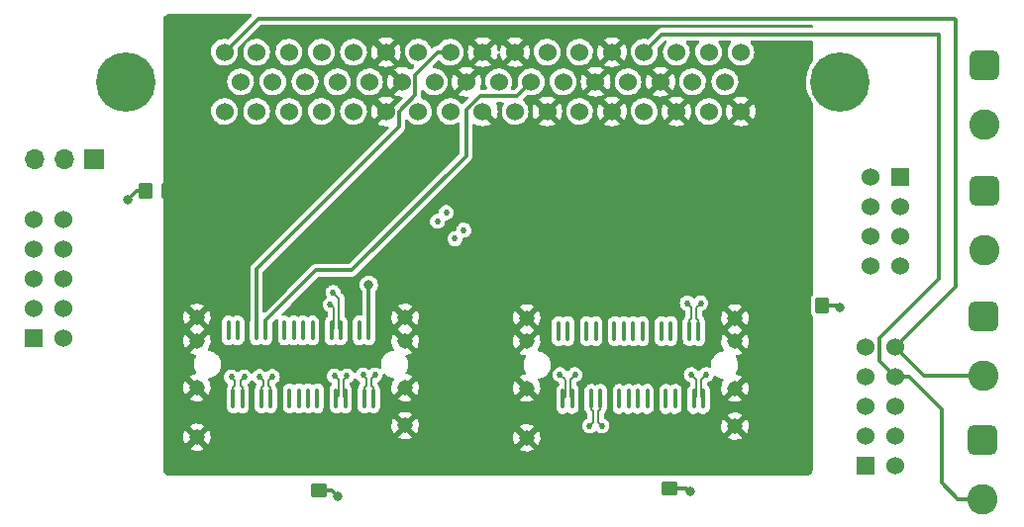
<source format=gbr>
%TF.GenerationSoftware,KiCad,Pcbnew,(6.0.4-0)*%
%TF.CreationDate,2023-07-13T10:21:46-07:00*%
%TF.ProjectId,CableAdapterBoard,4361626c-6541-4646-9170-746572426f61,rev?*%
%TF.SameCoordinates,Original*%
%TF.FileFunction,Copper,L1,Top*%
%TF.FilePolarity,Positive*%
%FSLAX46Y46*%
G04 Gerber Fmt 4.6, Leading zero omitted, Abs format (unit mm)*
G04 Created by KiCad (PCBNEW (6.0.4-0)) date 2023-07-13 10:21:46*
%MOMM*%
%LPD*%
G01*
G04 APERTURE LIST*
G04 Aperture macros list*
%AMRoundRect*
0 Rectangle with rounded corners*
0 $1 Rounding radius*
0 $2 $3 $4 $5 $6 $7 $8 $9 X,Y pos of 4 corners*
0 Add a 4 corners polygon primitive as box body*
4,1,4,$2,$3,$4,$5,$6,$7,$8,$9,$2,$3,0*
0 Add four circle primitives for the rounded corners*
1,1,$1+$1,$2,$3*
1,1,$1+$1,$4,$5*
1,1,$1+$1,$6,$7*
1,1,$1+$1,$8,$9*
0 Add four rect primitives between the rounded corners*
20,1,$1+$1,$2,$3,$4,$5,0*
20,1,$1+$1,$4,$5,$6,$7,0*
20,1,$1+$1,$6,$7,$8,$9,0*
20,1,$1+$1,$8,$9,$2,$3,0*%
G04 Aperture macros list end*
%TA.AperFunction,ComponentPad*%
%ADD10R,1.700000X1.700000*%
%TD*%
%TA.AperFunction,ComponentPad*%
%ADD11O,1.700000X1.700000*%
%TD*%
%TA.AperFunction,SMDPad,CuDef*%
%ADD12O,0.350000X1.800000*%
%TD*%
%TA.AperFunction,ComponentPad*%
%ADD13C,1.308000*%
%TD*%
%TA.AperFunction,ComponentPad*%
%ADD14R,1.530000X1.530000*%
%TD*%
%TA.AperFunction,ComponentPad*%
%ADD15C,1.530000*%
%TD*%
%TA.AperFunction,ComponentPad*%
%ADD16RoundRect,0.650000X-0.650000X0.650000X-0.650000X-0.650000X0.650000X-0.650000X0.650000X0.650000X0*%
%TD*%
%TA.AperFunction,ComponentPad*%
%ADD17C,2.600000*%
%TD*%
%TA.AperFunction,SMDPad,CuDef*%
%ADD18RoundRect,0.250000X0.350000X0.450000X-0.350000X0.450000X-0.350000X-0.450000X0.350000X-0.450000X0*%
%TD*%
%TA.AperFunction,SMDPad,CuDef*%
%ADD19RoundRect,0.250000X-0.350000X-0.450000X0.350000X-0.450000X0.350000X0.450000X-0.350000X0.450000X0*%
%TD*%
%TA.AperFunction,SMDPad,CuDef*%
%ADD20RoundRect,0.250000X-0.450000X0.350000X-0.450000X-0.350000X0.450000X-0.350000X0.450000X0.350000X0*%
%TD*%
%TA.AperFunction,ComponentPad*%
%ADD21C,1.524000*%
%TD*%
%TA.AperFunction,ComponentPad*%
%ADD22C,5.080000*%
%TD*%
%TA.AperFunction,ViaPad*%
%ADD23C,0.800000*%
%TD*%
%TA.AperFunction,ViaPad*%
%ADD24C,0.520700*%
%TD*%
%TA.AperFunction,Conductor*%
%ADD25C,0.304800*%
%TD*%
%TA.AperFunction,Conductor*%
%ADD26C,0.200000*%
%TD*%
G04 APERTURE END LIST*
D10*
%TO.P,JP1,1,A*%
%TO.N,DGND*%
X103610000Y-82200000D03*
D11*
%TO.P,JP1,2,C*%
%TO.N,/d-sub-shield*%
X101070000Y-82200000D03*
%TO.P,JP1,3,B*%
%TO.N,AGND*%
X98530000Y-82200000D03*
%TD*%
D12*
%TO.P,J21,A1,A1*%
%TO.N,DGND*%
X156125000Y-96890000D03*
%TO.P,J21,A2,A2*%
%TO.N,/DATA_OUT_1_P*%
X155325000Y-96890000D03*
%TO.P,J21,A3,A3*%
%TO.N,/DATA_OUT_1_N*%
X154525000Y-96890000D03*
%TO.P,J21,A4,A4*%
%TO.N,DGND*%
X153725000Y-96890000D03*
%TO.P,J21,A5,A5*%
%TO.N,unconnected-(J21-PadA5)*%
X152925000Y-96890000D03*
%TO.P,J21,A6,A6*%
%TO.N,unconnected-(J21-PadA6)*%
X152125000Y-96890000D03*
%TO.P,J21,A7,A7*%
%TO.N,DGND*%
X151325000Y-96890000D03*
%TO.P,J21,A8,A8*%
%TO.N,unconnected-(J21-PadA8)*%
X150525000Y-96890000D03*
%TO.P,J21,A9,A9*%
%TO.N,unconnected-(J21-PadA9)*%
X149725000Y-96890000D03*
%TO.P,J21,A10,A10*%
%TO.N,unconnected-(J21-PadA10)*%
X148925000Y-96890000D03*
%TO.P,J21,A11,A11*%
%TO.N,unconnected-(J21-PadA11)*%
X148125000Y-96890000D03*
%TO.P,J21,A12,A12*%
%TO.N,DGND*%
X147325000Y-96890000D03*
%TO.P,J21,A13,A13*%
%TO.N,unconnected-(J21-PadA13)*%
X146525000Y-96890000D03*
%TO.P,J21,A14,A14*%
%TO.N,unconnected-(J21-PadA14)*%
X145725000Y-96890000D03*
%TO.P,J21,A15,A15*%
%TO.N,DGND*%
X144925000Y-96890000D03*
%TO.P,J21,A16,A16*%
%TO.N,unconnected-(J21-PadA16)*%
X144125000Y-96890000D03*
%TO.P,J21,A17,A17*%
%TO.N,unconnected-(J21-PadA17)*%
X143325000Y-96890000D03*
%TO.P,J21,A18,A18*%
%TO.N,DGND*%
X142525000Y-96890000D03*
%TO.P,J21,B1,B1*%
X156525000Y-102710000D03*
%TO.P,J21,B2,B2*%
%TO.N,/DATA_OUT_0_P*%
X155725000Y-102710000D03*
%TO.P,J21,B3,B3*%
%TO.N,/DATA_OUT_0_N*%
X154925000Y-102710000D03*
%TO.P,J21,B4,B4*%
%TO.N,DGND*%
X154125000Y-102710000D03*
%TO.P,J21,B5,B5*%
%TO.N,unconnected-(J21-PadB5)*%
X153325000Y-102710000D03*
%TO.P,J21,B6,B6*%
%TO.N,unconnected-(J21-PadB6)*%
X152525000Y-102710000D03*
%TO.P,J21,B7,B7*%
%TO.N,DGND*%
X151725000Y-102710000D03*
%TO.P,J21,B8,B8*%
%TO.N,unconnected-(J21-PadB8)*%
X150925000Y-102710000D03*
%TO.P,J21,B9,B9*%
%TO.N,unconnected-(J21-PadB9)*%
X150125000Y-102710000D03*
%TO.P,J21,B10,B10*%
%TO.N,unconnected-(J21-PadB10)*%
X149325000Y-102710000D03*
%TO.P,J21,B11,B11*%
%TO.N,unconnected-(J21-PadB11)*%
X148525000Y-102710000D03*
%TO.P,J21,B12,B12*%
%TO.N,DGND*%
X147725000Y-102710000D03*
%TO.P,J21,B13,B13*%
%TO.N,/WORD_CLK_0_P*%
X146925000Y-102710000D03*
%TO.P,J21,B14,B14*%
%TO.N,/WORD_CLK_0_N*%
X146125000Y-102710000D03*
%TO.P,J21,B15,B15*%
%TO.N,DGND*%
X145325000Y-102710000D03*
%TO.P,J21,B16,B16*%
%TO.N,/RD_CLK_P*%
X144525000Y-102710000D03*
%TO.P,J21,B17,B17*%
%TO.N,/RD_CLK_N*%
X143725000Y-102710000D03*
%TO.P,J21,B18,B18*%
%TO.N,DGND*%
X142925000Y-102710000D03*
D13*
%TO.P,J21,S1,SHIELD*%
X158425000Y-105040000D03*
%TO.P,J21,S2,SHIELD*%
X158425000Y-101800000D03*
%TO.P,J21,S3,SHIELD*%
X158425000Y-97800000D03*
%TO.P,J21,S4,SHIELD*%
X158425000Y-95770000D03*
%TO.P,J21,S5,SHIELD*%
X140625000Y-95770000D03*
%TO.P,J21,S6,SHIELD*%
X140625000Y-97800000D03*
%TO.P,J21,S7,SHIELD*%
X140625000Y-101800000D03*
%TO.P,J21,S8,SHIELD*%
X140625000Y-106040000D03*
%TD*%
D14*
%TO.P,J2,01,01*%
%TO.N,AGND*%
X169595000Y-108422500D03*
D15*
%TO.P,J2,02,02*%
%TO.N,unconnected-(J2-Pad02)*%
X169595000Y-105882500D03*
%TO.P,J2,03,03*%
%TO.N,unconnected-(J2-Pad03)*%
X169595000Y-103342500D03*
%TO.P,J2,04,04*%
%TO.N,unconnected-(J2-Pad04)*%
X169595000Y-100802500D03*
%TO.P,J2,05,05*%
%TO.N,AGND*%
X169595000Y-98262500D03*
%TO.P,J2,06,06*%
%TO.N,unconnected-(J2-Pad06)*%
X172135000Y-108422500D03*
%TO.P,J2,07,07*%
%TO.N,unconnected-(J2-Pad07)*%
X172135000Y-105882500D03*
%TO.P,J2,08,08*%
%TO.N,unconnected-(J2-Pad08)*%
X172135000Y-103342500D03*
%TO.P,J2,09,09*%
%TO.N,/VDD2_Sense*%
X172135000Y-100802500D03*
%TO.P,J2,10,10*%
%TO.N,/VDD1_Sense*%
X172135000Y-98262500D03*
%TD*%
D16*
%TO.P,TP4,1,1*%
%TO.N,DGND*%
X179600000Y-106220000D03*
D17*
%TO.P,TP4,2,2*%
%TO.N,/VDD2_Sense*%
X179600000Y-111300000D03*
%TD*%
D14*
%TO.P,J3,01,01*%
%TO.N,AGND*%
X98495000Y-97497500D03*
D15*
%TO.P,J3,02,02*%
X98495000Y-94957500D03*
%TO.P,J3,03,03*%
X98495000Y-92417500D03*
%TO.P,J3,04,04*%
X98495000Y-89877500D03*
%TO.P,J3,05,05*%
X98495000Y-87337500D03*
%TO.P,J3,06,06*%
%TO.N,/HS_Vdiff*%
X101035000Y-97497500D03*
%TO.P,J3,07,07*%
%TO.N,unconnected-(J3-Pad07)*%
X101035000Y-94957500D03*
%TO.P,J3,08,08*%
%TO.N,/ADC_MON_VIN_P*%
X101035000Y-92417500D03*
%TO.P,J3,09,09*%
%TO.N,/ADC_MON_VCOM*%
X101035000Y-89877500D03*
%TO.P,J3,10,10*%
%TO.N,/ADC_MON_VIN_N*%
X101035000Y-87337500D03*
%TD*%
D18*
%TO.P,R3,1*%
%TO.N,DGND*%
X110030000Y-84890000D03*
%TO.P,R3,2*%
%TO.N,AGND*%
X108030000Y-84890000D03*
%TD*%
D19*
%TO.P,R2,1*%
%TO.N,DGND*%
X163890000Y-94720000D03*
%TO.P,R2,2*%
%TO.N,AGND*%
X165890000Y-94720000D03*
%TD*%
D16*
%TO.P,TP2,1,1*%
%TO.N,AGND*%
X179720000Y-84890000D03*
D17*
%TO.P,TP2,2,2*%
%TO.N,/VDD1*%
X179720000Y-89970000D03*
%TD*%
D20*
%TO.P,R4,1*%
%TO.N,DGND*%
X122840000Y-108550000D03*
%TO.P,R4,2*%
%TO.N,AGND*%
X122840000Y-110550000D03*
%TD*%
D16*
%TO.P,TP3,1,1*%
%TO.N,DGND*%
X179770000Y-74100000D03*
D17*
%TO.P,TP3,2,2*%
%TO.N,/VDD2*%
X179770000Y-79180000D03*
%TD*%
D12*
%TO.P,J31,A1,A1*%
%TO.N,DGND*%
X127925000Y-96840000D03*
%TO.P,J31,A2,A2*%
%TO.N,/ASIC_SACI_SEL*%
X127125000Y-96840000D03*
%TO.P,J31,A3,A3*%
%TO.N,unconnected-(J31-PadA3)*%
X126325000Y-96840000D03*
%TO.P,J31,A4,A4*%
%TO.N,DGND*%
X125525000Y-96840000D03*
%TO.P,J31,A5,A5*%
%TO.N,/ASIC_SampClkEn_P*%
X124725000Y-96840000D03*
%TO.P,J31,A6,A6*%
%TO.N,/ASIC_SampClkEn_N*%
X123925000Y-96840000D03*
%TO.P,J31,A7,A7*%
%TO.N,DGND*%
X123125000Y-96840000D03*
%TO.P,J31,A8,A8*%
%TO.N,unconnected-(J31-PadA8)*%
X122325000Y-96840000D03*
%TO.P,J31,A9,A9*%
%TO.N,unconnected-(J31-PadA9)*%
X121525000Y-96840000D03*
%TO.P,J31,A10,A10*%
%TO.N,unconnected-(J31-PadA10)*%
X120725000Y-96840000D03*
%TO.P,J31,A11,A11*%
%TO.N,unconnected-(J31-PadA11)*%
X119925000Y-96840000D03*
%TO.P,J31,A12,A12*%
%TO.N,DGND*%
X119125000Y-96840000D03*
%TO.P,J31,A13,A13*%
%TO.N,/ASIC_GR*%
X118325000Y-96840000D03*
%TO.P,J31,A14,A14*%
%TO.N,/ASIC_PULSE*%
X117525000Y-96840000D03*
%TO.P,J31,A15,A15*%
%TO.N,DGND*%
X116725000Y-96840000D03*
%TO.P,J31,A16,A16*%
%TO.N,unconnected-(J31-PadA16)*%
X115925000Y-96840000D03*
%TO.P,J31,A17,A17*%
%TO.N,unconnected-(J31-PadA17)*%
X115125000Y-96840000D03*
%TO.P,J31,A18,A18*%
%TO.N,DGND*%
X114325000Y-96840000D03*
%TO.P,J31,B1,B1*%
X128325000Y-102660000D03*
%TO.P,J31,B2,B2*%
%TO.N,/SACI_RESP_P*%
X127525000Y-102660000D03*
%TO.P,J31,B3,B3*%
%TO.N,/SACI_RESP_N*%
X126725000Y-102660000D03*
%TO.P,J31,B4,B4*%
%TO.N,DGND*%
X125925000Y-102660000D03*
%TO.P,J31,B5,B5*%
%TO.N,/SACI_CMD_P*%
X125125000Y-102660000D03*
%TO.P,J31,B6,B6*%
%TO.N,/SACI_CMD_N*%
X124325000Y-102660000D03*
%TO.P,J31,B7,B7*%
%TO.N,DGND*%
X123525000Y-102660000D03*
%TO.P,J31,B8,B8*%
%TO.N,unconnected-(J31-PadB8)*%
X122725000Y-102660000D03*
%TO.P,J31,B9,B9*%
%TO.N,unconnected-(J31-PadB9)*%
X121925000Y-102660000D03*
%TO.P,J31,B10,B10*%
%TO.N,unconnected-(J31-PadB10)*%
X121125000Y-102660000D03*
%TO.P,J31,B11,B11*%
%TO.N,unconnected-(J31-PadB11)*%
X120325000Y-102660000D03*
%TO.P,J31,B12,B12*%
%TO.N,DGND*%
X119525000Y-102660000D03*
%TO.P,J31,B13,B13*%
%TO.N,/SACI_CLK_P*%
X118725000Y-102660000D03*
%TO.P,J31,B14,B14*%
%TO.N,/SACI_CLK_N*%
X117925000Y-102660000D03*
%TO.P,J31,B15,B15*%
%TO.N,DGND*%
X117125000Y-102660000D03*
%TO.P,J31,B16,B16*%
%TO.N,/ASIC_SR0_P*%
X116325000Y-102660000D03*
%TO.P,J31,B17,B17*%
%TO.N,/ASIC_SR0_N*%
X115525000Y-102660000D03*
%TO.P,J31,B18,B18*%
%TO.N,DGND*%
X114725000Y-102660000D03*
D13*
%TO.P,J31,S1,SHIELD*%
X130225000Y-104990000D03*
%TO.P,J31,S2,SHIELD*%
X130225000Y-101750000D03*
%TO.P,J31,S3,SHIELD*%
X130225000Y-97750000D03*
%TO.P,J31,S4,SHIELD*%
X130225000Y-95720000D03*
%TO.P,J31,S5,SHIELD*%
X112425000Y-95720000D03*
%TO.P,J31,S6,SHIELD*%
X112425000Y-97750000D03*
%TO.P,J31,S7,SHIELD*%
X112425000Y-101750000D03*
%TO.P,J31,S8,SHIELD*%
X112425000Y-105990000D03*
%TD*%
D14*
%TO.P,J1,01,01*%
%TO.N,AGND*%
X172595000Y-83665000D03*
D15*
%TO.P,J1,02,02*%
X172595000Y-86205000D03*
%TO.P,J1,03,03*%
X172595000Y-88745000D03*
%TO.P,J1,04,04*%
X172595000Y-91285000D03*
%TO.P,J1,05,05*%
%TO.N,/VDD2*%
X170055000Y-83665000D03*
%TO.P,J1,06,06*%
X170055000Y-86205000D03*
%TO.P,J1,07,07*%
%TO.N,/VDD1*%
X170055000Y-88745000D03*
%TO.P,J1,08,08*%
X170055000Y-91285000D03*
%TD*%
D21*
%TO.P,DSUB1,1,1*%
%TO.N,DGND*%
X158938600Y-78086500D03*
%TO.P,DSUB1,2,2*%
%TO.N,/RD_CLK_P*%
X156195400Y-78086500D03*
%TO.P,DSUB1,3,3*%
%TO.N,DGND*%
X153426800Y-78086500D03*
%TO.P,DSUB1,4,4*%
%TO.N,/DATA_OUT_1_P*%
X150658200Y-78086500D03*
%TO.P,DSUB1,5,5*%
%TO.N,DGND*%
X147915000Y-78086500D03*
%TO.P,DSUB1,6,6*%
%TO.N,/DATA_OUT_0_P*%
X145146400Y-78086500D03*
%TO.P,DSUB1,7,7*%
%TO.N,DGND*%
X142377800Y-78086500D03*
%TO.P,DSUB1,8,8*%
%TO.N,/ASIC_SR0_P*%
X139634600Y-78086500D03*
%TO.P,DSUB1,9,9*%
%TO.N,DGND*%
X136866000Y-78086500D03*
%TO.P,DSUB1,10,10*%
%TO.N,/WORD_CLK_0_N*%
X134097400Y-78086500D03*
%TO.P,DSUB1,11,11*%
%TO.N,/WORD_CLK_0_P*%
X131354200Y-78086500D03*
%TO.P,DSUB1,12,12*%
%TO.N,DGND*%
X128585600Y-78086500D03*
%TO.P,DSUB1,13,13*%
%TO.N,AGND*%
X125817000Y-78086500D03*
%TO.P,DSUB1,14,14*%
%TO.N,/HS_Vdiff*%
X123073800Y-78086500D03*
%TO.P,DSUB1,15,15*%
%TO.N,/VDD1*%
X120305200Y-78086500D03*
%TO.P,DSUB1,16,16*%
X117536600Y-78086500D03*
%TO.P,DSUB1,17,17*%
%TO.N,AGND*%
X114793400Y-78086500D03*
%TO.P,DSUB1,18,18*%
%TO.N,/VDD2*%
X157567000Y-75546500D03*
%TO.P,DSUB1,19,19*%
%TO.N,/RD_CLK_N*%
X154798400Y-75546500D03*
%TO.P,DSUB1,20,20*%
%TO.N,DGND*%
X152055200Y-75546500D03*
%TO.P,DSUB1,21,21*%
%TO.N,/DATA_OUT_1_N*%
X149286600Y-75546500D03*
%TO.P,DSUB1,22,22*%
%TO.N,DGND*%
X146518000Y-75546500D03*
%TO.P,DSUB1,23,23*%
%TO.N,/DATA_OUT_0_N*%
X143749400Y-75546500D03*
%TO.P,DSUB1,24,24*%
%TO.N,/ASIC_GR*%
X141006200Y-75546500D03*
%TO.P,DSUB1,25,25*%
%TO.N,/ASIC_SR0_N*%
X138237600Y-75546500D03*
%TO.P,DSUB1,26,26*%
%TO.N,DGND*%
X135469000Y-75546500D03*
%TO.P,DSUB1,27,27*%
%TO.N,/SACI_CMD_P*%
X132725800Y-75546500D03*
%TO.P,DSUB1,28,28*%
%TO.N,DGND*%
X129957200Y-75546500D03*
%TO.P,DSUB1,29,29*%
%TO.N,/SACI_CLK_P*%
X127188600Y-75546500D03*
%TO.P,DSUB1,30,30*%
%TO.N,/ASIC_SACI_SEL*%
X124445400Y-75546500D03*
%TO.P,DSUB1,31,31*%
%TO.N,AGND*%
X121676800Y-75546500D03*
%TO.P,DSUB1,32,32*%
%TO.N,/ADC_MON_VIN_P*%
X118908200Y-75546500D03*
%TO.P,DSUB1,33,33*%
%TO.N,AGND*%
X116165000Y-75546500D03*
%TO.P,DSUB1,34,34*%
%TO.N,/VDD2*%
X158938600Y-73006500D03*
%TO.P,DSUB1,35,35*%
%TO.N,/ASIC_SampClkEn_P*%
X156195400Y-73006500D03*
%TO.P,DSUB1,36,36*%
%TO.N,/ASIC_SampClkEn_N*%
X153426800Y-73006500D03*
%TO.P,DSUB1,37,37*%
%TO.N,/VDD2_Sense*%
X150658200Y-73006500D03*
%TO.P,DSUB1,38,38*%
%TO.N,DGND*%
X147915000Y-73006500D03*
%TO.P,DSUB1,39,39*%
%TO.N,/SACI_RESP_P*%
X145146400Y-73006500D03*
%TO.P,DSUB1,40,40*%
%TO.N,/SACI_RESP_N*%
X142377800Y-73006500D03*
%TO.P,DSUB1,41,41*%
%TO.N,DGND*%
X139634600Y-73006500D03*
%TO.P,DSUB1,42,42*%
X136866000Y-73006500D03*
%TO.P,DSUB1,43,43*%
%TO.N,/ASIC_PULSE*%
X134097400Y-73006500D03*
%TO.P,DSUB1,44,44*%
%TO.N,/SACI_CMD_N*%
X131354200Y-73006500D03*
%TO.P,DSUB1,45,45*%
%TO.N,DGND*%
X128585600Y-73006500D03*
%TO.P,DSUB1,46,46*%
%TO.N,/SACI_CLK_N*%
X125817000Y-73006500D03*
%TO.P,DSUB1,47,47*%
%TO.N,AGND*%
X123073800Y-73006500D03*
%TO.P,DSUB1,48,48*%
%TO.N,/ADC_MON_VCOM*%
X120305200Y-73006500D03*
%TO.P,DSUB1,49,49*%
%TO.N,/ADC_MON_VIN_N*%
X117536600Y-73006500D03*
%TO.P,DSUB1,50,50*%
%TO.N,/VDD1_Sense*%
X114793400Y-73006500D03*
D22*
%TO.P,DSUB1,M1,M1*%
%TO.N,/d-sub-shield*%
X106309800Y-75546500D03*
%TO.P,DSUB1,M2,M2*%
X167422200Y-75546500D03*
%TD*%
D16*
%TO.P,TP1,1,1*%
%TO.N,AGND*%
X179670000Y-95630000D03*
D17*
%TO.P,TP1,2,2*%
%TO.N,/VDD1_Sense*%
X179670000Y-100710000D03*
%TD*%
D20*
%TO.P,R1,1*%
%TO.N,DGND*%
X152840000Y-108360000D03*
%TO.P,R1,2*%
%TO.N,AGND*%
X152840000Y-110360000D03*
%TD*%
D23*
%TO.N,DGND*%
X119840000Y-99900000D03*
X147920000Y-87730000D03*
X162420000Y-95360000D03*
X145980000Y-99900000D03*
X110800000Y-83560000D03*
X125520000Y-87840000D03*
X114000000Y-90600000D03*
X128610000Y-82720000D03*
X140580000Y-86820000D03*
X125910000Y-80150000D03*
X140580000Y-91140000D03*
X117200000Y-87460000D03*
X124520000Y-108170000D03*
X147920000Y-82770000D03*
X154610000Y-108190000D03*
X120390000Y-84110000D03*
X153170000Y-99890000D03*
X122320000Y-99900000D03*
X149560000Y-99890000D03*
X151260000Y-99890000D03*
X147840000Y-99890000D03*
D24*
%TO.N,/RD_CLK_P*%
X144760000Y-100620000D03*
%TO.N,/DATA_OUT_1_P*%
X155510001Y-94499989D03*
%TO.N,/DATA_OUT_0_P*%
X155970000Y-100620000D03*
%TO.N,/ASIC_SR0_P*%
X116480006Y-100819991D03*
%TO.N,/WORD_CLK_0_N*%
X145999987Y-104999993D03*
X133746240Y-86753776D03*
X135239430Y-88246966D03*
%TO.N,/WORD_CLK_0_P*%
X147049998Y-104999993D03*
X134496962Y-88989433D03*
X133003773Y-87496244D03*
D23*
%TO.N,AGND*%
X167390000Y-94890000D03*
X154600000Y-110660000D03*
X106540000Y-85610000D03*
X124450000Y-111020000D03*
D24*
%TO.N,/RD_CLK_N*%
X143460000Y-100630000D03*
%TO.N,/DATA_OUT_1_N*%
X154359991Y-94499989D03*
%TO.N,/DATA_OUT_0_N*%
X154700000Y-100620000D03*
%TO.N,/ASIC_SR0_N*%
X115380008Y-100819991D03*
%TO.N,/SACI_CMD_P*%
X125270006Y-100740007D03*
%TO.N,/SACI_CLK_P*%
X118869993Y-100800002D03*
D23*
%TO.N,/ASIC_SACI_SEL*%
X127125000Y-92925000D03*
D24*
%TO.N,/ASIC_SampClkEn_P*%
X124060001Y-93590008D03*
%TO.N,/ASIC_SampClkEn_N*%
X123820000Y-94620000D03*
%TO.N,/SACI_RESP_P*%
X127650011Y-100670004D03*
%TO.N,/SACI_RESP_N*%
X126629998Y-100670004D03*
%TO.N,/SACI_CMD_N*%
X124170000Y-100730000D03*
%TO.N,/SACI_CLK_N*%
X117780003Y-100800002D03*
%TD*%
D25*
%TO.N,DGND*%
X110030000Y-84330000D02*
X110800000Y-83560000D01*
X154440000Y-108360000D02*
X154610000Y-108190000D01*
X163890000Y-94720000D02*
X163060000Y-94720000D01*
X122840000Y-108550000D02*
X124140000Y-108550000D01*
X152840000Y-108360000D02*
X154440000Y-108360000D01*
X124140000Y-108550000D02*
X124520000Y-108170000D01*
X163060000Y-94720000D02*
X162420000Y-95360000D01*
X110030000Y-84890000D02*
X110030000Y-84330000D01*
D26*
%TO.N,/RD_CLK_P*%
X144350000Y-101030000D02*
X144760000Y-100620000D01*
X144525000Y-102710000D02*
X144350000Y-102535000D01*
X144350000Y-102535000D02*
X144350000Y-101030000D01*
%TO.N,/DATA_OUT_1_P*%
X155325000Y-95990000D02*
X155325000Y-96890000D01*
X155150000Y-94860000D02*
X155150000Y-95815000D01*
X155150000Y-95815000D02*
X155325000Y-95990000D01*
X155510000Y-94500000D02*
X155150000Y-94860000D01*
%TO.N,/DATA_OUT_0_P*%
X155550000Y-102535000D02*
X155550000Y-101040000D01*
X155725000Y-102710000D02*
X155550000Y-102535000D01*
X155550000Y-101040000D02*
X155970000Y-100620000D01*
%TO.N,/ASIC_SR0_P*%
X116480000Y-100820000D02*
X116150000Y-101150000D01*
X116150000Y-101585000D02*
X116325000Y-101760000D01*
X116325000Y-101760000D02*
X116325000Y-102660000D01*
X116150000Y-101150000D02*
X116150000Y-101585000D01*
%TO.N,/WORD_CLK_0_N*%
X146300000Y-103785000D02*
X146299999Y-104700001D01*
X146125000Y-102710000D02*
X146125000Y-103610000D01*
X146125000Y-103610000D02*
X146300000Y-103785000D01*
X146299999Y-104700001D02*
X146000000Y-105000000D01*
%TO.N,/WORD_CLK_0_P*%
X146925000Y-102710000D02*
X146925000Y-103610000D01*
X146750000Y-103785000D02*
X146750001Y-104700001D01*
X146925000Y-103610000D02*
X146750000Y-103785000D01*
X146750001Y-104700001D02*
X147050000Y-105000000D01*
D25*
%TO.N,AGND*%
X167220000Y-94720000D02*
X167390000Y-94890000D01*
X108030000Y-84890000D02*
X107260000Y-84890000D01*
X154300000Y-110360000D02*
X154600000Y-110660000D01*
X152840000Y-110360000D02*
X154300000Y-110360000D01*
X122840000Y-110550000D02*
X123980000Y-110550000D01*
X123980000Y-110550000D02*
X124450000Y-111020000D01*
X165890000Y-94720000D02*
X167220000Y-94720000D01*
X107260000Y-84890000D02*
X106540000Y-85610000D01*
D26*
%TO.N,/RD_CLK_N*%
X143900000Y-102535000D02*
X143900000Y-101070000D01*
X143900000Y-101070000D02*
X143460000Y-100630000D01*
X143725000Y-102710000D02*
X143900000Y-102535000D01*
%TO.N,/DATA_OUT_1_N*%
X154525000Y-95990000D02*
X154525000Y-96890000D01*
X154360000Y-94500000D02*
X154700000Y-94840000D01*
X154700000Y-95815000D02*
X154525000Y-95990000D01*
X154700000Y-94840000D02*
X154700000Y-95815000D01*
%TO.N,/DATA_OUT_0_N*%
X155100000Y-102535000D02*
X155100000Y-101020000D01*
X155100000Y-101020000D02*
X154700000Y-100620000D01*
X154925000Y-102710000D02*
X155100000Y-102535000D01*
D25*
%TO.N,/ASIC_GR*%
X118325000Y-95985200D02*
X122610200Y-91700000D01*
X135440000Y-77937191D02*
X136617191Y-76760000D01*
X139792700Y-76760000D02*
X141006200Y-75546500D01*
X136617191Y-76760000D02*
X139792700Y-76760000D01*
X125630000Y-91700000D02*
X135440000Y-81890000D01*
X118325000Y-96840000D02*
X118325000Y-95985200D01*
X122610200Y-91700000D02*
X125630000Y-91700000D01*
X135440000Y-81890000D02*
X135440000Y-77937191D01*
D26*
%TO.N,/ASIC_SR0_N*%
X115380000Y-100820000D02*
X115700000Y-101140000D01*
X115700000Y-101140000D02*
X115700000Y-101585000D01*
X115525000Y-101760000D02*
X115525000Y-102660000D01*
X115700000Y-101585000D02*
X115525000Y-101760000D01*
%TO.N,/SACI_CMD_P*%
X124950000Y-102485000D02*
X125125000Y-102660000D01*
X125270000Y-100740000D02*
X124950000Y-101060000D01*
X124950000Y-101060000D02*
X124950000Y-102485000D01*
%TO.N,/SACI_CLK_P*%
X118550000Y-101120000D02*
X118550000Y-101585000D01*
X118550000Y-101585000D02*
X118725000Y-101760000D01*
X118870000Y-100800000D02*
X118550000Y-101120000D01*
X118725000Y-101760000D02*
X118725000Y-102660000D01*
D25*
%TO.N,/ASIC_SACI_SEL*%
X127125000Y-96840000D02*
X127125000Y-92925000D01*
D26*
%TO.N,/ASIC_SampClkEn_P*%
X124060000Y-93590000D02*
X124550019Y-94080019D01*
X124550019Y-94080019D02*
X124550019Y-96665019D01*
X124550019Y-96665019D02*
X124725000Y-96840000D01*
%TO.N,/ASIC_SampClkEn_N*%
X124100000Y-94900000D02*
X124100000Y-96665000D01*
X124100000Y-96665000D02*
X123925000Y-96840000D01*
X123820000Y-94620000D02*
X124100000Y-94900000D01*
D25*
%TO.N,/VDD2_Sense*%
X152184700Y-71480000D02*
X150658200Y-73006500D01*
X170800000Y-99467500D02*
X170800000Y-97500000D01*
X176080000Y-109900000D02*
X177480000Y-111300000D01*
X173292500Y-100802500D02*
X176080000Y-103590000D01*
X176080000Y-103590000D02*
X176080000Y-109900000D01*
X175870000Y-92430000D02*
X175870000Y-71480000D01*
X175870000Y-71480000D02*
X152184700Y-71480000D01*
X170800000Y-97500000D02*
X175870000Y-92430000D01*
X172135000Y-100802500D02*
X170800000Y-99467500D01*
X172135000Y-100802500D02*
X173292500Y-100802500D01*
X177480000Y-111300000D02*
X179600000Y-111300000D01*
D26*
%TO.N,/SACI_RESP_P*%
X127350000Y-100970000D02*
X127350000Y-101585000D01*
X127350000Y-101585000D02*
X127525000Y-101760000D01*
X127525000Y-101760000D02*
X127525000Y-102660000D01*
X127650000Y-100670000D02*
X127350000Y-100970000D01*
%TO.N,/SACI_RESP_N*%
X126630000Y-100670000D02*
X126900000Y-100940000D01*
X126725000Y-101760000D02*
X126725000Y-102660000D01*
X126900000Y-100940000D02*
X126900000Y-101585000D01*
X126900000Y-101585000D02*
X126725000Y-101760000D01*
D25*
%TO.N,/ASIC_PULSE*%
X117525000Y-91600000D02*
X117525000Y-96840000D01*
X129699511Y-79425489D02*
X117525000Y-91600000D01*
X131075000Y-76700000D02*
X129699511Y-78075489D01*
X134097400Y-73006500D02*
X133019770Y-73006500D01*
X129699511Y-78075489D02*
X129699511Y-79425489D01*
X133019770Y-73006500D02*
X131075000Y-74951270D01*
X131075000Y-74951270D02*
X131075000Y-76700000D01*
D26*
%TO.N,/SACI_CMD_N*%
X124170000Y-100730000D02*
X124540000Y-101100000D01*
X124540000Y-101100000D02*
X124540000Y-102445000D01*
X124540000Y-102445000D02*
X124325000Y-102660000D01*
%TO.N,/SACI_CLK_N*%
X118100000Y-101120000D02*
X118100000Y-101585000D01*
X117780000Y-100800000D02*
X118100000Y-101120000D01*
X118100000Y-101585000D02*
X117925000Y-101760000D01*
X117925000Y-101760000D02*
X117925000Y-102660000D01*
D25*
%TO.N,/VDD1_Sense*%
X177220000Y-70120000D02*
X117679900Y-70120000D01*
X174582500Y-100710000D02*
X172135000Y-98262500D01*
X117679900Y-70120000D02*
X114793400Y-73006500D01*
X179670000Y-100710000D02*
X174582500Y-100710000D01*
X177300000Y-93097500D02*
X177300000Y-70200000D01*
X177300000Y-70200000D02*
X177220000Y-70120000D01*
X172135000Y-98262500D02*
X177300000Y-93097500D01*
%TD*%
%TA.AperFunction,Conductor*%
%TO.N,DGND*%
G36*
X117078782Y-69750002D02*
G01*
X117125275Y-69803658D01*
X117135379Y-69873932D01*
X117105885Y-69938512D01*
X117099756Y-69945095D01*
X115183782Y-71861070D01*
X115121470Y-71895095D01*
X115070106Y-71895554D01*
X114919107Y-71865519D01*
X114919105Y-71865519D01*
X114913440Y-71864392D01*
X114907665Y-71864316D01*
X114907661Y-71864316D01*
X114802401Y-71862938D01*
X114703298Y-71861641D01*
X114697601Y-71862620D01*
X114697600Y-71862620D01*
X114505937Y-71895554D01*
X114496172Y-71897232D01*
X114299001Y-71969972D01*
X114294040Y-71972924D01*
X114294039Y-71972924D01*
X114163134Y-72050805D01*
X114118388Y-72077426D01*
X113960381Y-72215994D01*
X113830272Y-72381037D01*
X113827582Y-72386150D01*
X113827579Y-72386155D01*
X113735292Y-72561565D01*
X113732418Y-72567027D01*
X113670096Y-72767734D01*
X113645395Y-72976438D01*
X113659140Y-73186149D01*
X113710871Y-73389843D01*
X113713290Y-73395090D01*
X113796438Y-73575453D01*
X113796441Y-73575458D01*
X113798857Y-73580699D01*
X113802188Y-73585412D01*
X113802189Y-73585414D01*
X113913614Y-73743075D01*
X113920151Y-73752325D01*
X114070689Y-73898974D01*
X114075485Y-73902179D01*
X114075488Y-73902181D01*
X114145899Y-73949228D01*
X114245431Y-74015733D01*
X114250736Y-74018012D01*
X114250740Y-74018014D01*
X114433222Y-74096414D01*
X114433225Y-74096415D01*
X114438525Y-74098692D01*
X114444154Y-74099966D01*
X114444155Y-74099966D01*
X114637867Y-74143799D01*
X114637873Y-74143800D01*
X114643504Y-74145074D01*
X114649275Y-74145301D01*
X114649277Y-74145301D01*
X114712833Y-74147798D01*
X114853503Y-74153325D01*
X115061488Y-74123169D01*
X115066952Y-74121314D01*
X115066957Y-74121313D01*
X115255024Y-74057473D01*
X115255029Y-74057471D01*
X115260496Y-74055615D01*
X115265557Y-74052781D01*
X115337442Y-74012523D01*
X115443860Y-73952926D01*
X115605441Y-73818541D01*
X115739826Y-73656960D01*
X115842515Y-73473596D01*
X115844371Y-73468129D01*
X115844373Y-73468124D01*
X115908213Y-73280057D01*
X115908214Y-73280052D01*
X115910069Y-73274588D01*
X115940225Y-73066603D01*
X115941799Y-73006500D01*
X115939037Y-72976438D01*
X116388595Y-72976438D01*
X116402340Y-73186149D01*
X116454071Y-73389843D01*
X116456490Y-73395090D01*
X116539638Y-73575453D01*
X116539641Y-73575458D01*
X116542057Y-73580699D01*
X116545388Y-73585412D01*
X116545389Y-73585414D01*
X116656814Y-73743075D01*
X116663351Y-73752325D01*
X116813889Y-73898974D01*
X116818685Y-73902179D01*
X116818688Y-73902181D01*
X116889099Y-73949228D01*
X116988631Y-74015733D01*
X116993936Y-74018012D01*
X116993940Y-74018014D01*
X117176422Y-74096414D01*
X117176425Y-74096415D01*
X117181725Y-74098692D01*
X117187354Y-74099966D01*
X117187355Y-74099966D01*
X117381067Y-74143799D01*
X117381073Y-74143800D01*
X117386704Y-74145074D01*
X117392475Y-74145301D01*
X117392477Y-74145301D01*
X117456033Y-74147798D01*
X117596703Y-74153325D01*
X117804688Y-74123169D01*
X117810152Y-74121314D01*
X117810157Y-74121313D01*
X117998224Y-74057473D01*
X117998229Y-74057471D01*
X118003696Y-74055615D01*
X118008757Y-74052781D01*
X118080642Y-74012523D01*
X118187060Y-73952926D01*
X118348641Y-73818541D01*
X118483026Y-73656960D01*
X118585715Y-73473596D01*
X118587571Y-73468129D01*
X118587573Y-73468124D01*
X118651413Y-73280057D01*
X118651414Y-73280052D01*
X118653269Y-73274588D01*
X118683425Y-73066603D01*
X118684999Y-73006500D01*
X118682237Y-72976438D01*
X119157195Y-72976438D01*
X119170940Y-73186149D01*
X119222671Y-73389843D01*
X119225090Y-73395090D01*
X119308238Y-73575453D01*
X119308241Y-73575458D01*
X119310657Y-73580699D01*
X119313988Y-73585412D01*
X119313989Y-73585414D01*
X119425414Y-73743075D01*
X119431951Y-73752325D01*
X119582489Y-73898974D01*
X119587285Y-73902179D01*
X119587288Y-73902181D01*
X119657699Y-73949228D01*
X119757231Y-74015733D01*
X119762536Y-74018012D01*
X119762540Y-74018014D01*
X119945022Y-74096414D01*
X119945025Y-74096415D01*
X119950325Y-74098692D01*
X119955954Y-74099966D01*
X119955955Y-74099966D01*
X120149667Y-74143799D01*
X120149673Y-74143800D01*
X120155304Y-74145074D01*
X120161075Y-74145301D01*
X120161077Y-74145301D01*
X120224633Y-74147798D01*
X120365303Y-74153325D01*
X120573288Y-74123169D01*
X120578752Y-74121314D01*
X120578757Y-74121313D01*
X120766824Y-74057473D01*
X120766829Y-74057471D01*
X120772296Y-74055615D01*
X120777357Y-74052781D01*
X120849242Y-74012523D01*
X120955660Y-73952926D01*
X121117241Y-73818541D01*
X121251626Y-73656960D01*
X121354315Y-73473596D01*
X121356171Y-73468129D01*
X121356173Y-73468124D01*
X121420013Y-73280057D01*
X121420014Y-73280052D01*
X121421869Y-73274588D01*
X121452025Y-73066603D01*
X121453599Y-73006500D01*
X121450837Y-72976438D01*
X121925795Y-72976438D01*
X121939540Y-73186149D01*
X121991271Y-73389843D01*
X121993690Y-73395090D01*
X122076838Y-73575453D01*
X122076841Y-73575458D01*
X122079257Y-73580699D01*
X122082588Y-73585412D01*
X122082589Y-73585414D01*
X122194014Y-73743075D01*
X122200551Y-73752325D01*
X122351089Y-73898974D01*
X122355885Y-73902179D01*
X122355888Y-73902181D01*
X122426299Y-73949228D01*
X122525831Y-74015733D01*
X122531136Y-74018012D01*
X122531140Y-74018014D01*
X122713622Y-74096414D01*
X122713625Y-74096415D01*
X122718925Y-74098692D01*
X122724554Y-74099966D01*
X122724555Y-74099966D01*
X122918267Y-74143799D01*
X122918273Y-74143800D01*
X122923904Y-74145074D01*
X122929675Y-74145301D01*
X122929677Y-74145301D01*
X122993233Y-74147798D01*
X123133903Y-74153325D01*
X123341888Y-74123169D01*
X123347352Y-74121314D01*
X123347357Y-74121313D01*
X123535424Y-74057473D01*
X123535429Y-74057471D01*
X123540896Y-74055615D01*
X123545957Y-74052781D01*
X123617842Y-74012523D01*
X123724260Y-73952926D01*
X123885841Y-73818541D01*
X124020226Y-73656960D01*
X124122915Y-73473596D01*
X124124771Y-73468129D01*
X124124773Y-73468124D01*
X124188613Y-73280057D01*
X124188614Y-73280052D01*
X124190469Y-73274588D01*
X124220625Y-73066603D01*
X124222199Y-73006500D01*
X124219437Y-72976438D01*
X124668995Y-72976438D01*
X124682740Y-73186149D01*
X124734471Y-73389843D01*
X124736890Y-73395090D01*
X124820038Y-73575453D01*
X124820041Y-73575458D01*
X124822457Y-73580699D01*
X124825788Y-73585412D01*
X124825789Y-73585414D01*
X124937214Y-73743075D01*
X124943751Y-73752325D01*
X125094289Y-73898974D01*
X125099085Y-73902179D01*
X125099088Y-73902181D01*
X125169499Y-73949228D01*
X125269031Y-74015733D01*
X125274336Y-74018012D01*
X125274340Y-74018014D01*
X125456822Y-74096414D01*
X125456825Y-74096415D01*
X125462125Y-74098692D01*
X125467754Y-74099966D01*
X125467755Y-74099966D01*
X125661467Y-74143799D01*
X125661473Y-74143800D01*
X125667104Y-74145074D01*
X125672875Y-74145301D01*
X125672877Y-74145301D01*
X125736433Y-74147798D01*
X125877103Y-74153325D01*
X126085088Y-74123169D01*
X126090552Y-74121314D01*
X126090557Y-74121313D01*
X126255634Y-74065277D01*
X127891377Y-74065277D01*
X127900674Y-74077293D01*
X127943669Y-74107398D01*
X127953155Y-74112876D01*
X128144593Y-74202145D01*
X128154885Y-74205891D01*
X128358909Y-74260559D01*
X128369704Y-74262462D01*
X128580125Y-74280872D01*
X128591075Y-74280872D01*
X128801496Y-74262462D01*
X128812291Y-74260559D01*
X129016315Y-74205891D01*
X129026607Y-74202145D01*
X129218045Y-74112876D01*
X129227531Y-74107398D01*
X129271364Y-74076707D01*
X129279739Y-74066229D01*
X129272671Y-74052781D01*
X128598412Y-73378522D01*
X128584468Y-73370908D01*
X128582635Y-73371039D01*
X128576020Y-73375290D01*
X127897807Y-74053503D01*
X127891377Y-74065277D01*
X126255634Y-74065277D01*
X126278624Y-74057473D01*
X126278629Y-74057471D01*
X126284096Y-74055615D01*
X126289157Y-74052781D01*
X126361042Y-74012523D01*
X126467460Y-73952926D01*
X126629041Y-73818541D01*
X126763426Y-73656960D01*
X126866115Y-73473596D01*
X126867971Y-73468129D01*
X126867973Y-73468124D01*
X126931813Y-73280057D01*
X126931814Y-73280052D01*
X126933669Y-73274588D01*
X126963825Y-73066603D01*
X126965256Y-73011975D01*
X127311228Y-73011975D01*
X127329638Y-73222396D01*
X127331541Y-73233191D01*
X127386209Y-73437215D01*
X127389955Y-73447507D01*
X127479223Y-73638941D01*
X127484703Y-73648432D01*
X127515394Y-73692265D01*
X127525871Y-73700640D01*
X127539318Y-73693572D01*
X128213578Y-73019312D01*
X128219956Y-73007632D01*
X128950008Y-73007632D01*
X128950139Y-73009465D01*
X128954390Y-73016080D01*
X129632603Y-73694293D01*
X129644377Y-73700723D01*
X129656393Y-73691426D01*
X129686497Y-73648432D01*
X129691977Y-73638941D01*
X129781245Y-73447507D01*
X129784991Y-73437215D01*
X129839659Y-73233191D01*
X129841562Y-73222396D01*
X129859972Y-73011975D01*
X129859972Y-73001025D01*
X129841562Y-72790604D01*
X129839659Y-72779809D01*
X129784991Y-72575785D01*
X129781245Y-72565493D01*
X129691977Y-72374059D01*
X129686497Y-72364568D01*
X129655806Y-72320735D01*
X129645329Y-72312360D01*
X129631882Y-72319428D01*
X128957622Y-72993688D01*
X128950008Y-73007632D01*
X128219956Y-73007632D01*
X128221192Y-73005368D01*
X128221061Y-73003535D01*
X128216810Y-72996920D01*
X127538597Y-72318707D01*
X127526823Y-72312277D01*
X127514807Y-72321574D01*
X127484703Y-72364568D01*
X127479223Y-72374059D01*
X127389955Y-72565493D01*
X127386209Y-72575785D01*
X127331541Y-72779809D01*
X127329638Y-72790604D01*
X127311228Y-73001025D01*
X127311228Y-73011975D01*
X126965256Y-73011975D01*
X126965399Y-73006500D01*
X126946169Y-72797221D01*
X126889123Y-72594951D01*
X126796171Y-72406463D01*
X126670427Y-72238071D01*
X126666191Y-72234155D01*
X126520341Y-72099333D01*
X126520338Y-72099331D01*
X126516101Y-72095414D01*
X126338362Y-71983269D01*
X126246880Y-71946771D01*
X127891460Y-71946771D01*
X127898528Y-71960218D01*
X128572788Y-72634478D01*
X128586732Y-72642092D01*
X128588565Y-72641961D01*
X128595180Y-72637710D01*
X129273393Y-71959497D01*
X129279823Y-71947723D01*
X129270526Y-71935707D01*
X129227531Y-71905602D01*
X129218045Y-71900124D01*
X129026607Y-71810855D01*
X129016315Y-71807109D01*
X128812291Y-71752441D01*
X128801496Y-71750538D01*
X128591075Y-71732128D01*
X128580125Y-71732128D01*
X128369704Y-71750538D01*
X128358909Y-71752441D01*
X128154885Y-71807109D01*
X128144593Y-71810855D01*
X127953159Y-71900123D01*
X127943668Y-71905603D01*
X127899835Y-71936294D01*
X127891460Y-71946771D01*
X126246880Y-71946771D01*
X126143163Y-71905392D01*
X126137506Y-71904267D01*
X126137500Y-71904265D01*
X125942707Y-71865519D01*
X125942705Y-71865519D01*
X125937040Y-71864392D01*
X125931265Y-71864316D01*
X125931261Y-71864316D01*
X125826001Y-71862938D01*
X125726898Y-71861641D01*
X125721201Y-71862620D01*
X125721200Y-71862620D01*
X125529537Y-71895554D01*
X125519772Y-71897232D01*
X125322601Y-71969972D01*
X125317640Y-71972924D01*
X125317639Y-71972924D01*
X125186734Y-72050805D01*
X125141988Y-72077426D01*
X124983981Y-72215994D01*
X124853872Y-72381037D01*
X124851182Y-72386150D01*
X124851179Y-72386155D01*
X124758892Y-72561565D01*
X124756018Y-72567027D01*
X124693696Y-72767734D01*
X124668995Y-72976438D01*
X124219437Y-72976438D01*
X124202969Y-72797221D01*
X124145923Y-72594951D01*
X124052971Y-72406463D01*
X123927227Y-72238071D01*
X123922991Y-72234155D01*
X123777141Y-72099333D01*
X123777138Y-72099331D01*
X123772901Y-72095414D01*
X123595162Y-71983269D01*
X123399963Y-71905392D01*
X123394306Y-71904267D01*
X123394300Y-71904265D01*
X123199507Y-71865519D01*
X123199505Y-71865519D01*
X123193840Y-71864392D01*
X123188065Y-71864316D01*
X123188061Y-71864316D01*
X123082801Y-71862938D01*
X122983698Y-71861641D01*
X122978001Y-71862620D01*
X122978000Y-71862620D01*
X122786337Y-71895554D01*
X122776572Y-71897232D01*
X122579401Y-71969972D01*
X122574440Y-71972924D01*
X122574439Y-71972924D01*
X122443534Y-72050805D01*
X122398788Y-72077426D01*
X122240781Y-72215994D01*
X122110672Y-72381037D01*
X122107982Y-72386150D01*
X122107979Y-72386155D01*
X122015692Y-72561565D01*
X122012818Y-72567027D01*
X121950496Y-72767734D01*
X121925795Y-72976438D01*
X121450837Y-72976438D01*
X121434369Y-72797221D01*
X121377323Y-72594951D01*
X121284371Y-72406463D01*
X121158627Y-72238071D01*
X121154391Y-72234155D01*
X121008541Y-72099333D01*
X121008538Y-72099331D01*
X121004301Y-72095414D01*
X120826562Y-71983269D01*
X120631363Y-71905392D01*
X120625706Y-71904267D01*
X120625700Y-71904265D01*
X120430907Y-71865519D01*
X120430905Y-71865519D01*
X120425240Y-71864392D01*
X120419465Y-71864316D01*
X120419461Y-71864316D01*
X120314201Y-71862938D01*
X120215098Y-71861641D01*
X120209401Y-71862620D01*
X120209400Y-71862620D01*
X120017737Y-71895554D01*
X120007972Y-71897232D01*
X119810801Y-71969972D01*
X119805840Y-71972924D01*
X119805839Y-71972924D01*
X119674934Y-72050805D01*
X119630188Y-72077426D01*
X119472181Y-72215994D01*
X119342072Y-72381037D01*
X119339382Y-72386150D01*
X119339379Y-72386155D01*
X119247092Y-72561565D01*
X119244218Y-72567027D01*
X119181896Y-72767734D01*
X119157195Y-72976438D01*
X118682237Y-72976438D01*
X118665769Y-72797221D01*
X118608723Y-72594951D01*
X118515771Y-72406463D01*
X118390027Y-72238071D01*
X118385791Y-72234155D01*
X118239941Y-72099333D01*
X118239938Y-72099331D01*
X118235701Y-72095414D01*
X118057962Y-71983269D01*
X117862763Y-71905392D01*
X117857106Y-71904267D01*
X117857100Y-71904265D01*
X117662307Y-71865519D01*
X117662305Y-71865519D01*
X117656640Y-71864392D01*
X117650865Y-71864316D01*
X117650861Y-71864316D01*
X117545601Y-71862938D01*
X117446498Y-71861641D01*
X117440801Y-71862620D01*
X117440800Y-71862620D01*
X117249137Y-71895554D01*
X117239372Y-71897232D01*
X117042201Y-71969972D01*
X117037240Y-71972924D01*
X117037239Y-71972924D01*
X116906334Y-72050805D01*
X116861588Y-72077426D01*
X116703581Y-72215994D01*
X116573472Y-72381037D01*
X116570782Y-72386150D01*
X116570779Y-72386155D01*
X116478492Y-72561565D01*
X116475618Y-72567027D01*
X116413296Y-72767734D01*
X116388595Y-72976438D01*
X115939037Y-72976438D01*
X115922569Y-72797221D01*
X115917659Y-72779809D01*
X115906352Y-72739720D01*
X115907112Y-72668727D01*
X115938526Y-72616423D01*
X117864144Y-70690805D01*
X117926456Y-70656779D01*
X117953239Y-70653900D01*
X164944000Y-70653900D01*
X165012121Y-70673902D01*
X165058614Y-70727558D01*
X165070000Y-70779900D01*
X165070000Y-70820100D01*
X165049998Y-70888221D01*
X164996342Y-70934714D01*
X164944000Y-70946100D01*
X152199334Y-70946100D01*
X152194057Y-70945989D01*
X152191361Y-70945876D01*
X152133983Y-70943471D01*
X152093060Y-70953070D01*
X152081394Y-70955231D01*
X152048284Y-70959766D01*
X152048282Y-70959767D01*
X152039774Y-70960932D01*
X152031891Y-70964343D01*
X152031889Y-70964344D01*
X152026705Y-70966587D01*
X152005442Y-70973619D01*
X151999939Y-70974910D01*
X151999932Y-70974913D01*
X151991569Y-70976874D01*
X151984043Y-70981011D01*
X151984036Y-70981014D01*
X151954735Y-70997122D01*
X151944078Y-71002343D01*
X151913411Y-71015614D01*
X151913409Y-71015615D01*
X151905525Y-71019027D01*
X151894449Y-71027996D01*
X151875867Y-71040481D01*
X151863382Y-71047345D01*
X151855516Y-71054135D01*
X151831858Y-71077793D01*
X151822057Y-71086618D01*
X151791844Y-71111084D01*
X151786868Y-71118086D01*
X151786866Y-71118088D01*
X151781457Y-71125699D01*
X151767846Y-71141805D01*
X151048581Y-71861070D01*
X150986269Y-71895096D01*
X150934905Y-71895554D01*
X150783907Y-71865519D01*
X150783905Y-71865519D01*
X150778240Y-71864392D01*
X150772465Y-71864316D01*
X150772461Y-71864316D01*
X150667201Y-71862938D01*
X150568098Y-71861641D01*
X150562401Y-71862620D01*
X150562400Y-71862620D01*
X150370737Y-71895554D01*
X150360972Y-71897232D01*
X150163801Y-71969972D01*
X150158840Y-71972924D01*
X150158839Y-71972924D01*
X150027934Y-72050805D01*
X149983188Y-72077426D01*
X149825181Y-72215994D01*
X149695072Y-72381037D01*
X149692382Y-72386150D01*
X149692379Y-72386155D01*
X149600092Y-72561565D01*
X149597218Y-72567027D01*
X149534896Y-72767734D01*
X149510195Y-72976438D01*
X149523940Y-73186149D01*
X149575671Y-73389843D01*
X149578090Y-73395090D01*
X149661238Y-73575453D01*
X149661241Y-73575458D01*
X149663657Y-73580699D01*
X149666988Y-73585412D01*
X149666989Y-73585414D01*
X149778414Y-73743075D01*
X149784951Y-73752325D01*
X149935489Y-73898974D01*
X149940285Y-73902179D01*
X149940288Y-73902181D01*
X150010699Y-73949228D01*
X150110231Y-74015733D01*
X150115536Y-74018012D01*
X150115540Y-74018014D01*
X150298022Y-74096414D01*
X150298025Y-74096415D01*
X150303325Y-74098692D01*
X150308954Y-74099966D01*
X150308955Y-74099966D01*
X150502667Y-74143799D01*
X150502673Y-74143800D01*
X150508304Y-74145074D01*
X150514075Y-74145301D01*
X150514077Y-74145301D01*
X150577633Y-74147798D01*
X150718303Y-74153325D01*
X150926288Y-74123169D01*
X150931752Y-74121314D01*
X150931757Y-74121313D01*
X151119824Y-74057473D01*
X151119829Y-74057471D01*
X151125296Y-74055615D01*
X151130357Y-74052781D01*
X151202242Y-74012523D01*
X151308660Y-73952926D01*
X151470241Y-73818541D01*
X151604626Y-73656960D01*
X151707315Y-73473596D01*
X151709171Y-73468129D01*
X151709173Y-73468124D01*
X151773013Y-73280057D01*
X151773014Y-73280052D01*
X151774869Y-73274588D01*
X151805025Y-73066603D01*
X151806599Y-73006500D01*
X151787369Y-72797221D01*
X151771151Y-72739716D01*
X151771912Y-72668725D01*
X151803326Y-72616422D01*
X152368943Y-72050805D01*
X152431255Y-72016779D01*
X152458038Y-72013900D01*
X152493324Y-72013900D01*
X152561445Y-72033902D01*
X152607938Y-72087558D01*
X152618042Y-72157832D01*
X152592274Y-72217905D01*
X152463672Y-72381037D01*
X152460982Y-72386150D01*
X152460979Y-72386155D01*
X152368692Y-72561565D01*
X152365818Y-72567027D01*
X152303496Y-72767734D01*
X152278795Y-72976438D01*
X152292540Y-73186149D01*
X152344271Y-73389843D01*
X152346690Y-73395090D01*
X152429838Y-73575453D01*
X152429841Y-73575458D01*
X152432257Y-73580699D01*
X152435588Y-73585412D01*
X152435589Y-73585414D01*
X152547014Y-73743075D01*
X152553551Y-73752325D01*
X152704089Y-73898974D01*
X152708885Y-73902179D01*
X152708888Y-73902181D01*
X152779299Y-73949228D01*
X152878831Y-74015733D01*
X152884136Y-74018012D01*
X152884140Y-74018014D01*
X153066622Y-74096414D01*
X153066625Y-74096415D01*
X153071925Y-74098692D01*
X153077554Y-74099966D01*
X153077555Y-74099966D01*
X153271267Y-74143799D01*
X153271273Y-74143800D01*
X153276904Y-74145074D01*
X153282675Y-74145301D01*
X153282677Y-74145301D01*
X153346233Y-74147798D01*
X153486903Y-74153325D01*
X153694888Y-74123169D01*
X153700352Y-74121314D01*
X153700357Y-74121313D01*
X153888424Y-74057473D01*
X153888429Y-74057471D01*
X153893896Y-74055615D01*
X153898957Y-74052781D01*
X153970842Y-74012523D01*
X154077260Y-73952926D01*
X154238841Y-73818541D01*
X154373226Y-73656960D01*
X154475915Y-73473596D01*
X154477771Y-73468129D01*
X154477773Y-73468124D01*
X154541613Y-73280057D01*
X154541614Y-73280052D01*
X154543469Y-73274588D01*
X154573625Y-73066603D01*
X154575199Y-73006500D01*
X154555969Y-72797221D01*
X154498923Y-72594951D01*
X154405971Y-72406463D01*
X154280227Y-72238071D01*
X154275996Y-72234160D01*
X154275987Y-72234150D01*
X154274121Y-72232426D01*
X154273502Y-72231391D01*
X154272119Y-72229855D01*
X154272421Y-72229583D01*
X154237674Y-72171498D01*
X154239954Y-72100538D01*
X154280236Y-72042075D01*
X154345730Y-72014671D01*
X154359648Y-72013900D01*
X155261924Y-72013900D01*
X155330045Y-72033902D01*
X155376538Y-72087558D01*
X155386642Y-72157832D01*
X155360874Y-72217905D01*
X155232272Y-72381037D01*
X155229582Y-72386150D01*
X155229579Y-72386155D01*
X155137292Y-72561565D01*
X155134418Y-72567027D01*
X155072096Y-72767734D01*
X155047395Y-72976438D01*
X155061140Y-73186149D01*
X155112871Y-73389843D01*
X155115290Y-73395090D01*
X155198438Y-73575453D01*
X155198441Y-73575458D01*
X155200857Y-73580699D01*
X155204188Y-73585412D01*
X155204189Y-73585414D01*
X155315614Y-73743075D01*
X155322151Y-73752325D01*
X155472689Y-73898974D01*
X155477485Y-73902179D01*
X155477488Y-73902181D01*
X155547899Y-73949228D01*
X155647431Y-74015733D01*
X155652736Y-74018012D01*
X155652740Y-74018014D01*
X155835222Y-74096414D01*
X155835225Y-74096415D01*
X155840525Y-74098692D01*
X155846154Y-74099966D01*
X155846155Y-74099966D01*
X156039867Y-74143799D01*
X156039873Y-74143800D01*
X156045504Y-74145074D01*
X156051275Y-74145301D01*
X156051277Y-74145301D01*
X156114833Y-74147798D01*
X156255503Y-74153325D01*
X156463488Y-74123169D01*
X156468952Y-74121314D01*
X156468957Y-74121313D01*
X156657024Y-74057473D01*
X156657029Y-74057471D01*
X156662496Y-74055615D01*
X156667557Y-74052781D01*
X156739442Y-74012523D01*
X156845860Y-73952926D01*
X157007441Y-73818541D01*
X157141826Y-73656960D01*
X157244515Y-73473596D01*
X157246371Y-73468129D01*
X157246373Y-73468124D01*
X157310213Y-73280057D01*
X157310214Y-73280052D01*
X157312069Y-73274588D01*
X157342225Y-73066603D01*
X157343799Y-73006500D01*
X157324569Y-72797221D01*
X157267523Y-72594951D01*
X157174571Y-72406463D01*
X157048827Y-72238071D01*
X157044596Y-72234160D01*
X157044587Y-72234150D01*
X157042721Y-72232426D01*
X157042102Y-72231391D01*
X157040719Y-72229855D01*
X157041021Y-72229583D01*
X157006274Y-72171498D01*
X157008554Y-72100538D01*
X157048836Y-72042075D01*
X157114330Y-72014671D01*
X157128248Y-72013900D01*
X158005124Y-72013900D01*
X158073245Y-72033902D01*
X158119738Y-72087558D01*
X158129842Y-72157832D01*
X158104074Y-72217905D01*
X157975472Y-72381037D01*
X157972782Y-72386150D01*
X157972779Y-72386155D01*
X157880492Y-72561565D01*
X157877618Y-72567027D01*
X157815296Y-72767734D01*
X157790595Y-72976438D01*
X157804340Y-73186149D01*
X157856071Y-73389843D01*
X157858490Y-73395090D01*
X157941638Y-73575453D01*
X157941641Y-73575458D01*
X157944057Y-73580699D01*
X157947388Y-73585412D01*
X157947389Y-73585414D01*
X158058814Y-73743075D01*
X158065351Y-73752325D01*
X158215889Y-73898974D01*
X158220685Y-73902179D01*
X158220688Y-73902181D01*
X158291099Y-73949228D01*
X158390631Y-74015733D01*
X158395936Y-74018012D01*
X158395940Y-74018014D01*
X158578422Y-74096414D01*
X158578425Y-74096415D01*
X158583725Y-74098692D01*
X158589354Y-74099966D01*
X158589355Y-74099966D01*
X158783067Y-74143799D01*
X158783073Y-74143800D01*
X158788704Y-74145074D01*
X158794475Y-74145301D01*
X158794477Y-74145301D01*
X158858033Y-74147798D01*
X158998703Y-74153325D01*
X159206688Y-74123169D01*
X159212152Y-74121314D01*
X159212157Y-74121313D01*
X159400224Y-74057473D01*
X159400229Y-74057471D01*
X159405696Y-74055615D01*
X159410757Y-74052781D01*
X159482642Y-74012523D01*
X159589060Y-73952926D01*
X159750641Y-73818541D01*
X159885026Y-73656960D01*
X159987715Y-73473596D01*
X159989571Y-73468129D01*
X159989573Y-73468124D01*
X160053413Y-73280057D01*
X160053414Y-73280052D01*
X160055269Y-73274588D01*
X160085425Y-73066603D01*
X160086999Y-73006500D01*
X160067769Y-72797221D01*
X160010723Y-72594951D01*
X159917771Y-72406463D01*
X159792027Y-72238071D01*
X159787796Y-72234160D01*
X159787787Y-72234150D01*
X159785921Y-72232426D01*
X159785302Y-72231391D01*
X159783919Y-72229855D01*
X159784221Y-72229583D01*
X159749474Y-72171498D01*
X159751754Y-72100538D01*
X159792036Y-72042075D01*
X159857530Y-72014671D01*
X159871448Y-72013900D01*
X164944000Y-72013900D01*
X165012121Y-72033902D01*
X165058614Y-72087558D01*
X165070000Y-72139900D01*
X165070000Y-73767971D01*
X165049998Y-73836092D01*
X165043153Y-73845718D01*
X165021392Y-73873471D01*
X165021387Y-73873478D01*
X165019147Y-73876335D01*
X165017254Y-73879424D01*
X165017252Y-73879427D01*
X164974478Y-73949228D01*
X164843109Y-74163603D01*
X164841584Y-74166888D01*
X164841582Y-74166892D01*
X164756190Y-74350855D01*
X164701255Y-74469202D01*
X164687772Y-74509972D01*
X164599088Y-74778125D01*
X164595465Y-74789079D01*
X164594729Y-74792634D01*
X164594728Y-74792637D01*
X164558371Y-74968198D01*
X164527143Y-75118995D01*
X164497193Y-75454578D01*
X164506012Y-75791379D01*
X164553484Y-76124935D01*
X164638980Y-76450823D01*
X164761365Y-76764725D01*
X164763062Y-76767930D01*
X164906849Y-77039497D01*
X164919018Y-77062481D01*
X164921068Y-77065464D01*
X164921070Y-77065467D01*
X165047840Y-77249917D01*
X165070000Y-77321284D01*
X165070000Y-93795878D01*
X165049998Y-93863999D01*
X165043557Y-93873108D01*
X165042661Y-93874263D01*
X165037051Y-93879873D01*
X164955832Y-94017208D01*
X164953621Y-94024819D01*
X164953620Y-94024821D01*
X164913112Y-94164249D01*
X164913111Y-94164254D01*
X164911318Y-94170426D01*
X164910814Y-94176831D01*
X164910813Y-94176836D01*
X164908693Y-94203774D01*
X164908500Y-94206230D01*
X164908500Y-95233770D01*
X164908693Y-95236218D01*
X164908693Y-95236226D01*
X164910195Y-95255301D01*
X164911318Y-95269574D01*
X164913111Y-95275746D01*
X164913112Y-95275751D01*
X164948623Y-95397978D01*
X164955832Y-95422792D01*
X165037051Y-95560127D01*
X165042661Y-95565737D01*
X165043557Y-95566892D01*
X165069506Y-95632977D01*
X165070000Y-95644122D01*
X165070000Y-108743741D01*
X165068922Y-108760188D01*
X165054855Y-108867034D01*
X165046342Y-108898805D01*
X165008288Y-108990676D01*
X164991841Y-109019162D01*
X164931308Y-109098050D01*
X164908050Y-109121308D01*
X164829162Y-109181841D01*
X164800676Y-109198288D01*
X164708805Y-109236342D01*
X164677034Y-109244855D01*
X164570188Y-109258922D01*
X164553741Y-109260000D01*
X110056259Y-109260000D01*
X110039812Y-109258922D01*
X109932966Y-109244855D01*
X109901195Y-109236342D01*
X109809324Y-109198288D01*
X109780838Y-109181841D01*
X109701950Y-109121308D01*
X109678692Y-109098050D01*
X109618159Y-109019162D01*
X109601712Y-108990676D01*
X109563658Y-108898805D01*
X109555145Y-108867034D01*
X109541078Y-108760188D01*
X109540000Y-108743741D01*
X109540000Y-106970228D01*
X111809132Y-106970228D01*
X111819014Y-106982717D01*
X111863362Y-107012350D01*
X111873472Y-107017840D01*
X112059077Y-107097582D01*
X112070020Y-107101137D01*
X112267042Y-107145719D01*
X112278452Y-107147221D01*
X112480307Y-107155152D01*
X112491789Y-107154550D01*
X112691712Y-107125563D01*
X112702894Y-107122878D01*
X112894185Y-107057943D01*
X112904688Y-107053267D01*
X112963684Y-107020228D01*
X140009132Y-107020228D01*
X140019014Y-107032717D01*
X140063362Y-107062350D01*
X140073472Y-107067840D01*
X140259077Y-107147582D01*
X140270020Y-107151137D01*
X140467042Y-107195719D01*
X140478452Y-107197221D01*
X140680307Y-107205152D01*
X140691789Y-107204550D01*
X140891712Y-107175563D01*
X140902894Y-107172878D01*
X141094185Y-107107943D01*
X141104688Y-107103267D01*
X141232708Y-107031573D01*
X141242570Y-107021497D01*
X141239615Y-107013825D01*
X140637812Y-106412022D01*
X140623868Y-106404408D01*
X140622035Y-106404539D01*
X140615420Y-106408790D01*
X140015328Y-107008882D01*
X140009132Y-107020228D01*
X112963684Y-107020228D01*
X113032708Y-106981573D01*
X113042570Y-106971497D01*
X113039615Y-106963825D01*
X112437812Y-106362022D01*
X112423868Y-106354408D01*
X112422035Y-106354539D01*
X112415420Y-106358790D01*
X111815328Y-106958882D01*
X111809132Y-106970228D01*
X109540000Y-106970228D01*
X109540000Y-105965218D01*
X111258800Y-105965218D01*
X111272011Y-106166789D01*
X111273811Y-106178156D01*
X111323537Y-106373950D01*
X111327375Y-106384788D01*
X111411950Y-106568246D01*
X111417698Y-106578202D01*
X111432042Y-106598499D01*
X111442630Y-106606887D01*
X111455931Y-106599859D01*
X112052978Y-106002812D01*
X112059356Y-105991132D01*
X112789408Y-105991132D01*
X112789539Y-105992965D01*
X112793790Y-105999580D01*
X113394910Y-106600700D01*
X113407290Y-106607460D01*
X113413870Y-106602534D01*
X113488267Y-106469688D01*
X113492943Y-106459185D01*
X113557878Y-106267894D01*
X113560563Y-106256712D01*
X113589846Y-106054749D01*
X113590476Y-106047366D01*
X113591881Y-105993704D01*
X113591638Y-105986305D01*
X113590161Y-105970228D01*
X129609132Y-105970228D01*
X129619014Y-105982717D01*
X129663362Y-106012350D01*
X129673472Y-106017840D01*
X129859077Y-106097582D01*
X129870020Y-106101137D01*
X130067042Y-106145719D01*
X130078452Y-106147221D01*
X130280307Y-106155152D01*
X130291789Y-106154550D01*
X130491712Y-106125563D01*
X130502894Y-106122878D01*
X130694185Y-106057943D01*
X130704688Y-106053267D01*
X130772630Y-106015218D01*
X139458800Y-106015218D01*
X139472011Y-106216789D01*
X139473811Y-106228156D01*
X139523537Y-106423950D01*
X139527375Y-106434788D01*
X139611950Y-106618246D01*
X139617698Y-106628202D01*
X139632042Y-106648499D01*
X139642630Y-106656887D01*
X139655931Y-106649859D01*
X140252978Y-106052812D01*
X140259356Y-106041132D01*
X140989408Y-106041132D01*
X140989539Y-106042965D01*
X140993790Y-106049580D01*
X141594910Y-106650700D01*
X141607290Y-106657460D01*
X141613870Y-106652534D01*
X141688267Y-106519688D01*
X141692943Y-106509185D01*
X141757878Y-106317894D01*
X141760563Y-106306712D01*
X141789846Y-106104749D01*
X141790476Y-106097366D01*
X141791881Y-106043704D01*
X141791638Y-106036305D01*
X141790161Y-106020228D01*
X157809132Y-106020228D01*
X157819014Y-106032717D01*
X157863362Y-106062350D01*
X157873472Y-106067840D01*
X158059077Y-106147582D01*
X158070020Y-106151137D01*
X158267042Y-106195719D01*
X158278452Y-106197221D01*
X158480307Y-106205152D01*
X158491789Y-106204550D01*
X158691712Y-106175563D01*
X158702894Y-106172878D01*
X158894185Y-106107943D01*
X158904688Y-106103267D01*
X159032708Y-106031573D01*
X159042570Y-106021497D01*
X159039615Y-106013825D01*
X158437812Y-105412022D01*
X158423868Y-105404408D01*
X158422035Y-105404539D01*
X158415420Y-105408790D01*
X157815328Y-106008882D01*
X157809132Y-106020228D01*
X141790161Y-106020228D01*
X141772966Y-105833092D01*
X141770868Y-105821771D01*
X141716038Y-105627357D01*
X141711913Y-105616610D01*
X141622567Y-105435438D01*
X141618663Y-105429066D01*
X141608453Y-105421404D01*
X141596033Y-105428177D01*
X140997022Y-106027188D01*
X140989408Y-106041132D01*
X140259356Y-106041132D01*
X140260592Y-106038868D01*
X140260461Y-106037035D01*
X140256210Y-106030420D01*
X139653558Y-105427768D01*
X139641178Y-105421008D01*
X139635212Y-105425474D01*
X139549546Y-105588298D01*
X139545138Y-105598941D01*
X139485235Y-105791857D01*
X139482845Y-105803101D01*
X139459101Y-106003717D01*
X139458800Y-106015218D01*
X130772630Y-106015218D01*
X130832708Y-105981573D01*
X130842570Y-105971497D01*
X130839615Y-105963825D01*
X130237812Y-105362022D01*
X130223868Y-105354408D01*
X130222035Y-105354539D01*
X130215420Y-105358790D01*
X129615328Y-105958882D01*
X129609132Y-105970228D01*
X113590161Y-105970228D01*
X113572966Y-105783092D01*
X113570868Y-105771771D01*
X113516038Y-105577357D01*
X113511913Y-105566610D01*
X113422567Y-105385438D01*
X113418663Y-105379066D01*
X113408453Y-105371404D01*
X113396033Y-105378177D01*
X112797022Y-105977188D01*
X112789408Y-105991132D01*
X112059356Y-105991132D01*
X112060592Y-105988868D01*
X112060461Y-105987035D01*
X112056210Y-105980420D01*
X111453558Y-105377768D01*
X111441178Y-105371008D01*
X111435212Y-105375474D01*
X111349546Y-105538298D01*
X111345138Y-105548941D01*
X111285235Y-105741857D01*
X111282845Y-105753101D01*
X111259101Y-105953717D01*
X111258800Y-105965218D01*
X109540000Y-105965218D01*
X109540000Y-105009277D01*
X111808389Y-105009277D01*
X111811876Y-105017666D01*
X112412188Y-105617978D01*
X112426132Y-105625592D01*
X112427965Y-105625461D01*
X112434580Y-105621210D01*
X113034433Y-105021357D01*
X113041193Y-105008977D01*
X113035163Y-105000922D01*
X112978575Y-104965218D01*
X129058800Y-104965218D01*
X129072011Y-105166789D01*
X129073811Y-105178156D01*
X129123537Y-105373950D01*
X129127375Y-105384788D01*
X129211950Y-105568246D01*
X129217698Y-105578202D01*
X129232042Y-105598499D01*
X129242630Y-105606887D01*
X129255931Y-105599859D01*
X129852978Y-105002812D01*
X129859356Y-104991132D01*
X130589408Y-104991132D01*
X130589539Y-104992965D01*
X130593790Y-104999580D01*
X131194910Y-105600700D01*
X131207290Y-105607460D01*
X131213870Y-105602534D01*
X131288267Y-105469688D01*
X131292943Y-105459185D01*
X131357878Y-105267894D01*
X131360563Y-105256712D01*
X131389189Y-105059277D01*
X140008389Y-105059277D01*
X140011876Y-105067666D01*
X140612188Y-105667978D01*
X140626132Y-105675592D01*
X140627965Y-105675461D01*
X140634580Y-105671210D01*
X141234433Y-105071357D01*
X141241193Y-105058977D01*
X141235163Y-105050922D01*
X141159680Y-105003296D01*
X141149436Y-104998076D01*
X141137269Y-104993222D01*
X145353458Y-104993222D01*
X145370506Y-105147636D01*
X145373115Y-105154767D01*
X145373116Y-105154769D01*
X145393636Y-105210842D01*
X145423894Y-105293527D01*
X145428131Y-105299833D01*
X145428133Y-105299836D01*
X145440100Y-105317644D01*
X145510541Y-105422471D01*
X145516159Y-105427583D01*
X145532629Y-105442569D01*
X145625445Y-105527025D01*
X145761971Y-105601153D01*
X145912238Y-105640575D01*
X145991375Y-105641818D01*
X146059972Y-105642896D01*
X146059975Y-105642896D01*
X146067571Y-105643015D01*
X146074976Y-105641319D01*
X146074977Y-105641319D01*
X146132249Y-105628202D01*
X146219003Y-105608333D01*
X146357790Y-105538530D01*
X146443705Y-105465152D01*
X146508495Y-105436121D01*
X146578695Y-105446726D01*
X146610335Y-105467769D01*
X146675456Y-105527025D01*
X146811982Y-105601153D01*
X146962249Y-105640575D01*
X147041386Y-105641818D01*
X147109983Y-105642896D01*
X147109986Y-105642896D01*
X147117582Y-105643015D01*
X147124987Y-105641319D01*
X147124988Y-105641319D01*
X147182260Y-105628202D01*
X147269014Y-105608333D01*
X147407801Y-105538530D01*
X147493716Y-105465152D01*
X147520158Y-105442569D01*
X147520160Y-105442566D01*
X147525932Y-105437637D01*
X147533157Y-105427583D01*
X147549809Y-105404408D01*
X147616586Y-105311478D01*
X147674531Y-105167336D01*
X147691290Y-105049580D01*
X147695839Y-105017617D01*
X147695839Y-105017616D01*
X147696180Y-105015218D01*
X157258800Y-105015218D01*
X157272011Y-105216789D01*
X157273811Y-105228156D01*
X157323537Y-105423950D01*
X157327375Y-105434788D01*
X157411950Y-105618246D01*
X157417698Y-105628202D01*
X157432042Y-105648499D01*
X157442630Y-105656887D01*
X157455931Y-105649859D01*
X158052978Y-105052812D01*
X158059356Y-105041132D01*
X158789408Y-105041132D01*
X158789539Y-105042965D01*
X158793790Y-105049580D01*
X159394910Y-105650700D01*
X159407290Y-105657460D01*
X159413870Y-105652534D01*
X159488267Y-105519688D01*
X159492943Y-105509185D01*
X159557878Y-105317894D01*
X159560563Y-105306712D01*
X159589846Y-105104749D01*
X159590476Y-105097366D01*
X159591881Y-105043704D01*
X159591638Y-105036305D01*
X159572966Y-104833092D01*
X159570868Y-104821771D01*
X159516038Y-104627357D01*
X159511913Y-104616610D01*
X159422567Y-104435438D01*
X159418663Y-104429066D01*
X159408453Y-104421404D01*
X159396033Y-104428177D01*
X158797022Y-105027188D01*
X158789408Y-105041132D01*
X158059356Y-105041132D01*
X158060592Y-105038868D01*
X158060461Y-105037035D01*
X158056210Y-105030420D01*
X157453558Y-104427768D01*
X157441178Y-104421008D01*
X157435212Y-104425474D01*
X157349546Y-104588298D01*
X157345138Y-104598941D01*
X157285235Y-104791857D01*
X157282845Y-104803101D01*
X157259101Y-105003717D01*
X157258800Y-105015218D01*
X147696180Y-105015218D01*
X147696420Y-105013534D01*
X147696562Y-104999993D01*
X147695743Y-104993222D01*
X147678811Y-104853307D01*
X147678810Y-104853304D01*
X147677898Y-104845766D01*
X147672146Y-104830542D01*
X147625669Y-104707545D01*
X147622985Y-104700442D01*
X147553225Y-104598941D01*
X147539295Y-104578672D01*
X147539294Y-104578670D01*
X147534993Y-104572413D01*
X147529322Y-104567360D01*
X147424672Y-104474119D01*
X147424668Y-104474116D01*
X147419001Y-104469067D01*
X147412293Y-104465515D01*
X147412291Y-104465514D01*
X147298542Y-104405288D01*
X147247699Y-104355735D01*
X147231501Y-104293933D01*
X147231500Y-104059277D01*
X157808389Y-104059277D01*
X157811876Y-104067666D01*
X158412188Y-104667978D01*
X158426132Y-104675592D01*
X158427965Y-104675461D01*
X158434580Y-104671210D01*
X159034433Y-104071357D01*
X159041193Y-104058977D01*
X159035163Y-104050922D01*
X158959680Y-104003296D01*
X158949436Y-103998076D01*
X158761808Y-103923220D01*
X158750770Y-103919950D01*
X158552650Y-103880542D01*
X158541203Y-103879339D01*
X158339222Y-103876695D01*
X158327742Y-103877598D01*
X158128661Y-103911807D01*
X158117541Y-103914787D01*
X157928019Y-103984705D01*
X157917642Y-103989655D01*
X157817987Y-104048944D01*
X157808389Y-104059277D01*
X147231500Y-104059277D01*
X147231500Y-104038064D01*
X147251502Y-103969944D01*
X147263053Y-103954664D01*
X147273885Y-103942399D01*
X147279218Y-103936726D01*
X147289917Y-103926027D01*
X147295703Y-103918307D01*
X147302081Y-103910475D01*
X147325634Y-103883806D01*
X147325638Y-103883800D01*
X147331579Y-103877073D01*
X147335394Y-103868947D01*
X147338545Y-103864150D01*
X147343538Y-103855840D01*
X147346302Y-103850792D01*
X147351688Y-103843605D01*
X147354842Y-103835193D01*
X147367332Y-103801878D01*
X147371257Y-103792562D01*
X147373822Y-103787100D01*
X147390195Y-103752225D01*
X147391088Y-103746488D01*
X147403055Y-103720108D01*
X147433642Y-103670777D01*
X147433643Y-103670775D01*
X147438168Y-103663477D01*
X147480706Y-103517060D01*
X147481500Y-103506248D01*
X147481500Y-103473194D01*
X147968500Y-103473194D01*
X147969082Y-103477439D01*
X147969082Y-103477446D01*
X147977112Y-103536061D01*
X147983961Y-103586061D01*
X147987373Y-103593945D01*
X147987373Y-103593946D01*
X148041103Y-103718108D01*
X148044515Y-103725992D01*
X148140468Y-103844485D01*
X148264752Y-103932809D01*
X148408209Y-103984457D01*
X148416769Y-103985086D01*
X148416771Y-103985086D01*
X148496983Y-103990976D01*
X148560271Y-103995624D01*
X148709735Y-103965486D01*
X148845588Y-103896266D01*
X148851913Y-103890450D01*
X148856668Y-103887145D01*
X148924021Y-103864693D01*
X148992821Y-103882219D01*
X149001565Y-103887904D01*
X149064752Y-103932809D01*
X149208209Y-103984457D01*
X149216769Y-103985086D01*
X149216771Y-103985086D01*
X149296983Y-103990976D01*
X149360271Y-103995624D01*
X149509735Y-103965486D01*
X149645588Y-103896266D01*
X149651913Y-103890450D01*
X149656668Y-103887145D01*
X149724021Y-103864693D01*
X149792821Y-103882219D01*
X149801565Y-103887904D01*
X149864752Y-103932809D01*
X150008209Y-103984457D01*
X150016769Y-103985086D01*
X150016771Y-103985086D01*
X150096983Y-103990976D01*
X150160271Y-103995624D01*
X150309735Y-103965486D01*
X150445588Y-103896266D01*
X150451913Y-103890450D01*
X150456668Y-103887145D01*
X150524021Y-103864693D01*
X150592821Y-103882219D01*
X150601565Y-103887904D01*
X150664752Y-103932809D01*
X150808209Y-103984457D01*
X150816769Y-103985086D01*
X150816771Y-103985086D01*
X150896983Y-103990976D01*
X150960271Y-103995624D01*
X151109735Y-103965486D01*
X151245588Y-103896266D01*
X151254681Y-103887905D01*
X151351504Y-103798871D01*
X151351505Y-103798870D01*
X151357822Y-103793061D01*
X151378105Y-103760349D01*
X151433642Y-103670777D01*
X151433643Y-103670776D01*
X151438168Y-103663477D01*
X151480706Y-103517060D01*
X151481500Y-103506248D01*
X151481500Y-103473194D01*
X151968500Y-103473194D01*
X151969082Y-103477439D01*
X151969082Y-103477446D01*
X151977112Y-103536061D01*
X151983961Y-103586061D01*
X151987373Y-103593945D01*
X151987373Y-103593946D01*
X152041103Y-103718108D01*
X152044515Y-103725992D01*
X152140468Y-103844485D01*
X152264752Y-103932809D01*
X152408209Y-103984457D01*
X152416769Y-103985086D01*
X152416771Y-103985086D01*
X152496983Y-103990976D01*
X152560271Y-103995624D01*
X152709735Y-103965486D01*
X152845588Y-103896266D01*
X152851913Y-103890450D01*
X152856668Y-103887145D01*
X152924021Y-103864693D01*
X152992821Y-103882219D01*
X153001565Y-103887904D01*
X153064752Y-103932809D01*
X153208209Y-103984457D01*
X153216769Y-103985086D01*
X153216771Y-103985086D01*
X153296983Y-103990976D01*
X153360271Y-103995624D01*
X153509735Y-103965486D01*
X153645588Y-103896266D01*
X153654681Y-103887905D01*
X153751504Y-103798871D01*
X153751505Y-103798870D01*
X153757822Y-103793061D01*
X153778105Y-103760349D01*
X153833642Y-103670777D01*
X153833643Y-103670776D01*
X153838168Y-103663477D01*
X153880706Y-103517060D01*
X153881500Y-103506248D01*
X153881500Y-101946806D01*
X153880316Y-101938156D01*
X153872459Y-101880803D01*
X153866039Y-101833939D01*
X153856897Y-101812812D01*
X153808896Y-101701890D01*
X153808896Y-101701889D01*
X153805485Y-101694008D01*
X153709532Y-101575515D01*
X153585248Y-101487191D01*
X153441791Y-101435543D01*
X153433231Y-101434914D01*
X153433229Y-101434914D01*
X153353017Y-101429024D01*
X153289729Y-101424376D01*
X153140265Y-101454514D01*
X153004412Y-101523734D01*
X152998087Y-101529550D01*
X152993332Y-101532855D01*
X152925979Y-101555307D01*
X152857179Y-101537781D01*
X152848434Y-101532095D01*
X152792250Y-101492167D01*
X152785248Y-101487191D01*
X152641791Y-101435543D01*
X152633231Y-101434914D01*
X152633229Y-101434914D01*
X152553017Y-101429024D01*
X152489729Y-101424376D01*
X152340265Y-101454514D01*
X152204412Y-101523734D01*
X152198092Y-101529546D01*
X152198090Y-101529547D01*
X152098496Y-101621129D01*
X152092178Y-101626939D01*
X152087655Y-101634234D01*
X152087654Y-101634235D01*
X152031242Y-101725218D01*
X152011832Y-101756523D01*
X151969294Y-101902940D01*
X151968500Y-101913752D01*
X151968500Y-103473194D01*
X151481500Y-103473194D01*
X151481500Y-101946806D01*
X151480316Y-101938156D01*
X151472459Y-101880803D01*
X151466039Y-101833939D01*
X151456897Y-101812812D01*
X151408896Y-101701890D01*
X151408896Y-101701889D01*
X151405485Y-101694008D01*
X151309532Y-101575515D01*
X151185248Y-101487191D01*
X151041791Y-101435543D01*
X151033231Y-101434914D01*
X151033229Y-101434914D01*
X150953017Y-101429024D01*
X150889729Y-101424376D01*
X150740265Y-101454514D01*
X150604412Y-101523734D01*
X150598087Y-101529550D01*
X150593332Y-101532855D01*
X150525979Y-101555307D01*
X150457179Y-101537781D01*
X150448434Y-101532095D01*
X150392250Y-101492167D01*
X150385248Y-101487191D01*
X150241791Y-101435543D01*
X150233231Y-101434914D01*
X150233229Y-101434914D01*
X150153017Y-101429024D01*
X150089729Y-101424376D01*
X149940265Y-101454514D01*
X149804412Y-101523734D01*
X149798087Y-101529550D01*
X149793332Y-101532855D01*
X149725979Y-101555307D01*
X149657179Y-101537781D01*
X149648434Y-101532095D01*
X149592250Y-101492167D01*
X149585248Y-101487191D01*
X149441791Y-101435543D01*
X149433231Y-101434914D01*
X149433229Y-101434914D01*
X149353017Y-101429024D01*
X149289729Y-101424376D01*
X149140265Y-101454514D01*
X149004412Y-101523734D01*
X148998087Y-101529550D01*
X148993332Y-101532855D01*
X148925979Y-101555307D01*
X148857179Y-101537781D01*
X148848434Y-101532095D01*
X148792250Y-101492167D01*
X148785248Y-101487191D01*
X148641791Y-101435543D01*
X148633231Y-101434914D01*
X148633229Y-101434914D01*
X148553017Y-101429024D01*
X148489729Y-101424376D01*
X148340265Y-101454514D01*
X148204412Y-101523734D01*
X148198092Y-101529546D01*
X148198090Y-101529547D01*
X148098496Y-101621129D01*
X148092178Y-101626939D01*
X148087655Y-101634234D01*
X148087654Y-101634235D01*
X148031242Y-101725218D01*
X148011832Y-101756523D01*
X147969294Y-101902940D01*
X147968500Y-101913752D01*
X147968500Y-103473194D01*
X147481500Y-103473194D01*
X147481500Y-101946806D01*
X147480316Y-101938156D01*
X147472459Y-101880803D01*
X147466039Y-101833939D01*
X147456897Y-101812812D01*
X147408896Y-101701890D01*
X147408896Y-101701889D01*
X147405485Y-101694008D01*
X147309532Y-101575515D01*
X147185248Y-101487191D01*
X147041791Y-101435543D01*
X147033231Y-101434914D01*
X147033229Y-101434914D01*
X146953017Y-101429024D01*
X146889729Y-101424376D01*
X146740265Y-101454514D01*
X146604412Y-101523734D01*
X146598087Y-101529550D01*
X146593332Y-101532855D01*
X146525979Y-101555307D01*
X146457179Y-101537781D01*
X146448434Y-101532095D01*
X146392250Y-101492167D01*
X146385248Y-101487191D01*
X146241791Y-101435543D01*
X146233231Y-101434914D01*
X146233229Y-101434914D01*
X146153017Y-101429024D01*
X146089729Y-101424376D01*
X145940265Y-101454514D01*
X145804412Y-101523734D01*
X145798092Y-101529546D01*
X145798090Y-101529547D01*
X145698496Y-101621129D01*
X145692178Y-101626939D01*
X145687655Y-101634234D01*
X145687654Y-101634235D01*
X145631242Y-101725218D01*
X145611832Y-101756523D01*
X145569294Y-101902940D01*
X145568500Y-101913752D01*
X145568500Y-103473194D01*
X145569082Y-103477439D01*
X145569082Y-103477446D01*
X145577112Y-103536061D01*
X145583961Y-103586061D01*
X145587373Y-103593945D01*
X145587373Y-103593946D01*
X145625766Y-103682665D01*
X145644515Y-103725992D01*
X145649919Y-103732665D01*
X145653609Y-103738758D01*
X145660533Y-103751878D01*
X145676547Y-103787100D01*
X145680357Y-103796460D01*
X145695489Y-103838374D01*
X145700782Y-103845620D01*
X145703479Y-103850692D01*
X145708382Y-103859083D01*
X145711473Y-103863916D01*
X145715188Y-103872086D01*
X145744283Y-103905852D01*
X145750559Y-103913757D01*
X145755126Y-103920009D01*
X145755130Y-103920014D01*
X145758005Y-103923949D01*
X145768218Y-103934162D01*
X145774574Y-103941007D01*
X145780665Y-103948076D01*
X145787954Y-103956535D01*
X145817267Y-104021198D01*
X145818500Y-104038782D01*
X145818499Y-104294568D01*
X145798497Y-104362689D01*
X145750289Y-104406534D01*
X145694289Y-104435438D01*
X145636564Y-104465232D01*
X145630842Y-104470224D01*
X145630840Y-104470225D01*
X145552807Y-104538298D01*
X145519496Y-104567357D01*
X145430168Y-104694459D01*
X145373736Y-104839199D01*
X145372745Y-104846726D01*
X145355569Y-104977188D01*
X145353458Y-104993222D01*
X141137269Y-104993222D01*
X140961808Y-104923220D01*
X140950770Y-104919950D01*
X140752650Y-104880542D01*
X140741203Y-104879339D01*
X140539222Y-104876695D01*
X140527742Y-104877598D01*
X140328661Y-104911807D01*
X140317541Y-104914787D01*
X140128019Y-104984705D01*
X140117642Y-104989655D01*
X140017987Y-105048944D01*
X140008389Y-105059277D01*
X131389189Y-105059277D01*
X131389846Y-105054749D01*
X131390476Y-105047366D01*
X131391881Y-104993704D01*
X131391638Y-104986305D01*
X131372966Y-104783092D01*
X131370868Y-104771771D01*
X131316038Y-104577357D01*
X131311913Y-104566610D01*
X131222567Y-104385438D01*
X131218663Y-104379066D01*
X131208453Y-104371404D01*
X131196033Y-104378177D01*
X130597022Y-104977188D01*
X130589408Y-104991132D01*
X129859356Y-104991132D01*
X129860592Y-104988868D01*
X129860461Y-104987035D01*
X129856210Y-104980420D01*
X129253558Y-104377768D01*
X129241178Y-104371008D01*
X129235212Y-104375474D01*
X129149546Y-104538298D01*
X129145138Y-104548941D01*
X129085235Y-104741857D01*
X129082845Y-104753101D01*
X129059101Y-104953717D01*
X129058800Y-104965218D01*
X112978575Y-104965218D01*
X112959680Y-104953296D01*
X112949436Y-104948076D01*
X112761808Y-104873220D01*
X112750770Y-104869950D01*
X112552650Y-104830542D01*
X112541203Y-104829339D01*
X112339222Y-104826695D01*
X112327742Y-104827598D01*
X112128661Y-104861807D01*
X112117541Y-104864787D01*
X111928019Y-104934705D01*
X111917642Y-104939655D01*
X111817987Y-104998944D01*
X111808389Y-105009277D01*
X109540000Y-105009277D01*
X109540000Y-104009277D01*
X129608389Y-104009277D01*
X129611876Y-104017666D01*
X130212188Y-104617978D01*
X130226132Y-104625592D01*
X130227965Y-104625461D01*
X130234580Y-104621210D01*
X130834433Y-104021357D01*
X130841193Y-104008977D01*
X130835163Y-104000922D01*
X130759680Y-103953296D01*
X130749436Y-103948076D01*
X130561808Y-103873220D01*
X130550770Y-103869950D01*
X130352650Y-103830542D01*
X130341203Y-103829339D01*
X130139222Y-103826695D01*
X130127742Y-103827598D01*
X129928661Y-103861807D01*
X129917541Y-103864787D01*
X129728019Y-103934705D01*
X129717642Y-103939655D01*
X129617987Y-103998944D01*
X129608389Y-104009277D01*
X109540000Y-104009277D01*
X109540000Y-102730228D01*
X111809132Y-102730228D01*
X111819014Y-102742717D01*
X111863362Y-102772350D01*
X111873472Y-102777840D01*
X112059077Y-102857582D01*
X112070020Y-102861137D01*
X112267042Y-102905719D01*
X112278452Y-102907221D01*
X112480307Y-102915152D01*
X112491789Y-102914550D01*
X112691712Y-102885563D01*
X112702894Y-102882878D01*
X112894185Y-102817943D01*
X112904688Y-102813267D01*
X113032708Y-102741573D01*
X113042570Y-102731497D01*
X113039615Y-102723825D01*
X112437812Y-102122022D01*
X112423868Y-102114408D01*
X112422035Y-102114539D01*
X112415420Y-102118790D01*
X111815328Y-102718882D01*
X111809132Y-102730228D01*
X109540000Y-102730228D01*
X109540000Y-101725218D01*
X111258800Y-101725218D01*
X111272011Y-101926789D01*
X111273811Y-101938156D01*
X111323537Y-102133950D01*
X111327375Y-102144788D01*
X111411950Y-102328246D01*
X111417698Y-102338202D01*
X111432042Y-102358499D01*
X111442630Y-102366887D01*
X111455931Y-102359859D01*
X112052978Y-101762812D01*
X112060592Y-101748868D01*
X112060461Y-101747035D01*
X112056210Y-101740420D01*
X111453558Y-101137768D01*
X111441178Y-101131008D01*
X111435212Y-101135474D01*
X111349546Y-101298298D01*
X111345138Y-101308941D01*
X111285235Y-101501857D01*
X111282845Y-101513101D01*
X111259101Y-101713717D01*
X111258800Y-101725218D01*
X109540000Y-101725218D01*
X109540000Y-100769277D01*
X111808389Y-100769277D01*
X111811876Y-100777666D01*
X113394910Y-102360700D01*
X113407290Y-102367460D01*
X113413870Y-102362534D01*
X113488267Y-102229688D01*
X113492943Y-102219185D01*
X113557878Y-102027894D01*
X113560563Y-102016712D01*
X113589846Y-101814749D01*
X113590476Y-101807366D01*
X113591881Y-101753704D01*
X113591638Y-101746305D01*
X113572966Y-101543092D01*
X113570868Y-101531771D01*
X113516038Y-101337357D01*
X113511913Y-101326610D01*
X113422566Y-101145435D01*
X113416559Y-101135633D01*
X113388643Y-101098248D01*
X113363912Y-101031698D01*
X113379087Y-100962342D01*
X113429350Y-100912200D01*
X113478072Y-100897389D01*
X113536658Y-100892006D01*
X113542220Y-100890437D01*
X113542222Y-100890437D01*
X113638943Y-100863159D01*
X113741228Y-100834312D01*
X113783998Y-100813220D01*
X114733479Y-100813220D01*
X114735722Y-100833532D01*
X114749593Y-100959171D01*
X114750527Y-100967634D01*
X114753136Y-100974765D01*
X114753137Y-100974767D01*
X114759310Y-100991636D01*
X114803915Y-101113525D01*
X114808152Y-101119831D01*
X114808154Y-101119834D01*
X114834162Y-101158537D01*
X114890562Y-101242469D01*
X114896180Y-101247581D01*
X114990719Y-101333604D01*
X115005466Y-101347023D01*
X115042738Y-101367260D01*
X115093058Y-101417340D01*
X115108315Y-101486678D01*
X115096841Y-101525845D01*
X115098311Y-101526396D01*
X115093187Y-101540063D01*
X115082664Y-101568133D01*
X115078739Y-101577446D01*
X115059805Y-101617775D01*
X115058912Y-101623512D01*
X115046945Y-101649892D01*
X115016358Y-101699223D01*
X115011832Y-101706523D01*
X114969294Y-101852940D01*
X114968500Y-101863752D01*
X114968500Y-103423194D01*
X114969082Y-103427439D01*
X114969082Y-103427446D01*
X114975349Y-103473194D01*
X114983961Y-103536061D01*
X115044515Y-103675992D01*
X115140468Y-103794485D01*
X115264752Y-103882809D01*
X115408209Y-103934457D01*
X115416769Y-103935086D01*
X115416771Y-103935086D01*
X115496983Y-103940976D01*
X115560271Y-103945624D01*
X115709735Y-103915486D01*
X115829979Y-103854219D01*
X115837930Y-103850168D01*
X115845588Y-103846266D01*
X115851913Y-103840450D01*
X115856668Y-103837145D01*
X115924021Y-103814693D01*
X115992821Y-103832219D01*
X116001565Y-103837904D01*
X116064752Y-103882809D01*
X116208209Y-103934457D01*
X116216769Y-103935086D01*
X116216771Y-103935086D01*
X116296983Y-103940976D01*
X116360271Y-103945624D01*
X116509735Y-103915486D01*
X116629979Y-103854219D01*
X116637934Y-103850166D01*
X116637935Y-103850166D01*
X116645588Y-103846266D01*
X116654171Y-103838374D01*
X116751504Y-103748871D01*
X116751505Y-103748870D01*
X116757822Y-103743061D01*
X116768406Y-103725992D01*
X116833642Y-103620777D01*
X116833643Y-103620776D01*
X116838168Y-103613477D01*
X116880706Y-103467060D01*
X116881500Y-103456248D01*
X116881500Y-101896806D01*
X116876098Y-101857366D01*
X116867205Y-101792453D01*
X116866039Y-101783939D01*
X116857288Y-101763717D01*
X116808897Y-101651892D01*
X116808896Y-101651890D01*
X116805485Y-101644008D01*
X116800080Y-101637333D01*
X116796391Y-101631242D01*
X116789467Y-101618123D01*
X116789309Y-101617775D01*
X116773448Y-101582889D01*
X116769652Y-101573564D01*
X116754511Y-101531625D01*
X116756461Y-101530921D01*
X116744523Y-101472941D01*
X116770073Y-101406701D01*
X116813481Y-101370764D01*
X116831020Y-101361943D01*
X116831023Y-101361941D01*
X116837809Y-101358528D01*
X116910202Y-101296699D01*
X116950166Y-101262567D01*
X116950168Y-101262564D01*
X116955940Y-101257635D01*
X116960367Y-101251475D01*
X116960370Y-101251471D01*
X117030695Y-101153602D01*
X117035273Y-101147232D01*
X117091267Y-101103584D01*
X117161970Y-101097138D01*
X117224934Y-101129941D01*
X117242176Y-101150482D01*
X117247589Y-101158537D01*
X117290557Y-101222480D01*
X117296175Y-101227592D01*
X117344219Y-101271308D01*
X117405461Y-101327034D01*
X117412136Y-101330658D01*
X117412137Y-101330659D01*
X117451172Y-101351854D01*
X117501493Y-101401937D01*
X117516749Y-101471275D01*
X117502072Y-101521376D01*
X117498311Y-101526395D01*
X117493187Y-101540063D01*
X117482664Y-101568133D01*
X117478739Y-101577446D01*
X117459805Y-101617775D01*
X117458912Y-101623512D01*
X117446945Y-101649892D01*
X117416358Y-101699223D01*
X117411832Y-101706523D01*
X117369294Y-101852940D01*
X117368500Y-101863752D01*
X117368500Y-103423194D01*
X117369082Y-103427439D01*
X117369082Y-103427446D01*
X117375349Y-103473194D01*
X117383961Y-103536061D01*
X117444515Y-103675992D01*
X117540468Y-103794485D01*
X117664752Y-103882809D01*
X117808209Y-103934457D01*
X117816769Y-103935086D01*
X117816771Y-103935086D01*
X117896983Y-103940976D01*
X117960271Y-103945624D01*
X118109735Y-103915486D01*
X118229979Y-103854219D01*
X118237930Y-103850168D01*
X118245588Y-103846266D01*
X118251913Y-103840450D01*
X118256668Y-103837145D01*
X118324021Y-103814693D01*
X118392821Y-103832219D01*
X118401565Y-103837904D01*
X118464752Y-103882809D01*
X118608209Y-103934457D01*
X118616769Y-103935086D01*
X118616771Y-103935086D01*
X118696983Y-103940976D01*
X118760271Y-103945624D01*
X118909735Y-103915486D01*
X119029979Y-103854219D01*
X119037934Y-103850166D01*
X119037935Y-103850166D01*
X119045588Y-103846266D01*
X119054171Y-103838374D01*
X119151504Y-103748871D01*
X119151505Y-103748870D01*
X119157822Y-103743061D01*
X119168406Y-103725992D01*
X119233642Y-103620777D01*
X119233643Y-103620776D01*
X119238168Y-103613477D01*
X119280706Y-103467060D01*
X119281500Y-103456248D01*
X119281500Y-103423194D01*
X119768500Y-103423194D01*
X119769082Y-103427439D01*
X119769082Y-103427446D01*
X119775349Y-103473194D01*
X119783961Y-103536061D01*
X119844515Y-103675992D01*
X119940468Y-103794485D01*
X120064752Y-103882809D01*
X120208209Y-103934457D01*
X120216769Y-103935086D01*
X120216771Y-103935086D01*
X120296983Y-103940976D01*
X120360271Y-103945624D01*
X120509735Y-103915486D01*
X120629979Y-103854219D01*
X120637930Y-103850168D01*
X120645588Y-103846266D01*
X120651913Y-103840450D01*
X120656668Y-103837145D01*
X120724021Y-103814693D01*
X120792821Y-103832219D01*
X120801565Y-103837904D01*
X120864752Y-103882809D01*
X121008209Y-103934457D01*
X121016769Y-103935086D01*
X121016771Y-103935086D01*
X121096983Y-103940976D01*
X121160271Y-103945624D01*
X121309735Y-103915486D01*
X121429979Y-103854219D01*
X121437930Y-103850168D01*
X121445588Y-103846266D01*
X121451913Y-103840450D01*
X121456668Y-103837145D01*
X121524021Y-103814693D01*
X121592821Y-103832219D01*
X121601565Y-103837904D01*
X121664752Y-103882809D01*
X121808209Y-103934457D01*
X121816769Y-103935086D01*
X121816771Y-103935086D01*
X121896983Y-103940976D01*
X121960271Y-103945624D01*
X122109735Y-103915486D01*
X122229979Y-103854219D01*
X122237930Y-103850168D01*
X122245588Y-103846266D01*
X122251913Y-103840450D01*
X122256668Y-103837145D01*
X122324021Y-103814693D01*
X122392821Y-103832219D01*
X122401565Y-103837904D01*
X122464752Y-103882809D01*
X122608209Y-103934457D01*
X122616769Y-103935086D01*
X122616771Y-103935086D01*
X122696983Y-103940976D01*
X122760271Y-103945624D01*
X122909735Y-103915486D01*
X123029979Y-103854219D01*
X123037934Y-103850166D01*
X123037935Y-103850166D01*
X123045588Y-103846266D01*
X123054171Y-103838374D01*
X123151504Y-103748871D01*
X123151505Y-103748870D01*
X123157822Y-103743061D01*
X123168406Y-103725992D01*
X123233642Y-103620777D01*
X123233643Y-103620776D01*
X123238168Y-103613477D01*
X123280706Y-103467060D01*
X123281500Y-103456248D01*
X123281500Y-101896806D01*
X123276098Y-101857366D01*
X123267205Y-101792453D01*
X123266039Y-101783939D01*
X123256897Y-101762812D01*
X123208896Y-101651890D01*
X123208896Y-101651889D01*
X123205485Y-101644008D01*
X123109532Y-101525515D01*
X122985248Y-101437191D01*
X122841791Y-101385543D01*
X122833231Y-101384914D01*
X122833229Y-101384914D01*
X122744633Y-101378408D01*
X122689729Y-101374376D01*
X122540265Y-101404514D01*
X122404412Y-101473734D01*
X122398087Y-101479550D01*
X122393332Y-101482855D01*
X122325979Y-101505307D01*
X122257179Y-101487781D01*
X122248434Y-101482095D01*
X122192250Y-101442167D01*
X122185248Y-101437191D01*
X122041791Y-101385543D01*
X122033231Y-101384914D01*
X122033229Y-101384914D01*
X121944633Y-101378408D01*
X121889729Y-101374376D01*
X121740265Y-101404514D01*
X121604412Y-101473734D01*
X121598087Y-101479550D01*
X121593332Y-101482855D01*
X121525979Y-101505307D01*
X121457179Y-101487781D01*
X121448434Y-101482095D01*
X121392250Y-101442167D01*
X121385248Y-101437191D01*
X121241791Y-101385543D01*
X121233231Y-101384914D01*
X121233229Y-101384914D01*
X121144633Y-101378408D01*
X121089729Y-101374376D01*
X120940265Y-101404514D01*
X120804412Y-101473734D01*
X120798087Y-101479550D01*
X120793332Y-101482855D01*
X120725979Y-101505307D01*
X120657179Y-101487781D01*
X120648434Y-101482095D01*
X120592250Y-101442167D01*
X120585248Y-101437191D01*
X120441791Y-101385543D01*
X120433231Y-101384914D01*
X120433229Y-101384914D01*
X120344633Y-101378408D01*
X120289729Y-101374376D01*
X120140265Y-101404514D01*
X120042134Y-101454514D01*
X120019242Y-101466178D01*
X120004412Y-101473734D01*
X119998092Y-101479546D01*
X119998090Y-101479547D01*
X119901754Y-101568133D01*
X119892178Y-101576939D01*
X119887655Y-101584234D01*
X119887654Y-101584235D01*
X119816358Y-101699223D01*
X119811832Y-101706523D01*
X119769294Y-101852940D01*
X119768500Y-101863752D01*
X119768500Y-103423194D01*
X119281500Y-103423194D01*
X119281500Y-101896806D01*
X119276098Y-101857366D01*
X119267205Y-101792453D01*
X119266039Y-101783939D01*
X119257288Y-101763717D01*
X119208897Y-101651892D01*
X119208896Y-101651890D01*
X119205485Y-101644008D01*
X119200080Y-101637333D01*
X119196391Y-101631242D01*
X119189467Y-101618123D01*
X119189309Y-101617775D01*
X119173448Y-101582889D01*
X119169652Y-101573564D01*
X119154511Y-101531625D01*
X119149218Y-101524379D01*
X119148343Y-101522734D01*
X119134025Y-101453197D01*
X119159575Y-101386957D01*
X119202982Y-101351019D01*
X119208393Y-101348298D01*
X119227796Y-101338539D01*
X119288212Y-101286939D01*
X119340153Y-101242578D01*
X119340155Y-101242575D01*
X119345927Y-101237646D01*
X119353152Y-101227592D01*
X119376256Y-101195438D01*
X119436581Y-101111487D01*
X119494526Y-100967345D01*
X119515063Y-100823045D01*
X119515834Y-100817626D01*
X119515834Y-100817625D01*
X119516415Y-100813543D01*
X119516482Y-100807186D01*
X119516514Y-100804136D01*
X119516514Y-100804131D01*
X119516557Y-100800002D01*
X119512839Y-100769277D01*
X119507267Y-100723229D01*
X123523471Y-100723229D01*
X123540519Y-100877643D01*
X123543128Y-100884774D01*
X123543129Y-100884776D01*
X123557643Y-100924438D01*
X123593907Y-101023534D01*
X123598144Y-101029840D01*
X123598146Y-101029843D01*
X123616828Y-101057644D01*
X123680554Y-101152478D01*
X123686172Y-101157590D01*
X123789347Y-101251471D01*
X123795458Y-101257032D01*
X123891062Y-101308941D01*
X123920057Y-101324684D01*
X123970378Y-101374767D01*
X123985634Y-101444105D01*
X123960981Y-101510684D01*
X123945221Y-101528163D01*
X123907227Y-101563101D01*
X123892178Y-101576939D01*
X123887655Y-101584234D01*
X123887654Y-101584235D01*
X123816358Y-101699223D01*
X123811832Y-101706523D01*
X123769294Y-101852940D01*
X123768500Y-101863752D01*
X123768500Y-103423194D01*
X123769082Y-103427439D01*
X123769082Y-103427446D01*
X123775349Y-103473194D01*
X123783961Y-103536061D01*
X123844515Y-103675992D01*
X123940468Y-103794485D01*
X124064752Y-103882809D01*
X124208209Y-103934457D01*
X124216769Y-103935086D01*
X124216771Y-103935086D01*
X124296983Y-103940976D01*
X124360271Y-103945624D01*
X124509735Y-103915486D01*
X124629979Y-103854219D01*
X124637930Y-103850168D01*
X124645588Y-103846266D01*
X124651913Y-103840450D01*
X124656668Y-103837145D01*
X124724021Y-103814693D01*
X124792821Y-103832219D01*
X124801565Y-103837904D01*
X124864752Y-103882809D01*
X125008209Y-103934457D01*
X125016769Y-103935086D01*
X125016771Y-103935086D01*
X125096983Y-103940976D01*
X125160271Y-103945624D01*
X125309735Y-103915486D01*
X125429979Y-103854219D01*
X125437934Y-103850166D01*
X125437935Y-103850166D01*
X125445588Y-103846266D01*
X125454171Y-103838374D01*
X125551504Y-103748871D01*
X125551505Y-103748870D01*
X125557822Y-103743061D01*
X125568406Y-103725992D01*
X125633642Y-103620777D01*
X125633643Y-103620776D01*
X125638168Y-103613477D01*
X125680706Y-103467060D01*
X125681500Y-103456248D01*
X125681500Y-101896806D01*
X125676098Y-101857366D01*
X125667205Y-101792453D01*
X125666039Y-101783939D01*
X125656897Y-101762812D01*
X125608896Y-101651890D01*
X125608896Y-101651889D01*
X125605485Y-101644008D01*
X125544043Y-101568133D01*
X125514937Y-101532189D01*
X125514935Y-101532187D01*
X125509532Y-101525515D01*
X125508146Y-101524530D01*
X125473861Y-101466178D01*
X125476700Y-101395238D01*
X125517440Y-101337094D01*
X125539466Y-101322976D01*
X125541558Y-101321924D01*
X125627809Y-101278544D01*
X125655603Y-101254806D01*
X125740166Y-101182583D01*
X125740168Y-101182580D01*
X125745940Y-101177651D01*
X125836594Y-101051492D01*
X125851298Y-101014915D01*
X125895265Y-100959171D01*
X125962390Y-100936046D01*
X126031361Y-100952883D01*
X126072786Y-100991636D01*
X126140552Y-101092482D01*
X126146170Y-101097594D01*
X126245271Y-101187768D01*
X126255456Y-101197036D01*
X126335022Y-101240237D01*
X126385342Y-101290318D01*
X126400599Y-101359656D01*
X126375947Y-101426235D01*
X126363994Y-101440062D01*
X126360083Y-101443973D01*
X126357402Y-101447550D01*
X126357398Y-101447555D01*
X126354300Y-101451689D01*
X126347917Y-101459529D01*
X126336072Y-101472941D01*
X126318421Y-101492927D01*
X126314606Y-101501053D01*
X126311444Y-101505866D01*
X126306447Y-101514183D01*
X126303692Y-101519215D01*
X126298311Y-101526395D01*
X126295162Y-101534796D01*
X126295161Y-101534797D01*
X126282664Y-101568133D01*
X126278739Y-101577446D01*
X126259805Y-101617775D01*
X126258912Y-101623512D01*
X126246945Y-101649892D01*
X126216358Y-101699223D01*
X126211832Y-101706523D01*
X126169294Y-101852940D01*
X126168500Y-101863752D01*
X126168500Y-103423194D01*
X126169082Y-103427439D01*
X126169082Y-103427446D01*
X126175349Y-103473194D01*
X126183961Y-103536061D01*
X126244515Y-103675992D01*
X126340468Y-103794485D01*
X126464752Y-103882809D01*
X126608209Y-103934457D01*
X126616769Y-103935086D01*
X126616771Y-103935086D01*
X126696983Y-103940976D01*
X126760271Y-103945624D01*
X126909735Y-103915486D01*
X127029979Y-103854219D01*
X127037930Y-103850168D01*
X127045588Y-103846266D01*
X127051913Y-103840450D01*
X127056668Y-103837145D01*
X127124021Y-103814693D01*
X127192821Y-103832219D01*
X127201565Y-103837904D01*
X127264752Y-103882809D01*
X127408209Y-103934457D01*
X127416769Y-103935086D01*
X127416771Y-103935086D01*
X127496983Y-103940976D01*
X127560271Y-103945624D01*
X127709735Y-103915486D01*
X127829979Y-103854219D01*
X127837934Y-103850166D01*
X127837935Y-103850166D01*
X127845588Y-103846266D01*
X127854171Y-103838374D01*
X127951504Y-103748871D01*
X127951505Y-103748870D01*
X127957822Y-103743061D01*
X127968406Y-103725992D01*
X128033642Y-103620777D01*
X128033643Y-103620776D01*
X128038168Y-103613477D01*
X128080706Y-103467060D01*
X128081500Y-103456248D01*
X128081500Y-102730228D01*
X129609132Y-102730228D01*
X129619014Y-102742717D01*
X129663362Y-102772350D01*
X129673472Y-102777840D01*
X129859077Y-102857582D01*
X129870020Y-102861137D01*
X130067042Y-102905719D01*
X130078452Y-102907221D01*
X130280307Y-102915152D01*
X130291789Y-102914550D01*
X130491712Y-102885563D01*
X130502894Y-102882878D01*
X130694185Y-102817943D01*
X130704688Y-102813267D01*
X130763684Y-102780228D01*
X140009132Y-102780228D01*
X140019014Y-102792717D01*
X140063362Y-102822350D01*
X140073472Y-102827840D01*
X140259077Y-102907582D01*
X140270020Y-102911137D01*
X140467042Y-102955719D01*
X140478452Y-102957221D01*
X140680307Y-102965152D01*
X140691789Y-102964550D01*
X140891712Y-102935563D01*
X140902894Y-102932878D01*
X141094185Y-102867943D01*
X141104688Y-102863267D01*
X141232708Y-102791573D01*
X141242570Y-102781497D01*
X141239615Y-102773825D01*
X140637812Y-102172022D01*
X140623868Y-102164408D01*
X140622035Y-102164539D01*
X140615420Y-102168790D01*
X140015328Y-102768882D01*
X140009132Y-102780228D01*
X130763684Y-102780228D01*
X130832708Y-102741573D01*
X130842570Y-102731497D01*
X130839615Y-102723825D01*
X130237812Y-102122022D01*
X130223868Y-102114408D01*
X130222035Y-102114539D01*
X130215420Y-102118790D01*
X129615328Y-102718882D01*
X129609132Y-102730228D01*
X128081500Y-102730228D01*
X128081500Y-101896806D01*
X128076098Y-101857366D01*
X128067205Y-101792453D01*
X128066039Y-101783939D01*
X128057288Y-101763717D01*
X128008897Y-101651892D01*
X128008896Y-101651890D01*
X128005485Y-101644008D01*
X128000080Y-101637333D01*
X127996391Y-101631242D01*
X127989467Y-101618123D01*
X127989309Y-101617775D01*
X127973448Y-101582889D01*
X127969652Y-101573564D01*
X127954511Y-101531625D01*
X127949216Y-101524377D01*
X127946530Y-101519325D01*
X127941607Y-101510900D01*
X127938526Y-101506083D01*
X127934812Y-101497914D01*
X127921837Y-101482855D01*
X127905723Y-101464154D01*
X127899437Y-101456237D01*
X127894866Y-101449981D01*
X127891995Y-101446051D01*
X127888957Y-101443013D01*
X127859901Y-101378408D01*
X127870410Y-101308193D01*
X127917211Y-101254806D01*
X127928106Y-101248630D01*
X127940356Y-101242469D01*
X128007814Y-101208541D01*
X128038207Y-101182583D01*
X128120171Y-101112580D01*
X128120173Y-101112577D01*
X128125945Y-101107648D01*
X128133170Y-101097594D01*
X128194429Y-101012342D01*
X128216599Y-100981489D01*
X128274544Y-100837347D01*
X128296433Y-100683545D01*
X128296575Y-100670004D01*
X128297109Y-100670010D01*
X128312692Y-100603664D01*
X128363715Y-100554297D01*
X128433329Y-100540352D01*
X128499431Y-100566257D01*
X128516998Y-100582787D01*
X128525507Y-100592490D01*
X128692426Y-100724078D01*
X128697537Y-100726767D01*
X128697540Y-100726769D01*
X128780661Y-100770501D01*
X128880530Y-100823045D01*
X128949309Y-100844401D01*
X129069614Y-100881756D01*
X129083520Y-100886074D01*
X129089257Y-100886753D01*
X129173618Y-100896738D01*
X129238915Y-100924609D01*
X129278779Y-100983357D01*
X129280553Y-101054332D01*
X129257758Y-101099871D01*
X129249868Y-101109880D01*
X129243597Y-101119536D01*
X129149546Y-101298298D01*
X129145138Y-101308941D01*
X129085235Y-101501857D01*
X129082845Y-101513101D01*
X129059101Y-101713717D01*
X129058800Y-101725218D01*
X129072011Y-101926789D01*
X129073811Y-101938156D01*
X129123537Y-102133950D01*
X129127375Y-102144788D01*
X129211950Y-102328246D01*
X129217698Y-102338202D01*
X129232042Y-102358499D01*
X129242630Y-102366887D01*
X129255931Y-102359859D01*
X129864658Y-101751132D01*
X130589408Y-101751132D01*
X130589539Y-101752965D01*
X130593790Y-101759580D01*
X131194910Y-102360700D01*
X131207290Y-102367460D01*
X131213870Y-102362534D01*
X131288267Y-102229688D01*
X131292943Y-102219185D01*
X131357878Y-102027894D01*
X131360563Y-102016712D01*
X131389846Y-101814749D01*
X131390476Y-101807366D01*
X131391318Y-101775218D01*
X139458800Y-101775218D01*
X139472011Y-101976789D01*
X139473811Y-101988156D01*
X139523537Y-102183950D01*
X139527375Y-102194788D01*
X139611950Y-102378246D01*
X139617698Y-102388202D01*
X139632042Y-102408499D01*
X139642630Y-102416887D01*
X139655931Y-102409859D01*
X140252978Y-101812812D01*
X140260592Y-101798868D01*
X140260461Y-101797035D01*
X140256210Y-101790420D01*
X139653558Y-101187768D01*
X139641178Y-101181008D01*
X139635212Y-101185474D01*
X139549546Y-101348298D01*
X139545138Y-101358941D01*
X139485235Y-101551857D01*
X139482845Y-101563101D01*
X139459101Y-101763717D01*
X139458800Y-101775218D01*
X131391318Y-101775218D01*
X131391881Y-101753704D01*
X131391638Y-101746305D01*
X131372966Y-101543092D01*
X131370868Y-101531771D01*
X131316038Y-101337357D01*
X131311913Y-101326610D01*
X131222567Y-101145438D01*
X131218663Y-101139066D01*
X131208453Y-101131404D01*
X131196033Y-101138177D01*
X130597022Y-101737188D01*
X130589408Y-101751132D01*
X129864658Y-101751132D01*
X130796513Y-100819277D01*
X140008389Y-100819277D01*
X140011876Y-100827666D01*
X141594910Y-102410700D01*
X141607290Y-102417460D01*
X141613870Y-102412534D01*
X141688267Y-102279688D01*
X141692943Y-102269185D01*
X141757878Y-102077894D01*
X141760563Y-102066712D01*
X141789846Y-101864749D01*
X141790476Y-101857366D01*
X141791881Y-101803704D01*
X141791638Y-101796305D01*
X141772966Y-101593092D01*
X141770868Y-101581771D01*
X141716038Y-101387357D01*
X141711913Y-101376610D01*
X141622566Y-101195435D01*
X141616559Y-101185633D01*
X141588643Y-101148248D01*
X141563912Y-101081698D01*
X141579087Y-101012342D01*
X141629350Y-100962200D01*
X141678072Y-100947389D01*
X141736658Y-100942006D01*
X141742220Y-100940437D01*
X141742222Y-100940437D01*
X141862916Y-100906398D01*
X141941228Y-100884312D01*
X142131859Y-100790303D01*
X142145902Y-100779817D01*
X142297541Y-100666582D01*
X142297542Y-100666582D01*
X142302165Y-100663129D01*
X142339048Y-100623229D01*
X142813471Y-100623229D01*
X142818942Y-100672780D01*
X142828455Y-100758944D01*
X142830519Y-100777643D01*
X142833128Y-100784774D01*
X142833129Y-100784776D01*
X142845158Y-100817647D01*
X142883907Y-100923534D01*
X142888144Y-100929840D01*
X142888146Y-100929843D01*
X142913347Y-100967345D01*
X142970554Y-101052478D01*
X142976172Y-101057590D01*
X143078260Y-101150482D01*
X143085458Y-101157032D01*
X143221984Y-101231160D01*
X143294583Y-101250206D01*
X143324474Y-101258048D01*
X143385289Y-101294682D01*
X143416644Y-101358379D01*
X143418500Y-101379924D01*
X143418500Y-101455469D01*
X143398498Y-101523590D01*
X143377787Y-101548217D01*
X143299360Y-101620335D01*
X143292178Y-101626939D01*
X143287655Y-101634234D01*
X143287654Y-101634235D01*
X143231242Y-101725218D01*
X143211832Y-101756523D01*
X143169294Y-101902940D01*
X143168500Y-101913752D01*
X143168500Y-103473194D01*
X143169082Y-103477439D01*
X143169082Y-103477446D01*
X143177112Y-103536061D01*
X143183961Y-103586061D01*
X143187373Y-103593945D01*
X143187373Y-103593946D01*
X143241103Y-103718108D01*
X143244515Y-103725992D01*
X143340468Y-103844485D01*
X143464752Y-103932809D01*
X143608209Y-103984457D01*
X143616769Y-103985086D01*
X143616771Y-103985086D01*
X143696983Y-103990976D01*
X143760271Y-103995624D01*
X143909735Y-103965486D01*
X144045588Y-103896266D01*
X144051913Y-103890450D01*
X144056668Y-103887145D01*
X144124021Y-103864693D01*
X144192821Y-103882219D01*
X144201565Y-103887904D01*
X144264752Y-103932809D01*
X144408209Y-103984457D01*
X144416769Y-103985086D01*
X144416771Y-103985086D01*
X144496983Y-103990976D01*
X144560271Y-103995624D01*
X144709735Y-103965486D01*
X144845588Y-103896266D01*
X144854681Y-103887905D01*
X144951504Y-103798871D01*
X144951505Y-103798870D01*
X144957822Y-103793061D01*
X144978105Y-103760349D01*
X145033642Y-103670777D01*
X145033643Y-103670776D01*
X145038168Y-103663477D01*
X145080706Y-103517060D01*
X145081500Y-103506248D01*
X145081500Y-101946806D01*
X145080316Y-101938156D01*
X145072459Y-101880803D01*
X145066039Y-101833939D01*
X145056897Y-101812812D01*
X145008896Y-101701890D01*
X145008896Y-101701889D01*
X145005485Y-101694008D01*
X144909532Y-101575515D01*
X144884511Y-101557734D01*
X144840571Y-101501970D01*
X144831500Y-101455028D01*
X144831500Y-101362530D01*
X144851502Y-101294409D01*
X144905158Y-101247916D01*
X144929371Y-101239710D01*
X144958293Y-101233086D01*
X144979016Y-101228340D01*
X145117803Y-101158537D01*
X145145158Y-101135173D01*
X145230160Y-101062576D01*
X145230162Y-101062573D01*
X145235934Y-101057644D01*
X145243159Y-101047590D01*
X145286226Y-100987655D01*
X145326588Y-100931485D01*
X145384533Y-100787343D01*
X145405148Y-100642490D01*
X145405841Y-100637624D01*
X145405841Y-100637623D01*
X145406422Y-100633541D01*
X145406564Y-100620000D01*
X145405745Y-100613229D01*
X154053471Y-100613229D01*
X154060046Y-100672780D01*
X154069559Y-100758944D01*
X154070519Y-100767643D01*
X154073128Y-100774774D01*
X154073129Y-100774776D01*
X154090793Y-100823045D01*
X154123907Y-100913534D01*
X154128144Y-100919840D01*
X154128146Y-100919843D01*
X154160261Y-100967634D01*
X154210554Y-101042478D01*
X154216172Y-101047590D01*
X154312931Y-101135633D01*
X154325458Y-101147032D01*
X154461984Y-101221160D01*
X154495817Y-101230036D01*
X154524474Y-101237554D01*
X154585289Y-101274188D01*
X154616644Y-101337885D01*
X154618500Y-101359430D01*
X154618500Y-101455469D01*
X154598498Y-101523590D01*
X154577787Y-101548217D01*
X154499360Y-101620335D01*
X154492178Y-101626939D01*
X154487655Y-101634234D01*
X154487654Y-101634235D01*
X154431242Y-101725218D01*
X154411832Y-101756523D01*
X154369294Y-101902940D01*
X154368500Y-101913752D01*
X154368500Y-103473194D01*
X154369082Y-103477439D01*
X154369082Y-103477446D01*
X154377112Y-103536061D01*
X154383961Y-103586061D01*
X154387373Y-103593945D01*
X154387373Y-103593946D01*
X154441103Y-103718108D01*
X154444515Y-103725992D01*
X154540468Y-103844485D01*
X154664752Y-103932809D01*
X154808209Y-103984457D01*
X154816769Y-103985086D01*
X154816771Y-103985086D01*
X154896983Y-103990976D01*
X154960271Y-103995624D01*
X155109735Y-103965486D01*
X155245588Y-103896266D01*
X155251913Y-103890450D01*
X155256668Y-103887145D01*
X155324021Y-103864693D01*
X155392821Y-103882219D01*
X155401565Y-103887904D01*
X155464752Y-103932809D01*
X155608209Y-103984457D01*
X155616769Y-103985086D01*
X155616771Y-103985086D01*
X155696983Y-103990976D01*
X155760271Y-103995624D01*
X155909735Y-103965486D01*
X156045588Y-103896266D01*
X156054681Y-103887905D01*
X156151504Y-103798871D01*
X156151505Y-103798870D01*
X156157822Y-103793061D01*
X156178105Y-103760349D01*
X156233642Y-103670777D01*
X156233643Y-103670776D01*
X156238168Y-103663477D01*
X156280706Y-103517060D01*
X156281500Y-103506248D01*
X156281500Y-102780228D01*
X157809132Y-102780228D01*
X157819014Y-102792717D01*
X157863362Y-102822350D01*
X157873472Y-102827840D01*
X158059077Y-102907582D01*
X158070020Y-102911137D01*
X158267042Y-102955719D01*
X158278452Y-102957221D01*
X158480307Y-102965152D01*
X158491789Y-102964550D01*
X158691712Y-102935563D01*
X158702894Y-102932878D01*
X158894185Y-102867943D01*
X158904688Y-102863267D01*
X159032708Y-102791573D01*
X159042570Y-102781497D01*
X159039615Y-102773825D01*
X158437812Y-102172022D01*
X158423868Y-102164408D01*
X158422035Y-102164539D01*
X158415420Y-102168790D01*
X157815328Y-102768882D01*
X157809132Y-102780228D01*
X156281500Y-102780228D01*
X156281500Y-101946806D01*
X156280316Y-101938156D01*
X156272459Y-101880803D01*
X156266039Y-101833939D01*
X156256897Y-101812812D01*
X156208896Y-101701890D01*
X156208896Y-101701889D01*
X156205485Y-101694008D01*
X156109532Y-101575515D01*
X156084511Y-101557734D01*
X156040571Y-101501970D01*
X156031500Y-101455028D01*
X156031500Y-101364820D01*
X156051502Y-101296699D01*
X156105158Y-101250206D01*
X156129372Y-101242000D01*
X156181613Y-101230036D01*
X156181617Y-101230035D01*
X156189016Y-101228340D01*
X156327803Y-101158537D01*
X156355158Y-101135173D01*
X156440160Y-101062576D01*
X156440162Y-101062573D01*
X156445934Y-101057644D01*
X156453159Y-101047590D01*
X156496226Y-100987655D01*
X156536588Y-100931485D01*
X156594533Y-100787343D01*
X156595604Y-100779816D01*
X156597569Y-100772484D01*
X156599117Y-100772899D01*
X156624837Y-100716362D01*
X156684507Y-100677892D01*
X156755504Y-100677788D01*
X156798186Y-100699786D01*
X156892426Y-100774078D01*
X156897537Y-100776767D01*
X156897540Y-100776769D01*
X156979692Y-100819991D01*
X157080530Y-100873045D01*
X157283520Y-100936074D01*
X157289257Y-100936753D01*
X157373618Y-100946738D01*
X157438915Y-100974609D01*
X157478779Y-101033357D01*
X157480553Y-101104332D01*
X157457758Y-101149871D01*
X157449868Y-101159880D01*
X157443597Y-101169536D01*
X157349546Y-101348298D01*
X157345138Y-101358941D01*
X157285235Y-101551857D01*
X157282845Y-101563101D01*
X157259101Y-101763717D01*
X157258800Y-101775218D01*
X157272011Y-101976789D01*
X157273811Y-101988156D01*
X157323537Y-102183950D01*
X157327375Y-102194788D01*
X157411950Y-102378246D01*
X157417698Y-102388202D01*
X157432042Y-102408499D01*
X157442630Y-102416887D01*
X157455931Y-102409859D01*
X158064658Y-101801132D01*
X158789408Y-101801132D01*
X158789539Y-101802965D01*
X158793790Y-101809580D01*
X159394910Y-102410700D01*
X159407290Y-102417460D01*
X159413870Y-102412534D01*
X159488267Y-102279688D01*
X159492943Y-102269185D01*
X159557878Y-102077894D01*
X159560563Y-102066712D01*
X159589846Y-101864749D01*
X159590476Y-101857366D01*
X159591881Y-101803704D01*
X159591638Y-101796305D01*
X159572966Y-101593092D01*
X159570868Y-101581771D01*
X159516038Y-101387357D01*
X159511913Y-101376610D01*
X159422567Y-101195438D01*
X159418663Y-101189066D01*
X159408453Y-101181404D01*
X159396033Y-101188177D01*
X158797022Y-101787188D01*
X158789408Y-101801132D01*
X158064658Y-101801132D01*
X159034433Y-100831357D01*
X159041193Y-100818977D01*
X159035163Y-100810922D01*
X158959680Y-100763296D01*
X158949436Y-100758076D01*
X158761808Y-100683220D01*
X158750770Y-100679950D01*
X158563261Y-100642653D01*
X158500351Y-100609746D01*
X158465219Y-100548051D01*
X158469019Y-100477156D01*
X158481280Y-100451839D01*
X158556782Y-100332175D01*
X158556785Y-100332170D01*
X158559864Y-100327290D01*
X158638626Y-100129871D01*
X158639751Y-100124214D01*
X158639753Y-100124208D01*
X158678965Y-99927073D01*
X158678965Y-99927068D01*
X158680092Y-99921405D01*
X158680489Y-99891127D01*
X158682799Y-99714655D01*
X158682875Y-99708873D01*
X158670074Y-99634374D01*
X158647858Y-99505090D01*
X158647858Y-99505089D01*
X158646879Y-99499393D01*
X158573312Y-99299981D01*
X158479541Y-99142365D01*
X158461901Y-99073596D01*
X158484242Y-99006206D01*
X158539469Y-98961592D01*
X158569746Y-98953247D01*
X158691712Y-98935563D01*
X158702894Y-98932878D01*
X158894185Y-98867943D01*
X158904688Y-98863267D01*
X159032708Y-98791573D01*
X159042570Y-98781497D01*
X159039615Y-98773825D01*
X158066922Y-97801132D01*
X158789408Y-97801132D01*
X158789539Y-97802965D01*
X158793790Y-97809580D01*
X159394910Y-98410700D01*
X159407290Y-98417460D01*
X159413870Y-98412534D01*
X159488267Y-98279688D01*
X159492943Y-98269185D01*
X159557878Y-98077894D01*
X159560563Y-98066712D01*
X159589846Y-97864749D01*
X159590476Y-97857366D01*
X159591881Y-97803704D01*
X159591638Y-97796305D01*
X159572966Y-97593092D01*
X159570868Y-97581771D01*
X159516038Y-97387357D01*
X159511913Y-97376610D01*
X159422567Y-97195438D01*
X159418663Y-97189066D01*
X159408453Y-97181404D01*
X159396033Y-97188177D01*
X158797022Y-97787188D01*
X158789408Y-97801132D01*
X158066922Y-97801132D01*
X157453558Y-97187768D01*
X157441178Y-97181008D01*
X157435212Y-97185474D01*
X157349546Y-97348298D01*
X157345138Y-97358941D01*
X157285235Y-97551857D01*
X157282845Y-97563101D01*
X157259101Y-97763717D01*
X157258800Y-97775218D01*
X157272011Y-97976789D01*
X157273811Y-97988156D01*
X157323537Y-98183950D01*
X157327375Y-98194788D01*
X157411949Y-98378244D01*
X157417697Y-98388200D01*
X157464423Y-98454315D01*
X157487404Y-98521490D01*
X157470420Y-98590425D01*
X157418863Y-98639234D01*
X157373056Y-98652507D01*
X157362880Y-98653442D01*
X157319098Y-98657465D01*
X157319097Y-98657465D01*
X157313342Y-98657994D01*
X157307780Y-98659563D01*
X157307778Y-98659563D01*
X157236565Y-98679647D01*
X157108772Y-98715688D01*
X156918141Y-98809697D01*
X156913515Y-98813151D01*
X156913514Y-98813152D01*
X156781343Y-98911849D01*
X156747835Y-98936871D01*
X156667667Y-99023596D01*
X156621448Y-99073596D01*
X156603556Y-99092951D01*
X156600475Y-99097834D01*
X156599548Y-99099304D01*
X156490136Y-99272710D01*
X156411374Y-99470129D01*
X156410249Y-99475786D01*
X156410247Y-99475792D01*
X156371035Y-99672927D01*
X156369908Y-99678595D01*
X156369832Y-99684370D01*
X156369832Y-99684374D01*
X156369436Y-99714655D01*
X156367125Y-99891127D01*
X156366724Y-99891122D01*
X156352802Y-99957380D01*
X156302956Y-100007937D01*
X156233691Y-100023519D01*
X156202156Y-100016618D01*
X156201708Y-100016381D01*
X156051036Y-99978534D01*
X156043438Y-99978494D01*
X156043436Y-99978494D01*
X155977184Y-99978148D01*
X155895686Y-99977721D01*
X155888307Y-99979493D01*
X155888303Y-99979493D01*
X155752005Y-100012215D01*
X155752001Y-100012216D01*
X155744626Y-100013987D01*
X155673676Y-100050607D01*
X155646689Y-100064536D01*
X155606577Y-100085239D01*
X155600855Y-100090231D01*
X155600853Y-100090232D01*
X155549256Y-100135243D01*
X155489509Y-100187364D01*
X155438799Y-100259518D01*
X155438037Y-100260602D01*
X155382502Y-100304833D01*
X155311870Y-100312019D01*
X155248566Y-100279878D01*
X155231110Y-100259518D01*
X155189297Y-100198679D01*
X155189296Y-100198677D01*
X155184995Y-100192420D01*
X155179324Y-100187367D01*
X155074674Y-100094126D01*
X155074670Y-100094123D01*
X155069003Y-100089074D01*
X154953209Y-100027765D01*
X154938417Y-100019933D01*
X154938416Y-100019933D01*
X154931708Y-100016381D01*
X154781036Y-99978534D01*
X154773438Y-99978494D01*
X154773436Y-99978494D01*
X154707184Y-99978148D01*
X154625686Y-99977721D01*
X154618307Y-99979493D01*
X154618303Y-99979493D01*
X154482005Y-100012215D01*
X154482001Y-100012216D01*
X154474626Y-100013987D01*
X154403676Y-100050607D01*
X154376689Y-100064536D01*
X154336577Y-100085239D01*
X154330855Y-100090231D01*
X154330853Y-100090232D01*
X154279256Y-100135243D01*
X154219509Y-100187364D01*
X154130181Y-100314466D01*
X154127422Y-100321541D01*
X154127421Y-100321544D01*
X154086245Y-100427156D01*
X154073749Y-100459206D01*
X154072758Y-100466733D01*
X154056154Y-100592853D01*
X154053471Y-100613229D01*
X145405745Y-100613229D01*
X145388813Y-100473314D01*
X145388812Y-100473311D01*
X145387900Y-100465773D01*
X145384604Y-100457049D01*
X145335671Y-100327552D01*
X145332987Y-100320449D01*
X145327193Y-100312019D01*
X145249297Y-100198679D01*
X145249296Y-100198677D01*
X145244995Y-100192420D01*
X145239324Y-100187367D01*
X145134674Y-100094126D01*
X145134670Y-100094123D01*
X145129003Y-100089074D01*
X145013209Y-100027765D01*
X144998417Y-100019933D01*
X144998416Y-100019933D01*
X144991708Y-100016381D01*
X144841036Y-99978534D01*
X144833438Y-99978494D01*
X144833436Y-99978494D01*
X144767184Y-99978148D01*
X144685686Y-99977721D01*
X144678307Y-99979493D01*
X144678303Y-99979493D01*
X144542005Y-100012215D01*
X144542001Y-100012216D01*
X144534626Y-100013987D01*
X144463676Y-100050607D01*
X144436689Y-100064536D01*
X144396577Y-100085239D01*
X144390855Y-100090231D01*
X144390853Y-100090232D01*
X144339256Y-100135243D01*
X144279509Y-100187364D01*
X144220078Y-100271927D01*
X144209395Y-100287127D01*
X144153861Y-100331359D01*
X144083229Y-100338545D01*
X144019924Y-100306404D01*
X144002468Y-100286044D01*
X143999806Y-100282170D01*
X143969014Y-100237368D01*
X143949297Y-100208679D01*
X143949296Y-100208677D01*
X143944995Y-100202420D01*
X143939324Y-100197367D01*
X143834674Y-100104126D01*
X143834670Y-100104123D01*
X143829003Y-100099074D01*
X143691708Y-100026381D01*
X143541036Y-99988534D01*
X143533438Y-99988494D01*
X143533436Y-99988494D01*
X143467184Y-99988148D01*
X143385686Y-99987721D01*
X143378307Y-99989493D01*
X143378303Y-99989493D01*
X143242005Y-100022215D01*
X143242001Y-100022216D01*
X143234626Y-100023987D01*
X143160552Y-100062219D01*
X143105982Y-100090385D01*
X143096577Y-100095239D01*
X143090855Y-100100231D01*
X143090853Y-100100232D01*
X143000005Y-100179484D01*
X142979509Y-100197364D01*
X142890181Y-100324466D01*
X142887422Y-100331541D01*
X142887421Y-100331544D01*
X142844958Y-100440456D01*
X142833749Y-100469206D01*
X142832758Y-100476733D01*
X142814788Y-100613229D01*
X142813471Y-100623229D01*
X142339048Y-100623229D01*
X142415659Y-100540352D01*
X142442524Y-100511290D01*
X142442526Y-100511288D01*
X142446444Y-100507049D01*
X142559864Y-100327290D01*
X142638626Y-100129871D01*
X142639751Y-100124214D01*
X142639753Y-100124208D01*
X142678965Y-99927073D01*
X142678965Y-99927068D01*
X142680092Y-99921405D01*
X142680489Y-99891127D01*
X142682799Y-99714655D01*
X142682875Y-99708873D01*
X142670074Y-99634374D01*
X142647858Y-99505090D01*
X142647858Y-99505089D01*
X142646879Y-99499393D01*
X142573312Y-99299981D01*
X142554184Y-99267830D01*
X142467591Y-99122279D01*
X142467590Y-99122278D01*
X142464637Y-99117314D01*
X142324493Y-98957510D01*
X142157574Y-98825922D01*
X142152463Y-98823233D01*
X142152460Y-98823231D01*
X142055751Y-98772350D01*
X141969470Y-98726955D01*
X141793544Y-98672329D01*
X141771997Y-98665639D01*
X141766480Y-98663926D01*
X141677899Y-98653442D01*
X141612603Y-98625572D01*
X141572739Y-98566823D01*
X141570965Y-98495849D01*
X141586956Y-98461107D01*
X141586737Y-98460984D01*
X141588282Y-98458225D01*
X141588869Y-98456950D01*
X141589556Y-98455951D01*
X141688267Y-98279688D01*
X141692943Y-98269185D01*
X141757878Y-98077894D01*
X141760563Y-98066712D01*
X141789846Y-97864749D01*
X141790476Y-97857366D01*
X141791881Y-97803704D01*
X141791638Y-97796305D01*
X141778488Y-97653194D01*
X142768500Y-97653194D01*
X142769082Y-97657439D01*
X142769082Y-97657446D01*
X142776791Y-97713717D01*
X142783961Y-97766061D01*
X142787373Y-97773945D01*
X142787373Y-97773946D01*
X142826667Y-97864749D01*
X142844515Y-97905992D01*
X142940468Y-98024485D01*
X143064752Y-98112809D01*
X143208209Y-98164457D01*
X143216769Y-98165086D01*
X143216771Y-98165086D01*
X143296983Y-98170976D01*
X143360271Y-98175624D01*
X143509735Y-98145486D01*
X143645588Y-98076266D01*
X143651913Y-98070450D01*
X143656668Y-98067145D01*
X143724021Y-98044693D01*
X143792821Y-98062219D01*
X143801565Y-98067904D01*
X143864752Y-98112809D01*
X144008209Y-98164457D01*
X144016769Y-98165086D01*
X144016771Y-98165086D01*
X144096983Y-98170976D01*
X144160271Y-98175624D01*
X144309735Y-98145486D01*
X144445588Y-98076266D01*
X144454681Y-98067905D01*
X144551504Y-97978871D01*
X144551505Y-97978870D01*
X144557822Y-97973061D01*
X144595270Y-97912665D01*
X144633642Y-97850777D01*
X144633643Y-97850776D01*
X144638168Y-97843477D01*
X144680706Y-97697060D01*
X144681500Y-97686248D01*
X144681500Y-97653194D01*
X145168500Y-97653194D01*
X145169082Y-97657439D01*
X145169082Y-97657446D01*
X145176791Y-97713717D01*
X145183961Y-97766061D01*
X145187373Y-97773945D01*
X145187373Y-97773946D01*
X145226667Y-97864749D01*
X145244515Y-97905992D01*
X145340468Y-98024485D01*
X145464752Y-98112809D01*
X145608209Y-98164457D01*
X145616769Y-98165086D01*
X145616771Y-98165086D01*
X145696983Y-98170976D01*
X145760271Y-98175624D01*
X145909735Y-98145486D01*
X146045588Y-98076266D01*
X146051913Y-98070450D01*
X146056668Y-98067145D01*
X146124021Y-98044693D01*
X146192821Y-98062219D01*
X146201565Y-98067904D01*
X146264752Y-98112809D01*
X146408209Y-98164457D01*
X146416769Y-98165086D01*
X146416771Y-98165086D01*
X146496983Y-98170976D01*
X146560271Y-98175624D01*
X146709735Y-98145486D01*
X146845588Y-98076266D01*
X146854681Y-98067905D01*
X146951504Y-97978871D01*
X146951505Y-97978870D01*
X146957822Y-97973061D01*
X146995270Y-97912665D01*
X147033642Y-97850777D01*
X147033643Y-97850776D01*
X147038168Y-97843477D01*
X147080706Y-97697060D01*
X147081500Y-97686248D01*
X147081500Y-97653194D01*
X147568500Y-97653194D01*
X147569082Y-97657439D01*
X147569082Y-97657446D01*
X147576791Y-97713717D01*
X147583961Y-97766061D01*
X147587373Y-97773945D01*
X147587373Y-97773946D01*
X147626667Y-97864749D01*
X147644515Y-97905992D01*
X147740468Y-98024485D01*
X147864752Y-98112809D01*
X148008209Y-98164457D01*
X148016769Y-98165086D01*
X148016771Y-98165086D01*
X148096983Y-98170976D01*
X148160271Y-98175624D01*
X148309735Y-98145486D01*
X148445588Y-98076266D01*
X148451913Y-98070450D01*
X148456668Y-98067145D01*
X148524021Y-98044693D01*
X148592821Y-98062219D01*
X148601565Y-98067904D01*
X148664752Y-98112809D01*
X148808209Y-98164457D01*
X148816769Y-98165086D01*
X148816771Y-98165086D01*
X148896983Y-98170976D01*
X148960271Y-98175624D01*
X149109735Y-98145486D01*
X149245588Y-98076266D01*
X149251913Y-98070450D01*
X149256668Y-98067145D01*
X149324021Y-98044693D01*
X149392821Y-98062219D01*
X149401565Y-98067904D01*
X149464752Y-98112809D01*
X149608209Y-98164457D01*
X149616769Y-98165086D01*
X149616771Y-98165086D01*
X149696983Y-98170976D01*
X149760271Y-98175624D01*
X149909735Y-98145486D01*
X150045588Y-98076266D01*
X150051913Y-98070450D01*
X150056668Y-98067145D01*
X150124021Y-98044693D01*
X150192821Y-98062219D01*
X150201565Y-98067904D01*
X150264752Y-98112809D01*
X150408209Y-98164457D01*
X150416769Y-98165086D01*
X150416771Y-98165086D01*
X150496983Y-98170976D01*
X150560271Y-98175624D01*
X150709735Y-98145486D01*
X150845588Y-98076266D01*
X150854681Y-98067905D01*
X150951504Y-97978871D01*
X150951505Y-97978870D01*
X150957822Y-97973061D01*
X150995270Y-97912665D01*
X151033642Y-97850777D01*
X151033643Y-97850776D01*
X151038168Y-97843477D01*
X151080706Y-97697060D01*
X151081500Y-97686248D01*
X151081500Y-97653194D01*
X151568500Y-97653194D01*
X151569082Y-97657439D01*
X151569082Y-97657446D01*
X151576791Y-97713717D01*
X151583961Y-97766061D01*
X151587373Y-97773945D01*
X151587373Y-97773946D01*
X151626667Y-97864749D01*
X151644515Y-97905992D01*
X151740468Y-98024485D01*
X151864752Y-98112809D01*
X152008209Y-98164457D01*
X152016769Y-98165086D01*
X152016771Y-98165086D01*
X152096983Y-98170976D01*
X152160271Y-98175624D01*
X152309735Y-98145486D01*
X152445588Y-98076266D01*
X152451913Y-98070450D01*
X152456668Y-98067145D01*
X152524021Y-98044693D01*
X152592821Y-98062219D01*
X152601565Y-98067904D01*
X152664752Y-98112809D01*
X152808209Y-98164457D01*
X152816769Y-98165086D01*
X152816771Y-98165086D01*
X152896983Y-98170976D01*
X152960271Y-98175624D01*
X153109735Y-98145486D01*
X153245588Y-98076266D01*
X153254681Y-98067905D01*
X153351504Y-97978871D01*
X153351505Y-97978870D01*
X153357822Y-97973061D01*
X153395270Y-97912665D01*
X153433642Y-97850777D01*
X153433643Y-97850776D01*
X153438168Y-97843477D01*
X153480706Y-97697060D01*
X153481500Y-97686248D01*
X153481500Y-96126806D01*
X153476293Y-96088790D01*
X153470690Y-96047894D01*
X153466039Y-96013939D01*
X153441900Y-95958156D01*
X153408896Y-95881890D01*
X153408896Y-95881889D01*
X153405485Y-95874008D01*
X153309532Y-95755515D01*
X153193350Y-95672949D01*
X153192250Y-95672167D01*
X153185248Y-95667191D01*
X153041791Y-95615543D01*
X153033231Y-95614914D01*
X153033229Y-95614914D01*
X152953017Y-95609024D01*
X152889729Y-95604376D01*
X152740265Y-95634514D01*
X152604412Y-95703734D01*
X152598087Y-95709550D01*
X152593332Y-95712855D01*
X152525979Y-95735307D01*
X152457179Y-95717781D01*
X152448434Y-95712095D01*
X152392250Y-95672167D01*
X152385248Y-95667191D01*
X152241791Y-95615543D01*
X152233231Y-95614914D01*
X152233229Y-95614914D01*
X152153017Y-95609024D01*
X152089729Y-95604376D01*
X151940265Y-95634514D01*
X151804412Y-95703734D01*
X151798092Y-95709546D01*
X151798090Y-95709547D01*
X151716309Y-95784749D01*
X151692178Y-95806939D01*
X151687655Y-95814234D01*
X151687654Y-95814235D01*
X151616358Y-95929223D01*
X151611832Y-95936523D01*
X151569294Y-96082940D01*
X151568500Y-96093752D01*
X151568500Y-97653194D01*
X151081500Y-97653194D01*
X151081500Y-96126806D01*
X151076293Y-96088790D01*
X151070690Y-96047894D01*
X151066039Y-96013939D01*
X151041900Y-95958156D01*
X151008896Y-95881890D01*
X151008896Y-95881889D01*
X151005485Y-95874008D01*
X150909532Y-95755515D01*
X150793350Y-95672949D01*
X150792250Y-95672167D01*
X150785248Y-95667191D01*
X150641791Y-95615543D01*
X150633231Y-95614914D01*
X150633229Y-95614914D01*
X150553017Y-95609024D01*
X150489729Y-95604376D01*
X150340265Y-95634514D01*
X150204412Y-95703734D01*
X150198087Y-95709550D01*
X150193332Y-95712855D01*
X150125979Y-95735307D01*
X150057179Y-95717781D01*
X150048434Y-95712095D01*
X149992250Y-95672167D01*
X149985248Y-95667191D01*
X149841791Y-95615543D01*
X149833231Y-95614914D01*
X149833229Y-95614914D01*
X149753017Y-95609024D01*
X149689729Y-95604376D01*
X149540265Y-95634514D01*
X149404412Y-95703734D01*
X149398087Y-95709550D01*
X149393332Y-95712855D01*
X149325979Y-95735307D01*
X149257179Y-95717781D01*
X149248434Y-95712095D01*
X149192250Y-95672167D01*
X149185248Y-95667191D01*
X149041791Y-95615543D01*
X149033231Y-95614914D01*
X149033229Y-95614914D01*
X148953017Y-95609024D01*
X148889729Y-95604376D01*
X148740265Y-95634514D01*
X148604412Y-95703734D01*
X148598087Y-95709550D01*
X148593332Y-95712855D01*
X148525979Y-95735307D01*
X148457179Y-95717781D01*
X148448434Y-95712095D01*
X148392250Y-95672167D01*
X148385248Y-95667191D01*
X148241791Y-95615543D01*
X148233231Y-95614914D01*
X148233229Y-95614914D01*
X148153017Y-95609024D01*
X148089729Y-95604376D01*
X147940265Y-95634514D01*
X147804412Y-95703734D01*
X147798092Y-95709546D01*
X147798090Y-95709547D01*
X147716309Y-95784749D01*
X147692178Y-95806939D01*
X147687655Y-95814234D01*
X147687654Y-95814235D01*
X147616358Y-95929223D01*
X147611832Y-95936523D01*
X147569294Y-96082940D01*
X147568500Y-96093752D01*
X147568500Y-97653194D01*
X147081500Y-97653194D01*
X147081500Y-96126806D01*
X147076293Y-96088790D01*
X147070690Y-96047894D01*
X147066039Y-96013939D01*
X147041900Y-95958156D01*
X147008896Y-95881890D01*
X147008896Y-95881889D01*
X147005485Y-95874008D01*
X146909532Y-95755515D01*
X146793350Y-95672949D01*
X146792250Y-95672167D01*
X146785248Y-95667191D01*
X146641791Y-95615543D01*
X146633231Y-95614914D01*
X146633229Y-95614914D01*
X146553017Y-95609024D01*
X146489729Y-95604376D01*
X146340265Y-95634514D01*
X146204412Y-95703734D01*
X146198087Y-95709550D01*
X146193332Y-95712855D01*
X146125979Y-95735307D01*
X146057179Y-95717781D01*
X146048434Y-95712095D01*
X145992250Y-95672167D01*
X145985248Y-95667191D01*
X145841791Y-95615543D01*
X145833231Y-95614914D01*
X145833229Y-95614914D01*
X145753017Y-95609024D01*
X145689729Y-95604376D01*
X145540265Y-95634514D01*
X145404412Y-95703734D01*
X145398092Y-95709546D01*
X145398090Y-95709547D01*
X145316309Y-95784749D01*
X145292178Y-95806939D01*
X145287655Y-95814234D01*
X145287654Y-95814235D01*
X145216358Y-95929223D01*
X145211832Y-95936523D01*
X145169294Y-96082940D01*
X145168500Y-96093752D01*
X145168500Y-97653194D01*
X144681500Y-97653194D01*
X144681500Y-96126806D01*
X144676293Y-96088790D01*
X144670690Y-96047894D01*
X144666039Y-96013939D01*
X144641900Y-95958156D01*
X144608896Y-95881890D01*
X144608896Y-95881889D01*
X144605485Y-95874008D01*
X144509532Y-95755515D01*
X144393350Y-95672949D01*
X144392250Y-95672167D01*
X144385248Y-95667191D01*
X144241791Y-95615543D01*
X144233231Y-95614914D01*
X144233229Y-95614914D01*
X144153017Y-95609024D01*
X144089729Y-95604376D01*
X143940265Y-95634514D01*
X143804412Y-95703734D01*
X143798087Y-95709550D01*
X143793332Y-95712855D01*
X143725979Y-95735307D01*
X143657179Y-95717781D01*
X143648434Y-95712095D01*
X143592250Y-95672167D01*
X143585248Y-95667191D01*
X143441791Y-95615543D01*
X143433231Y-95614914D01*
X143433229Y-95614914D01*
X143353017Y-95609024D01*
X143289729Y-95604376D01*
X143140265Y-95634514D01*
X143004412Y-95703734D01*
X142998092Y-95709546D01*
X142998090Y-95709547D01*
X142916309Y-95784749D01*
X142892178Y-95806939D01*
X142887655Y-95814234D01*
X142887654Y-95814235D01*
X142816358Y-95929223D01*
X142811832Y-95936523D01*
X142769294Y-96082940D01*
X142768500Y-96093752D01*
X142768500Y-97653194D01*
X141778488Y-97653194D01*
X141772966Y-97593092D01*
X141770868Y-97581771D01*
X141716038Y-97387357D01*
X141711913Y-97376610D01*
X141622567Y-97195438D01*
X141618663Y-97189066D01*
X141608453Y-97181404D01*
X141596033Y-97188177D01*
X140015328Y-98768882D01*
X140009132Y-98780228D01*
X140019014Y-98792717D01*
X140063362Y-98822350D01*
X140073472Y-98827840D01*
X140259077Y-98907582D01*
X140270020Y-98911137D01*
X140467044Y-98955719D01*
X140477884Y-98957146D01*
X140542811Y-98985868D01*
X140581903Y-99045133D01*
X140582748Y-99116125D01*
X140567999Y-99149304D01*
X140493219Y-99267822D01*
X140493215Y-99267830D01*
X140490136Y-99272710D01*
X140411374Y-99470129D01*
X140410249Y-99475786D01*
X140410247Y-99475792D01*
X140371035Y-99672927D01*
X140369908Y-99678595D01*
X140369832Y-99684370D01*
X140369832Y-99684374D01*
X140369436Y-99714655D01*
X140367125Y-99891127D01*
X140368104Y-99896824D01*
X140368104Y-99896825D01*
X140401600Y-100091756D01*
X140403121Y-100100607D01*
X140476688Y-100300019D01*
X140479640Y-100304980D01*
X140479640Y-100304981D01*
X140569898Y-100456692D01*
X140587538Y-100525463D01*
X140565197Y-100592853D01*
X140509969Y-100637467D01*
X140482951Y-100645295D01*
X140328661Y-100671807D01*
X140317541Y-100674787D01*
X140128019Y-100744705D01*
X140117642Y-100749655D01*
X140017987Y-100808944D01*
X140008389Y-100819277D01*
X130796513Y-100819277D01*
X130834433Y-100781357D01*
X130841193Y-100768977D01*
X130835163Y-100760922D01*
X130759680Y-100713296D01*
X130749436Y-100708076D01*
X130561808Y-100633220D01*
X130550770Y-100629950D01*
X130363261Y-100592653D01*
X130300351Y-100559746D01*
X130265219Y-100498051D01*
X130269019Y-100427156D01*
X130281280Y-100401839D01*
X130356782Y-100282175D01*
X130356785Y-100282170D01*
X130359864Y-100277290D01*
X130438626Y-100079871D01*
X130439751Y-100074214D01*
X130439753Y-100074208D01*
X130478965Y-99877073D01*
X130478965Y-99877068D01*
X130480092Y-99871405D01*
X130480489Y-99841127D01*
X130481568Y-99758717D01*
X130482875Y-99658873D01*
X130449521Y-99464765D01*
X130447858Y-99455090D01*
X130447858Y-99455089D01*
X130446879Y-99449393D01*
X130373312Y-99249981D01*
X130279541Y-99092365D01*
X130261901Y-99023596D01*
X130284242Y-98956206D01*
X130339469Y-98911592D01*
X130369746Y-98903247D01*
X130491712Y-98885563D01*
X130502894Y-98882878D01*
X130694185Y-98817943D01*
X130704688Y-98813267D01*
X130832708Y-98741573D01*
X130842570Y-98731497D01*
X130839615Y-98723825D01*
X129866922Y-97751132D01*
X130589408Y-97751132D01*
X130589539Y-97752965D01*
X130593790Y-97759580D01*
X131194910Y-98360700D01*
X131207290Y-98367460D01*
X131213870Y-98362534D01*
X131288267Y-98229688D01*
X131292943Y-98219185D01*
X131357878Y-98027894D01*
X131360563Y-98016712D01*
X131389846Y-97814749D01*
X131390476Y-97807366D01*
X131391318Y-97775218D01*
X139458800Y-97775218D01*
X139472011Y-97976789D01*
X139473811Y-97988156D01*
X139523537Y-98183950D01*
X139527375Y-98194788D01*
X139611950Y-98378246D01*
X139617698Y-98388202D01*
X139632042Y-98408499D01*
X139642630Y-98416887D01*
X139655931Y-98409859D01*
X140252978Y-97812812D01*
X140260592Y-97798868D01*
X140260461Y-97797035D01*
X140256210Y-97790420D01*
X139653558Y-97187768D01*
X139641178Y-97181008D01*
X139635212Y-97185474D01*
X139549546Y-97348298D01*
X139545138Y-97358941D01*
X139485235Y-97551857D01*
X139482845Y-97563101D01*
X139459101Y-97763717D01*
X139458800Y-97775218D01*
X131391318Y-97775218D01*
X131391881Y-97753704D01*
X131391638Y-97746305D01*
X131372966Y-97543092D01*
X131370868Y-97531771D01*
X131316038Y-97337357D01*
X131311913Y-97326610D01*
X131222567Y-97145438D01*
X131218663Y-97139066D01*
X131208453Y-97131404D01*
X131196033Y-97138177D01*
X130597022Y-97737188D01*
X130589408Y-97751132D01*
X129866922Y-97751132D01*
X129253558Y-97137768D01*
X129241178Y-97131008D01*
X129235212Y-97135474D01*
X129149546Y-97298298D01*
X129145138Y-97308941D01*
X129085235Y-97501857D01*
X129082845Y-97513101D01*
X129059101Y-97713717D01*
X129058800Y-97725218D01*
X129072011Y-97926789D01*
X129073811Y-97938156D01*
X129123537Y-98133950D01*
X129127375Y-98144788D01*
X129211949Y-98328244D01*
X129217697Y-98338200D01*
X129264423Y-98404315D01*
X129287404Y-98471490D01*
X129270420Y-98540425D01*
X129218863Y-98589234D01*
X129173056Y-98602507D01*
X129162880Y-98603442D01*
X129119098Y-98607465D01*
X129119097Y-98607465D01*
X129113342Y-98607994D01*
X129107780Y-98609563D01*
X129107778Y-98609563D01*
X129051014Y-98625572D01*
X128908772Y-98665688D01*
X128718141Y-98759697D01*
X128713515Y-98763151D01*
X128713514Y-98763152D01*
X128553182Y-98882878D01*
X128547835Y-98886871D01*
X128482537Y-98957510D01*
X128421448Y-99023596D01*
X128403556Y-99042951D01*
X128400475Y-99047834D01*
X128340830Y-99142366D01*
X128290136Y-99222710D01*
X128211374Y-99420129D01*
X128210249Y-99425786D01*
X128210247Y-99425792D01*
X128194474Y-99505090D01*
X128169908Y-99628595D01*
X128169832Y-99634370D01*
X128169832Y-99634374D01*
X128168931Y-99703175D01*
X128167125Y-99841127D01*
X128168104Y-99846824D01*
X128168104Y-99846825D01*
X128194858Y-100002523D01*
X128186681Y-100073047D01*
X128141674Y-100127955D01*
X128074126Y-100149814D01*
X128011721Y-100135216D01*
X127917863Y-100085522D01*
X127888428Y-100069937D01*
X127888427Y-100069937D01*
X127881719Y-100066385D01*
X127731047Y-100028538D01*
X127723449Y-100028498D01*
X127723447Y-100028498D01*
X127657195Y-100028152D01*
X127575697Y-100027725D01*
X127568318Y-100029497D01*
X127568314Y-100029497D01*
X127432016Y-100062219D01*
X127432012Y-100062220D01*
X127424637Y-100063991D01*
X127286588Y-100135243D01*
X127280866Y-100140235D01*
X127280864Y-100140236D01*
X127222810Y-100190880D01*
X127158328Y-100220588D01*
X127088021Y-100210718D01*
X127056162Y-100190007D01*
X127004672Y-100144130D01*
X127004668Y-100144127D01*
X126999001Y-100139078D01*
X126887177Y-100079871D01*
X126868415Y-100069937D01*
X126868414Y-100069937D01*
X126861706Y-100066385D01*
X126711034Y-100028538D01*
X126703436Y-100028498D01*
X126703434Y-100028498D01*
X126637182Y-100028152D01*
X126555684Y-100027725D01*
X126548305Y-100029497D01*
X126548301Y-100029497D01*
X126412003Y-100062219D01*
X126411999Y-100062220D01*
X126404624Y-100063991D01*
X126266575Y-100135243D01*
X126260853Y-100140235D01*
X126260851Y-100140236D01*
X126180056Y-100210718D01*
X126149507Y-100237368D01*
X126060179Y-100364470D01*
X126057420Y-100371545D01*
X126057419Y-100371548D01*
X126049109Y-100392863D01*
X126005728Y-100449064D01*
X125938849Y-100472891D01*
X125869705Y-100456777D01*
X125827876Y-100418461D01*
X125827731Y-100418250D01*
X125755001Y-100312427D01*
X125749330Y-100307374D01*
X125644680Y-100214133D01*
X125644676Y-100214130D01*
X125639009Y-100209081D01*
X125527072Y-100149814D01*
X125508423Y-100139940D01*
X125508422Y-100139940D01*
X125501714Y-100136388D01*
X125351042Y-100098541D01*
X125343444Y-100098501D01*
X125343442Y-100098501D01*
X125277190Y-100098155D01*
X125195692Y-100097728D01*
X125188313Y-100099500D01*
X125188309Y-100099500D01*
X125052011Y-100132222D01*
X125052007Y-100132223D01*
X125044632Y-100133994D01*
X124993496Y-100160387D01*
X124916298Y-100200232D01*
X124906583Y-100205246D01*
X124900861Y-100210238D01*
X124900859Y-100210239D01*
X124808061Y-100291192D01*
X124743579Y-100320900D01*
X124673272Y-100311030D01*
X124641417Y-100290322D01*
X124539003Y-100199074D01*
X124412740Y-100132222D01*
X124408417Y-100129933D01*
X124408416Y-100129933D01*
X124401708Y-100126381D01*
X124251036Y-100088534D01*
X124243438Y-100088494D01*
X124243436Y-100088494D01*
X124177184Y-100088148D01*
X124095686Y-100087721D01*
X124088307Y-100089493D01*
X124088303Y-100089493D01*
X123952005Y-100122215D01*
X123952001Y-100122216D01*
X123944626Y-100123987D01*
X123894587Y-100149814D01*
X123821835Y-100187364D01*
X123806577Y-100195239D01*
X123800855Y-100200231D01*
X123800853Y-100200232D01*
X123707411Y-100281747D01*
X123689509Y-100297364D01*
X123600181Y-100424466D01*
X123597422Y-100431541D01*
X123597421Y-100431544D01*
X123565095Y-100514457D01*
X123543749Y-100569206D01*
X123542758Y-100576733D01*
X123524779Y-100713296D01*
X123523471Y-100723229D01*
X119507267Y-100723229D01*
X119498806Y-100653316D01*
X119498805Y-100653313D01*
X119497893Y-100645775D01*
X119493271Y-100633541D01*
X119445664Y-100507554D01*
X119442980Y-100500451D01*
X119419806Y-100466733D01*
X119359290Y-100378681D01*
X119359289Y-100378679D01*
X119354988Y-100372422D01*
X119349317Y-100367369D01*
X119244667Y-100274128D01*
X119244663Y-100274125D01*
X119238996Y-100269076D01*
X119131586Y-100212206D01*
X119108410Y-100199935D01*
X119108409Y-100199935D01*
X119101701Y-100196383D01*
X118951029Y-100158536D01*
X118943431Y-100158496D01*
X118943429Y-100158496D01*
X118877177Y-100158150D01*
X118795679Y-100157723D01*
X118788300Y-100159495D01*
X118788296Y-100159495D01*
X118651998Y-100192217D01*
X118651994Y-100192218D01*
X118644619Y-100193989D01*
X118506570Y-100265241D01*
X118500848Y-100270233D01*
X118500846Y-100270234D01*
X118407434Y-100351723D01*
X118342952Y-100381431D01*
X118272645Y-100371561D01*
X118240790Y-100350853D01*
X118149006Y-100269076D01*
X118041596Y-100212206D01*
X118018420Y-100199935D01*
X118018419Y-100199935D01*
X118011711Y-100196383D01*
X117861039Y-100158536D01*
X117853441Y-100158496D01*
X117853439Y-100158496D01*
X117787187Y-100158150D01*
X117705689Y-100157723D01*
X117698310Y-100159495D01*
X117698306Y-100159495D01*
X117562008Y-100192217D01*
X117562004Y-100192218D01*
X117554629Y-100193989D01*
X117416580Y-100265241D01*
X117410858Y-100270233D01*
X117410856Y-100270234D01*
X117340575Y-100331544D01*
X117299512Y-100367366D01*
X117271874Y-100406692D01*
X117225929Y-100472065D01*
X117170395Y-100516297D01*
X117099763Y-100523483D01*
X117036458Y-100491342D01*
X117019002Y-100470983D01*
X117012340Y-100461290D01*
X116965001Y-100392411D01*
X116959330Y-100387358D01*
X116854680Y-100294117D01*
X116854676Y-100294114D01*
X116849009Y-100289065D01*
X116711714Y-100216372D01*
X116561042Y-100178525D01*
X116553444Y-100178485D01*
X116553442Y-100178485D01*
X116487190Y-100178139D01*
X116405692Y-100177712D01*
X116398313Y-100179484D01*
X116398309Y-100179484D01*
X116262011Y-100212206D01*
X116262007Y-100212207D01*
X116254632Y-100213978D01*
X116175190Y-100254981D01*
X116131967Y-100277290D01*
X116116583Y-100285230D01*
X116110861Y-100290222D01*
X116110859Y-100290223D01*
X116012390Y-100376123D01*
X115947908Y-100405831D01*
X115877601Y-100395961D01*
X115845742Y-100375250D01*
X115754682Y-100294117D01*
X115754678Y-100294114D01*
X115749011Y-100289065D01*
X115611716Y-100216372D01*
X115461044Y-100178525D01*
X115453446Y-100178485D01*
X115453444Y-100178485D01*
X115387192Y-100178139D01*
X115305694Y-100177712D01*
X115298315Y-100179484D01*
X115298311Y-100179484D01*
X115162013Y-100212206D01*
X115162009Y-100212207D01*
X115154634Y-100213978D01*
X115075192Y-100254981D01*
X115031969Y-100277290D01*
X115016585Y-100285230D01*
X115010863Y-100290222D01*
X115010861Y-100290223D01*
X114922431Y-100367366D01*
X114899517Y-100387355D01*
X114810189Y-100514457D01*
X114807430Y-100521532D01*
X114807429Y-100521535D01*
X114767173Y-100624787D01*
X114753757Y-100659197D01*
X114752766Y-100666724D01*
X114734675Y-100804136D01*
X114733479Y-100813220D01*
X113783998Y-100813220D01*
X113931859Y-100740303D01*
X114015577Y-100677788D01*
X114097541Y-100616582D01*
X114097542Y-100616582D01*
X114102165Y-100613129D01*
X114211854Y-100494468D01*
X114242524Y-100461290D01*
X114242526Y-100461288D01*
X114246444Y-100457049D01*
X114270791Y-100418461D01*
X114356785Y-100282170D01*
X114356785Y-100282169D01*
X114359864Y-100277290D01*
X114438626Y-100079871D01*
X114439751Y-100074214D01*
X114439753Y-100074208D01*
X114478965Y-99877073D01*
X114478965Y-99877068D01*
X114480092Y-99871405D01*
X114480489Y-99841127D01*
X114481568Y-99758717D01*
X114482875Y-99658873D01*
X114449521Y-99464765D01*
X114447858Y-99455090D01*
X114447858Y-99455089D01*
X114446879Y-99449393D01*
X114373312Y-99249981D01*
X114354184Y-99217830D01*
X114267591Y-99072279D01*
X114267590Y-99072278D01*
X114264637Y-99067314D01*
X114124493Y-98907510D01*
X113957574Y-98775922D01*
X113952463Y-98773233D01*
X113952460Y-98773231D01*
X113856871Y-98722939D01*
X113769470Y-98676955D01*
X113566480Y-98613926D01*
X113477899Y-98603442D01*
X113412603Y-98575572D01*
X113372739Y-98516823D01*
X113370965Y-98445849D01*
X113386956Y-98411107D01*
X113386737Y-98410984D01*
X113388282Y-98408225D01*
X113388869Y-98406950D01*
X113389556Y-98405951D01*
X113488267Y-98229688D01*
X113492943Y-98219185D01*
X113557878Y-98027894D01*
X113560563Y-98016712D01*
X113589846Y-97814749D01*
X113590476Y-97807366D01*
X113591881Y-97753704D01*
X113591638Y-97746305D01*
X113578488Y-97603194D01*
X114568500Y-97603194D01*
X114569082Y-97607439D01*
X114569082Y-97607446D01*
X114575349Y-97653194D01*
X114583961Y-97716061D01*
X114587373Y-97723945D01*
X114587373Y-97723946D01*
X114625829Y-97812812D01*
X114644515Y-97855992D01*
X114740468Y-97974485D01*
X114864752Y-98062809D01*
X115008209Y-98114457D01*
X115016769Y-98115086D01*
X115016771Y-98115086D01*
X115096983Y-98120976D01*
X115160271Y-98125624D01*
X115309735Y-98095486D01*
X115445588Y-98026266D01*
X115451913Y-98020450D01*
X115456668Y-98017145D01*
X115524021Y-97994693D01*
X115592821Y-98012219D01*
X115601565Y-98017904D01*
X115664752Y-98062809D01*
X115808209Y-98114457D01*
X115816769Y-98115086D01*
X115816771Y-98115086D01*
X115896983Y-98120976D01*
X115960271Y-98125624D01*
X116109735Y-98095486D01*
X116245588Y-98026266D01*
X116254681Y-98017905D01*
X116351504Y-97928871D01*
X116351505Y-97928870D01*
X116357822Y-97923061D01*
X116368406Y-97905992D01*
X116433642Y-97800777D01*
X116433643Y-97800776D01*
X116438168Y-97793477D01*
X116480706Y-97647060D01*
X116481500Y-97636248D01*
X116481500Y-97603194D01*
X116968500Y-97603194D01*
X116969082Y-97607439D01*
X116969082Y-97607446D01*
X116975349Y-97653194D01*
X116983961Y-97716061D01*
X116987373Y-97723945D01*
X116987373Y-97723946D01*
X117025829Y-97812812D01*
X117044515Y-97855992D01*
X117140468Y-97974485D01*
X117264752Y-98062809D01*
X117408209Y-98114457D01*
X117416769Y-98115086D01*
X117416771Y-98115086D01*
X117496983Y-98120976D01*
X117560271Y-98125624D01*
X117709735Y-98095486D01*
X117845588Y-98026266D01*
X117851913Y-98020450D01*
X117856668Y-98017145D01*
X117924021Y-97994693D01*
X117992821Y-98012219D01*
X118001565Y-98017904D01*
X118064752Y-98062809D01*
X118208209Y-98114457D01*
X118216769Y-98115086D01*
X118216771Y-98115086D01*
X118296983Y-98120976D01*
X118360271Y-98125624D01*
X118509735Y-98095486D01*
X118645588Y-98026266D01*
X118654681Y-98017905D01*
X118751504Y-97928871D01*
X118751505Y-97928870D01*
X118757822Y-97923061D01*
X118768406Y-97905992D01*
X118833642Y-97800777D01*
X118833643Y-97800776D01*
X118838168Y-97793477D01*
X118880706Y-97647060D01*
X118881500Y-97636248D01*
X118881500Y-96235939D01*
X118901502Y-96167818D01*
X118918405Y-96146844D01*
X119160285Y-95904964D01*
X119222597Y-95870938D01*
X119293412Y-95876003D01*
X119350248Y-95918550D01*
X119375059Y-95985070D01*
X119371362Y-96019931D01*
X119372305Y-96020101D01*
X119371135Y-96026603D01*
X119369294Y-96032940D01*
X119368500Y-96043752D01*
X119368500Y-97603194D01*
X119369082Y-97607439D01*
X119369082Y-97607446D01*
X119375349Y-97653194D01*
X119383961Y-97716061D01*
X119387373Y-97723945D01*
X119387373Y-97723946D01*
X119425829Y-97812812D01*
X119444515Y-97855992D01*
X119540468Y-97974485D01*
X119664752Y-98062809D01*
X119808209Y-98114457D01*
X119816769Y-98115086D01*
X119816771Y-98115086D01*
X119896983Y-98120976D01*
X119960271Y-98125624D01*
X120109735Y-98095486D01*
X120245588Y-98026266D01*
X120251913Y-98020450D01*
X120256668Y-98017145D01*
X120324021Y-97994693D01*
X120392821Y-98012219D01*
X120401565Y-98017904D01*
X120464752Y-98062809D01*
X120608209Y-98114457D01*
X120616769Y-98115086D01*
X120616771Y-98115086D01*
X120696983Y-98120976D01*
X120760271Y-98125624D01*
X120909735Y-98095486D01*
X121045588Y-98026266D01*
X121051913Y-98020450D01*
X121056668Y-98017145D01*
X121124021Y-97994693D01*
X121192821Y-98012219D01*
X121201565Y-98017904D01*
X121264752Y-98062809D01*
X121408209Y-98114457D01*
X121416769Y-98115086D01*
X121416771Y-98115086D01*
X121496983Y-98120976D01*
X121560271Y-98125624D01*
X121709735Y-98095486D01*
X121845588Y-98026266D01*
X121851913Y-98020450D01*
X121856668Y-98017145D01*
X121924021Y-97994693D01*
X121992821Y-98012219D01*
X122001565Y-98017904D01*
X122064752Y-98062809D01*
X122208209Y-98114457D01*
X122216769Y-98115086D01*
X122216771Y-98115086D01*
X122296983Y-98120976D01*
X122360271Y-98125624D01*
X122509735Y-98095486D01*
X122645588Y-98026266D01*
X122654681Y-98017905D01*
X122751504Y-97928871D01*
X122751505Y-97928870D01*
X122757822Y-97923061D01*
X122768406Y-97905992D01*
X122833642Y-97800777D01*
X122833643Y-97800776D01*
X122838168Y-97793477D01*
X122880706Y-97647060D01*
X122881500Y-97636248D01*
X122881500Y-96076806D01*
X122874055Y-96022453D01*
X122870690Y-95997894D01*
X122866039Y-95963939D01*
X122858618Y-95946789D01*
X122808896Y-95831890D01*
X122808896Y-95831889D01*
X122805485Y-95824008D01*
X122709532Y-95705515D01*
X122585248Y-95617191D01*
X122441791Y-95565543D01*
X122433231Y-95564914D01*
X122433229Y-95564914D01*
X122332105Y-95557488D01*
X122289729Y-95554376D01*
X122140265Y-95584514D01*
X122004412Y-95653734D01*
X121998087Y-95659550D01*
X121993332Y-95662855D01*
X121925979Y-95685307D01*
X121857179Y-95667781D01*
X121848434Y-95662095D01*
X121792250Y-95622167D01*
X121785248Y-95617191D01*
X121641791Y-95565543D01*
X121633231Y-95564914D01*
X121633229Y-95564914D01*
X121532105Y-95557488D01*
X121489729Y-95554376D01*
X121340265Y-95584514D01*
X121204412Y-95653734D01*
X121198087Y-95659550D01*
X121193332Y-95662855D01*
X121125979Y-95685307D01*
X121057179Y-95667781D01*
X121048434Y-95662095D01*
X120992250Y-95622167D01*
X120985248Y-95617191D01*
X120841791Y-95565543D01*
X120833231Y-95564914D01*
X120833229Y-95564914D01*
X120732105Y-95557488D01*
X120689729Y-95554376D01*
X120540265Y-95584514D01*
X120404412Y-95653734D01*
X120398087Y-95659550D01*
X120393332Y-95662855D01*
X120325979Y-95685307D01*
X120257179Y-95667781D01*
X120248434Y-95662095D01*
X120192250Y-95622167D01*
X120185248Y-95617191D01*
X120041791Y-95565543D01*
X120033231Y-95564914D01*
X120033229Y-95564914D01*
X119932105Y-95557488D01*
X119889729Y-95554376D01*
X119881314Y-95556073D01*
X119881312Y-95556073D01*
X119861208Y-95560127D01*
X119824286Y-95567572D01*
X119753556Y-95561430D01*
X119697375Y-95518022D01*
X119673580Y-95451132D01*
X119689726Y-95381996D01*
X119710286Y-95354963D01*
X120452020Y-94613229D01*
X123173471Y-94613229D01*
X123179154Y-94664705D01*
X123186151Y-94728076D01*
X123190519Y-94767643D01*
X123193128Y-94774774D01*
X123193129Y-94774776D01*
X123201506Y-94797666D01*
X123243907Y-94913534D01*
X123248144Y-94919840D01*
X123248146Y-94919843D01*
X123255958Y-94931468D01*
X123330554Y-95042478D01*
X123336172Y-95047590D01*
X123427469Y-95130663D01*
X123445458Y-95147032D01*
X123552623Y-95205218D01*
X123602944Y-95255301D01*
X123618500Y-95315949D01*
X123618500Y-95585469D01*
X123598498Y-95653590D01*
X123577787Y-95678217D01*
X123509849Y-95740690D01*
X123492178Y-95756939D01*
X123487655Y-95764234D01*
X123487654Y-95764235D01*
X123416358Y-95879223D01*
X123411832Y-95886523D01*
X123369294Y-96032940D01*
X123368500Y-96043752D01*
X123368500Y-97603194D01*
X123369082Y-97607439D01*
X123369082Y-97607446D01*
X123375349Y-97653194D01*
X123383961Y-97716061D01*
X123387373Y-97723945D01*
X123387373Y-97723946D01*
X123425829Y-97812812D01*
X123444515Y-97855992D01*
X123540468Y-97974485D01*
X123664752Y-98062809D01*
X123808209Y-98114457D01*
X123816769Y-98115086D01*
X123816771Y-98115086D01*
X123896983Y-98120976D01*
X123960271Y-98125624D01*
X124109735Y-98095486D01*
X124245588Y-98026266D01*
X124251913Y-98020450D01*
X124256668Y-98017145D01*
X124324021Y-97994693D01*
X124392821Y-98012219D01*
X124401565Y-98017904D01*
X124464752Y-98062809D01*
X124608209Y-98114457D01*
X124616769Y-98115086D01*
X124616771Y-98115086D01*
X124696983Y-98120976D01*
X124760271Y-98125624D01*
X124909735Y-98095486D01*
X125045588Y-98026266D01*
X125054681Y-98017905D01*
X125151504Y-97928871D01*
X125151505Y-97928870D01*
X125157822Y-97923061D01*
X125168406Y-97905992D01*
X125233642Y-97800777D01*
X125233643Y-97800776D01*
X125238168Y-97793477D01*
X125280706Y-97647060D01*
X125281500Y-97636248D01*
X125281500Y-97603194D01*
X125768500Y-97603194D01*
X125769082Y-97607439D01*
X125769082Y-97607446D01*
X125775349Y-97653194D01*
X125783961Y-97716061D01*
X125787373Y-97723945D01*
X125787373Y-97723946D01*
X125825829Y-97812812D01*
X125844515Y-97855992D01*
X125940468Y-97974485D01*
X126064752Y-98062809D01*
X126208209Y-98114457D01*
X126216769Y-98115086D01*
X126216771Y-98115086D01*
X126296983Y-98120976D01*
X126360271Y-98125624D01*
X126509735Y-98095486D01*
X126645588Y-98026266D01*
X126651913Y-98020450D01*
X126656668Y-98017145D01*
X126724021Y-97994693D01*
X126792821Y-98012219D01*
X126801565Y-98017904D01*
X126864752Y-98062809D01*
X127008209Y-98114457D01*
X127016769Y-98115086D01*
X127016771Y-98115086D01*
X127096983Y-98120976D01*
X127160271Y-98125624D01*
X127309735Y-98095486D01*
X127445588Y-98026266D01*
X127454681Y-98017905D01*
X127551504Y-97928871D01*
X127551505Y-97928870D01*
X127557822Y-97923061D01*
X127568406Y-97905992D01*
X127633642Y-97800777D01*
X127633643Y-97800776D01*
X127638168Y-97793477D01*
X127680706Y-97647060D01*
X127681500Y-97636248D01*
X127681500Y-96767631D01*
X129607705Y-96767631D01*
X129611875Y-96777665D01*
X130212188Y-97377978D01*
X130226132Y-97385592D01*
X130227965Y-97385461D01*
X130234580Y-97381210D01*
X130798159Y-96817631D01*
X140007705Y-96817631D01*
X140011875Y-96827665D01*
X140612188Y-97427978D01*
X140626132Y-97435592D01*
X140627965Y-97435461D01*
X140634580Y-97431210D01*
X141234433Y-96831357D01*
X141242047Y-96817413D01*
X141240177Y-96791267D01*
X141242456Y-96756814D01*
X141243210Y-96753158D01*
X141239615Y-96743825D01*
X140637812Y-96142022D01*
X140623868Y-96134408D01*
X140622035Y-96134539D01*
X140615420Y-96138790D01*
X140015328Y-96738882D01*
X140007713Y-96752827D01*
X140009900Y-96783402D01*
X140008246Y-96814612D01*
X140007705Y-96817631D01*
X130798159Y-96817631D01*
X130834433Y-96781357D01*
X130842047Y-96767413D01*
X130840177Y-96741267D01*
X130842456Y-96706814D01*
X130843210Y-96703158D01*
X130839615Y-96693825D01*
X130237812Y-96092022D01*
X130223868Y-96084408D01*
X130222035Y-96084539D01*
X130215420Y-96088790D01*
X129615328Y-96688882D01*
X129607713Y-96702827D01*
X129609900Y-96733402D01*
X129608246Y-96764612D01*
X129607705Y-96767631D01*
X127681500Y-96767631D01*
X127681500Y-96076806D01*
X127676393Y-96039519D01*
X127667205Y-95972450D01*
X127667205Y-95972449D01*
X127666039Y-95963939D01*
X127663308Y-95957629D01*
X127658900Y-95925445D01*
X127658900Y-95695218D01*
X129058800Y-95695218D01*
X129072011Y-95896789D01*
X129073811Y-95908156D01*
X129123537Y-96103950D01*
X129127375Y-96114788D01*
X129211950Y-96298246D01*
X129217698Y-96308202D01*
X129232042Y-96328499D01*
X129242630Y-96336887D01*
X129255931Y-96329859D01*
X129852978Y-95732812D01*
X129859356Y-95721132D01*
X130589408Y-95721132D01*
X130589539Y-95722965D01*
X130593790Y-95729580D01*
X131194910Y-96330700D01*
X131207290Y-96337460D01*
X131213870Y-96332534D01*
X131288267Y-96199688D01*
X131292943Y-96189185D01*
X131357878Y-95997894D01*
X131360563Y-95986712D01*
X131389846Y-95784749D01*
X131390476Y-95777366D01*
X131391318Y-95745218D01*
X139458800Y-95745218D01*
X139472011Y-95946789D01*
X139473811Y-95958156D01*
X139523537Y-96153950D01*
X139527375Y-96164788D01*
X139611950Y-96348246D01*
X139617698Y-96358202D01*
X139632042Y-96378499D01*
X139642630Y-96386887D01*
X139655931Y-96379859D01*
X140252978Y-95782812D01*
X140259356Y-95771132D01*
X140989408Y-95771132D01*
X140989539Y-95772965D01*
X140993790Y-95779580D01*
X141594910Y-96380700D01*
X141607290Y-96387460D01*
X141613870Y-96382534D01*
X141688267Y-96249688D01*
X141692943Y-96239185D01*
X141757878Y-96047894D01*
X141760563Y-96036712D01*
X141789846Y-95834749D01*
X141790476Y-95827366D01*
X141791881Y-95773704D01*
X141791638Y-95766305D01*
X141772966Y-95563092D01*
X141770868Y-95551771D01*
X141716038Y-95357357D01*
X141711913Y-95346610D01*
X141622567Y-95165438D01*
X141618663Y-95159066D01*
X141608453Y-95151404D01*
X141596033Y-95158177D01*
X140997022Y-95757188D01*
X140989408Y-95771132D01*
X140259356Y-95771132D01*
X140260592Y-95768868D01*
X140260461Y-95767035D01*
X140256210Y-95760420D01*
X139653558Y-95157768D01*
X139641178Y-95151008D01*
X139635212Y-95155474D01*
X139549546Y-95318298D01*
X139545138Y-95328941D01*
X139485235Y-95521857D01*
X139482845Y-95533101D01*
X139459101Y-95733717D01*
X139458800Y-95745218D01*
X131391318Y-95745218D01*
X131391881Y-95723704D01*
X131391638Y-95716305D01*
X131372966Y-95513092D01*
X131370868Y-95501771D01*
X131316038Y-95307357D01*
X131311913Y-95296610D01*
X131222567Y-95115438D01*
X131218663Y-95109066D01*
X131208453Y-95101404D01*
X131196033Y-95108177D01*
X130597022Y-95707188D01*
X130589408Y-95721132D01*
X129859356Y-95721132D01*
X129860592Y-95718868D01*
X129860461Y-95717035D01*
X129856210Y-95710420D01*
X129253558Y-95107768D01*
X129241178Y-95101008D01*
X129235212Y-95105474D01*
X129149546Y-95268298D01*
X129145138Y-95278941D01*
X129085235Y-95471857D01*
X129082845Y-95483101D01*
X129059101Y-95683717D01*
X129058800Y-95695218D01*
X127658900Y-95695218D01*
X127658900Y-94739277D01*
X129608389Y-94739277D01*
X129611876Y-94747666D01*
X130212188Y-95347978D01*
X130226132Y-95355592D01*
X130227965Y-95355461D01*
X130234580Y-95351210D01*
X130796513Y-94789277D01*
X140008389Y-94789277D01*
X140011876Y-94797666D01*
X140612188Y-95397978D01*
X140626132Y-95405592D01*
X140627965Y-95405461D01*
X140634580Y-95401210D01*
X141234433Y-94801357D01*
X141241193Y-94788977D01*
X141235163Y-94780922D01*
X141159680Y-94733296D01*
X141149436Y-94728076D01*
X140961808Y-94653220D01*
X140950770Y-94649950D01*
X140752650Y-94610542D01*
X140741203Y-94609339D01*
X140539222Y-94606695D01*
X140527742Y-94607598D01*
X140328661Y-94641807D01*
X140317541Y-94644787D01*
X140128019Y-94714705D01*
X140117642Y-94719655D01*
X140017987Y-94778944D01*
X140008389Y-94789277D01*
X130796513Y-94789277D01*
X130834433Y-94751357D01*
X130841193Y-94738977D01*
X130835163Y-94730922D01*
X130759680Y-94683296D01*
X130749436Y-94678076D01*
X130561808Y-94603220D01*
X130550770Y-94599950D01*
X130352650Y-94560542D01*
X130341203Y-94559339D01*
X130139222Y-94556695D01*
X130127742Y-94557598D01*
X129928661Y-94591807D01*
X129917541Y-94594787D01*
X129728019Y-94664705D01*
X129717642Y-94669655D01*
X129617987Y-94728944D01*
X129608389Y-94739277D01*
X127658900Y-94739277D01*
X127658900Y-94493218D01*
X153713462Y-94493218D01*
X153720470Y-94556695D01*
X153726712Y-94613229D01*
X153730510Y-94647632D01*
X153783898Y-94793523D01*
X153788135Y-94799829D01*
X153788137Y-94799832D01*
X153800104Y-94817640D01*
X153870545Y-94922467D01*
X153876163Y-94927579D01*
X153892633Y-94942565D01*
X153985449Y-95027021D01*
X154121975Y-95101149D01*
X154129318Y-95103076D01*
X154136386Y-95105874D01*
X154135394Y-95108379D01*
X154185302Y-95138453D01*
X154216648Y-95202155D01*
X154218500Y-95223681D01*
X154218500Y-95561936D01*
X154198498Y-95630057D01*
X154186947Y-95645336D01*
X154176115Y-95657601D01*
X154170782Y-95663274D01*
X154160083Y-95673973D01*
X154157402Y-95677550D01*
X154157398Y-95677555D01*
X154154300Y-95681689D01*
X154147917Y-95689529D01*
X154142893Y-95695218D01*
X154118421Y-95722927D01*
X154114606Y-95731053D01*
X154111444Y-95735866D01*
X154106447Y-95744183D01*
X154103692Y-95749215D01*
X154098311Y-95756395D01*
X154095162Y-95764796D01*
X154095161Y-95764797D01*
X154082664Y-95798133D01*
X154078739Y-95807446D01*
X154059805Y-95847775D01*
X154058912Y-95853512D01*
X154046945Y-95879892D01*
X154016358Y-95929223D01*
X154011832Y-95936523D01*
X153969294Y-96082940D01*
X153968500Y-96093752D01*
X153968500Y-97653194D01*
X153969082Y-97657439D01*
X153969082Y-97657446D01*
X153976791Y-97713717D01*
X153983961Y-97766061D01*
X153987373Y-97773945D01*
X153987373Y-97773946D01*
X154026667Y-97864749D01*
X154044515Y-97905992D01*
X154140468Y-98024485D01*
X154264752Y-98112809D01*
X154408209Y-98164457D01*
X154416769Y-98165086D01*
X154416771Y-98165086D01*
X154496983Y-98170976D01*
X154560271Y-98175624D01*
X154709735Y-98145486D01*
X154845588Y-98076266D01*
X154851913Y-98070450D01*
X154856668Y-98067145D01*
X154924021Y-98044693D01*
X154992821Y-98062219D01*
X155001565Y-98067904D01*
X155064752Y-98112809D01*
X155208209Y-98164457D01*
X155216769Y-98165086D01*
X155216771Y-98165086D01*
X155296983Y-98170976D01*
X155360271Y-98175624D01*
X155509735Y-98145486D01*
X155645588Y-98076266D01*
X155654681Y-98067905D01*
X155751504Y-97978871D01*
X155751505Y-97978870D01*
X155757822Y-97973061D01*
X155795270Y-97912665D01*
X155833642Y-97850777D01*
X155833643Y-97850776D01*
X155838168Y-97843477D01*
X155880706Y-97697060D01*
X155881500Y-97686248D01*
X155881500Y-96817631D01*
X157807705Y-96817631D01*
X157811875Y-96827665D01*
X158412188Y-97427978D01*
X158426132Y-97435592D01*
X158427965Y-97435461D01*
X158434580Y-97431210D01*
X159034433Y-96831357D01*
X159042047Y-96817413D01*
X159040177Y-96791267D01*
X159042456Y-96756814D01*
X159043210Y-96753158D01*
X159039615Y-96743825D01*
X158437812Y-96142022D01*
X158423868Y-96134408D01*
X158422035Y-96134539D01*
X158415420Y-96138790D01*
X157815328Y-96738882D01*
X157807713Y-96752827D01*
X157809900Y-96783402D01*
X157808246Y-96814612D01*
X157807705Y-96817631D01*
X155881500Y-96817631D01*
X155881500Y-96126806D01*
X155876293Y-96088790D01*
X155870690Y-96047894D01*
X155866039Y-96013939D01*
X155842406Y-95959327D01*
X155808897Y-95881892D01*
X155808896Y-95881890D01*
X155805485Y-95874008D01*
X155800080Y-95867333D01*
X155796391Y-95861242D01*
X155789467Y-95848123D01*
X155789309Y-95847775D01*
X155773448Y-95812889D01*
X155769652Y-95803564D01*
X155754511Y-95761625D01*
X155749216Y-95754377D01*
X155746530Y-95749325D01*
X155744130Y-95745218D01*
X157258800Y-95745218D01*
X157272011Y-95946789D01*
X157273811Y-95958156D01*
X157323537Y-96153950D01*
X157327375Y-96164788D01*
X157411950Y-96348246D01*
X157417698Y-96358202D01*
X157432042Y-96378499D01*
X157442630Y-96386887D01*
X157455931Y-96379859D01*
X158052978Y-95782812D01*
X158059356Y-95771132D01*
X158789408Y-95771132D01*
X158789539Y-95772965D01*
X158793790Y-95779580D01*
X159394910Y-96380700D01*
X159407290Y-96387460D01*
X159413870Y-96382534D01*
X159488267Y-96249688D01*
X159492943Y-96239185D01*
X159557878Y-96047894D01*
X159560563Y-96036712D01*
X159589846Y-95834749D01*
X159590476Y-95827366D01*
X159591881Y-95773704D01*
X159591638Y-95766305D01*
X159572966Y-95563092D01*
X159570868Y-95551771D01*
X159516038Y-95357357D01*
X159511913Y-95346610D01*
X159422567Y-95165438D01*
X159418663Y-95159066D01*
X159408453Y-95151404D01*
X159396033Y-95158177D01*
X158797022Y-95757188D01*
X158789408Y-95771132D01*
X158059356Y-95771132D01*
X158060592Y-95768868D01*
X158060461Y-95767035D01*
X158056210Y-95760420D01*
X157453558Y-95157768D01*
X157441178Y-95151008D01*
X157435212Y-95155474D01*
X157349546Y-95318298D01*
X157345138Y-95328941D01*
X157285235Y-95521857D01*
X157282845Y-95533101D01*
X157259101Y-95733717D01*
X157258800Y-95745218D01*
X155744130Y-95745218D01*
X155741607Y-95740900D01*
X155738526Y-95736083D01*
X155734812Y-95727914D01*
X155721837Y-95712855D01*
X155705723Y-95694154D01*
X155699437Y-95686237D01*
X155694867Y-95679982D01*
X155694866Y-95679981D01*
X155691995Y-95676051D01*
X155681782Y-95665838D01*
X155675423Y-95658990D01*
X155662046Y-95643465D01*
X155632733Y-95578802D01*
X155631500Y-95561218D01*
X155631500Y-95231022D01*
X155651502Y-95162901D01*
X155705158Y-95116408D01*
X155714818Y-95112471D01*
X155721611Y-95110025D01*
X155729017Y-95108329D01*
X155867804Y-95038526D01*
X155895159Y-95015162D01*
X155980161Y-94942565D01*
X155980163Y-94942562D01*
X155985935Y-94937633D01*
X155993160Y-94927579D01*
X156003252Y-94913534D01*
X156076589Y-94811474D01*
X156085512Y-94789277D01*
X157808389Y-94789277D01*
X157811876Y-94797666D01*
X158412188Y-95397978D01*
X158426132Y-95405592D01*
X158427965Y-95405461D01*
X158434580Y-95401210D01*
X159034433Y-94801357D01*
X159041193Y-94788977D01*
X159035163Y-94780922D01*
X158959680Y-94733296D01*
X158949436Y-94728076D01*
X158761808Y-94653220D01*
X158750770Y-94649950D01*
X158552650Y-94610542D01*
X158541203Y-94609339D01*
X158339222Y-94606695D01*
X158327742Y-94607598D01*
X158128661Y-94641807D01*
X158117541Y-94644787D01*
X157928019Y-94714705D01*
X157917642Y-94719655D01*
X157817987Y-94778944D01*
X157808389Y-94789277D01*
X156085512Y-94789277D01*
X156134534Y-94667332D01*
X156149732Y-94560542D01*
X156155842Y-94517613D01*
X156155842Y-94517612D01*
X156156423Y-94513530D01*
X156156565Y-94499989D01*
X156154834Y-94485687D01*
X156138814Y-94353303D01*
X156138813Y-94353300D01*
X156137901Y-94345762D01*
X156126076Y-94314466D01*
X156085672Y-94207541D01*
X156082988Y-94200438D01*
X156074604Y-94188239D01*
X155999298Y-94078668D01*
X155999297Y-94078666D01*
X155994996Y-94072409D01*
X155989324Y-94067355D01*
X155884675Y-93974115D01*
X155884671Y-93974112D01*
X155879004Y-93969063D01*
X155741709Y-93896370D01*
X155591037Y-93858523D01*
X155583439Y-93858483D01*
X155583437Y-93858483D01*
X155517185Y-93858137D01*
X155435687Y-93857710D01*
X155428308Y-93859482D01*
X155428304Y-93859482D01*
X155292006Y-93892204D01*
X155292002Y-93892205D01*
X155284627Y-93893976D01*
X155146578Y-93965228D01*
X155140856Y-93970220D01*
X155140854Y-93970221D01*
X155037283Y-94060572D01*
X155029510Y-94067353D01*
X155027288Y-94070514D01*
X154968202Y-94106918D01*
X154897218Y-94105569D01*
X154845434Y-94071906D01*
X154844986Y-94072409D01*
X154844421Y-94071906D01*
X154783030Y-94017208D01*
X154734665Y-93974115D01*
X154734661Y-93974112D01*
X154728994Y-93969063D01*
X154591699Y-93896370D01*
X154441027Y-93858523D01*
X154433429Y-93858483D01*
X154433427Y-93858483D01*
X154367175Y-93858137D01*
X154285677Y-93857710D01*
X154278298Y-93859482D01*
X154278294Y-93859482D01*
X154141996Y-93892204D01*
X154141992Y-93892205D01*
X154134617Y-93893976D01*
X153996568Y-93965228D01*
X153990846Y-93970220D01*
X153990844Y-93970221D01*
X153942395Y-94012486D01*
X153879500Y-94067353D01*
X153790172Y-94194455D01*
X153787413Y-94201530D01*
X153787412Y-94201533D01*
X153785581Y-94206230D01*
X153733740Y-94339195D01*
X153732749Y-94346722D01*
X153716949Y-94466733D01*
X153713462Y-94493218D01*
X127658900Y-94493218D01*
X127658900Y-93549802D01*
X127678902Y-93481681D01*
X127698008Y-93458556D01*
X127721924Y-93435781D01*
X127727452Y-93430517D01*
X127819780Y-93291552D01*
X127820576Y-93290354D01*
X127820577Y-93290352D01*
X127824477Y-93284482D01*
X127886737Y-93120581D01*
X127896409Y-93051764D01*
X127910587Y-92950883D01*
X127910588Y-92950875D01*
X127911138Y-92946959D01*
X127911445Y-92925000D01*
X127891901Y-92750764D01*
X127888179Y-92740074D01*
X127836557Y-92591835D01*
X127836556Y-92591833D01*
X127834242Y-92585188D01*
X127741332Y-92436501D01*
X127732835Y-92427944D01*
X127622754Y-92317094D01*
X127617789Y-92312094D01*
X127611846Y-92308322D01*
X127611843Y-92308320D01*
X127530270Y-92256552D01*
X127469755Y-92218148D01*
X127427568Y-92203126D01*
X127311220Y-92161696D01*
X127311215Y-92161695D01*
X127304585Y-92159334D01*
X127297597Y-92158501D01*
X127297594Y-92158500D01*
X127177307Y-92144157D01*
X127130490Y-92138574D01*
X127123487Y-92139310D01*
X127123486Y-92139310D01*
X126963122Y-92156165D01*
X126963120Y-92156166D01*
X126956122Y-92156901D01*
X126790148Y-92213403D01*
X126752151Y-92236779D01*
X126646823Y-92301577D01*
X126646820Y-92301579D01*
X126640816Y-92305273D01*
X126635781Y-92310204D01*
X126635778Y-92310206D01*
X126520581Y-92423016D01*
X126515549Y-92427944D01*
X126420572Y-92575319D01*
X126418163Y-92581939D01*
X126418161Y-92581942D01*
X126363015Y-92733455D01*
X126360606Y-92740074D01*
X126359723Y-92747062D01*
X126359723Y-92747063D01*
X126358372Y-92757761D01*
X126338632Y-92914020D01*
X126355741Y-93088511D01*
X126411083Y-93254876D01*
X126414730Y-93260898D01*
X126414731Y-93260900D01*
X126433295Y-93291552D01*
X126501908Y-93404846D01*
X126506798Y-93409910D01*
X126506799Y-93409911D01*
X126555737Y-93460588D01*
X126588669Y-93523485D01*
X126591100Y-93548115D01*
X126591100Y-95442874D01*
X126571098Y-95510995D01*
X126517442Y-95557488D01*
X126447393Y-95567560D01*
X126441791Y-95565543D01*
X126289729Y-95554376D01*
X126140265Y-95584514D01*
X126004412Y-95653734D01*
X125998092Y-95659546D01*
X125998090Y-95659547D01*
X125909620Y-95740900D01*
X125892178Y-95756939D01*
X125887655Y-95764234D01*
X125887654Y-95764235D01*
X125816358Y-95879223D01*
X125811832Y-95886523D01*
X125769294Y-96032940D01*
X125768500Y-96043752D01*
X125768500Y-97603194D01*
X125281500Y-97603194D01*
X125281500Y-96076806D01*
X125274055Y-96022453D01*
X125270690Y-95997894D01*
X125266039Y-95963939D01*
X125258618Y-95946789D01*
X125208896Y-95831890D01*
X125208896Y-95831889D01*
X125205485Y-95824008D01*
X125109532Y-95705515D01*
X125084530Y-95687747D01*
X125040589Y-95631982D01*
X125031519Y-95585041D01*
X125031519Y-94148070D01*
X125032780Y-94136783D01*
X125032203Y-94136737D01*
X125032923Y-94127786D01*
X125034904Y-94119032D01*
X125031761Y-94068375D01*
X125031519Y-94060572D01*
X125031519Y-94045448D01*
X125030153Y-94035908D01*
X125029123Y-94025854D01*
X125026919Y-93990336D01*
X125026363Y-93981374D01*
X125023314Y-93972928D01*
X125022146Y-93967289D01*
X125019802Y-93957888D01*
X125018189Y-93952373D01*
X125016917Y-93943488D01*
X124998476Y-93902928D01*
X124994664Y-93893563D01*
X124982581Y-93860093D01*
X124982577Y-93860086D01*
X124979530Y-93851645D01*
X124974235Y-93844397D01*
X124971534Y-93839317D01*
X124966637Y-93830936D01*
X124963546Y-93826103D01*
X124959831Y-93817933D01*
X124930736Y-93784167D01*
X124924460Y-93776262D01*
X124919890Y-93770007D01*
X124917014Y-93766070D01*
X124906801Y-93755857D01*
X124900443Y-93749010D01*
X124890656Y-93737651D01*
X124869800Y-93713447D01*
X124862266Y-93708563D01*
X124855503Y-93702664D01*
X124855557Y-93702602D01*
X124845020Y-93694076D01*
X124732596Y-93581652D01*
X124698570Y-93519340D01*
X124696604Y-93507695D01*
X124688814Y-93443322D01*
X124688813Y-93443319D01*
X124687901Y-93435781D01*
X124683694Y-93424646D01*
X124635672Y-93297560D01*
X124632988Y-93290457D01*
X124544996Y-93162428D01*
X124539325Y-93157375D01*
X124434675Y-93064134D01*
X124434671Y-93064131D01*
X124429004Y-93059082D01*
X124291709Y-92986389D01*
X124141037Y-92948542D01*
X124133439Y-92948502D01*
X124133437Y-92948502D01*
X124067185Y-92948156D01*
X123985687Y-92947729D01*
X123978308Y-92949501D01*
X123978304Y-92949501D01*
X123842006Y-92982223D01*
X123842002Y-92982224D01*
X123834627Y-92983995D01*
X123696578Y-93055247D01*
X123690856Y-93060239D01*
X123690854Y-93060240D01*
X123585237Y-93152376D01*
X123579510Y-93157372D01*
X123490182Y-93284474D01*
X123433750Y-93429214D01*
X123432759Y-93436741D01*
X123417874Y-93549802D01*
X123413472Y-93583237D01*
X123421996Y-93660444D01*
X123428599Y-93720249D01*
X123430520Y-93737651D01*
X123433129Y-93744782D01*
X123433130Y-93744784D01*
X123440920Y-93766070D01*
X123483908Y-93883542D01*
X123498985Y-93905979D01*
X123520377Y-93973673D01*
X123501774Y-94042189D01*
X123465225Y-94080465D01*
X123463325Y-94081756D01*
X123456577Y-94085239D01*
X123450857Y-94090229D01*
X123450854Y-94090231D01*
X123366006Y-94164249D01*
X123339509Y-94187364D01*
X123250181Y-94314466D01*
X123247422Y-94321541D01*
X123247421Y-94321544D01*
X123237979Y-94345762D01*
X123193749Y-94459206D01*
X123192758Y-94466733D01*
X123174789Y-94603220D01*
X123173471Y-94613229D01*
X120452020Y-94613229D01*
X122794443Y-92270805D01*
X122856755Y-92236779D01*
X122883538Y-92233900D01*
X125615366Y-92233900D01*
X125620643Y-92234011D01*
X125680717Y-92236529D01*
X125721640Y-92226930D01*
X125733306Y-92224769D01*
X125766416Y-92220234D01*
X125766418Y-92220233D01*
X125774926Y-92219068D01*
X125782809Y-92215657D01*
X125782811Y-92215656D01*
X125787995Y-92213413D01*
X125809258Y-92206381D01*
X125814761Y-92205090D01*
X125814768Y-92205087D01*
X125823131Y-92203126D01*
X125830657Y-92198989D01*
X125830664Y-92198986D01*
X125859965Y-92182878D01*
X125870622Y-92177657D01*
X125901289Y-92164386D01*
X125901291Y-92164385D01*
X125909175Y-92160973D01*
X125920251Y-92152004D01*
X125938833Y-92139519D01*
X125945532Y-92135836D01*
X125951318Y-92132655D01*
X125959184Y-92125865D01*
X125982842Y-92102207D01*
X125992643Y-92093382D01*
X126016179Y-92074323D01*
X126022856Y-92068916D01*
X126027832Y-92061914D01*
X126027834Y-92061912D01*
X126033243Y-92054301D01*
X126046854Y-92038195D01*
X129102387Y-88982662D01*
X133850433Y-88982662D01*
X133867481Y-89137076D01*
X133920869Y-89282967D01*
X133925106Y-89289273D01*
X133925108Y-89289276D01*
X133937075Y-89307084D01*
X134007516Y-89411911D01*
X134013134Y-89417023D01*
X134029604Y-89432009D01*
X134122420Y-89516465D01*
X134258946Y-89590593D01*
X134409213Y-89630015D01*
X134488350Y-89631258D01*
X134556947Y-89632336D01*
X134556950Y-89632336D01*
X134564546Y-89632455D01*
X134571951Y-89630759D01*
X134571952Y-89630759D01*
X134626942Y-89618165D01*
X134715978Y-89597773D01*
X134854765Y-89527970D01*
X134882120Y-89504606D01*
X134967122Y-89432009D01*
X134967124Y-89432006D01*
X134972896Y-89427077D01*
X134980121Y-89417023D01*
X135059119Y-89307084D01*
X135063550Y-89300918D01*
X135121495Y-89156776D01*
X135143384Y-89002974D01*
X135143951Y-89003055D01*
X135168002Y-88939440D01*
X135225027Y-88897148D01*
X135270510Y-88889415D01*
X135299415Y-88889869D01*
X135299418Y-88889869D01*
X135307014Y-88889988D01*
X135314419Y-88888292D01*
X135314420Y-88888292D01*
X135369410Y-88875698D01*
X135458446Y-88855306D01*
X135597233Y-88785503D01*
X135624588Y-88762139D01*
X135709590Y-88689542D01*
X135709592Y-88689539D01*
X135715364Y-88684610D01*
X135806018Y-88558451D01*
X135863963Y-88414309D01*
X135885852Y-88260507D01*
X135885994Y-88246966D01*
X135872946Y-88139147D01*
X135868243Y-88100280D01*
X135868242Y-88100277D01*
X135867330Y-88092739D01*
X135846720Y-88038194D01*
X135815101Y-87954518D01*
X135812417Y-87947415D01*
X135724425Y-87819386D01*
X135718754Y-87814333D01*
X135614104Y-87721092D01*
X135614100Y-87721089D01*
X135608433Y-87716040D01*
X135471138Y-87643347D01*
X135320466Y-87605500D01*
X135312868Y-87605460D01*
X135312866Y-87605460D01*
X135246614Y-87605114D01*
X135165116Y-87604687D01*
X135157737Y-87606459D01*
X135157733Y-87606459D01*
X135021435Y-87639181D01*
X135021431Y-87639182D01*
X135014056Y-87640953D01*
X134876007Y-87712205D01*
X134870285Y-87717197D01*
X134870283Y-87717198D01*
X134787083Y-87789778D01*
X134758939Y-87814330D01*
X134669611Y-87941432D01*
X134666852Y-87948507D01*
X134666851Y-87948510D01*
X134631885Y-88038194D01*
X134613179Y-88086172D01*
X134612188Y-88093699D01*
X134593211Y-88237838D01*
X134564488Y-88302765D01*
X134505223Y-88341856D01*
X134467631Y-88347389D01*
X134444469Y-88347268D01*
X134422648Y-88347154D01*
X134415269Y-88348926D01*
X134415265Y-88348926D01*
X134278967Y-88381648D01*
X134278963Y-88381649D01*
X134271588Y-88383420D01*
X134133539Y-88454672D01*
X134016471Y-88556797D01*
X133927143Y-88683899D01*
X133870711Y-88828639D01*
X133850433Y-88982662D01*
X129102387Y-88982662D01*
X130595576Y-87489473D01*
X132357244Y-87489473D01*
X132365768Y-87566680D01*
X132369969Y-87604727D01*
X132374292Y-87643887D01*
X132427680Y-87789778D01*
X132431917Y-87796084D01*
X132431919Y-87796087D01*
X132471659Y-87855226D01*
X132514327Y-87918722D01*
X132519945Y-87923834D01*
X132553667Y-87954518D01*
X132629231Y-88023276D01*
X132765757Y-88097404D01*
X132916024Y-88136826D01*
X132995161Y-88138069D01*
X133063758Y-88139147D01*
X133063761Y-88139147D01*
X133071357Y-88139266D01*
X133078762Y-88137570D01*
X133078763Y-88137570D01*
X133133753Y-88124976D01*
X133222789Y-88104584D01*
X133361576Y-88034781D01*
X133388931Y-88011417D01*
X133473933Y-87938820D01*
X133473935Y-87938817D01*
X133479707Y-87933888D01*
X133486932Y-87923834D01*
X133557487Y-87825645D01*
X133570361Y-87807729D01*
X133628306Y-87663587D01*
X133632550Y-87633770D01*
X133649613Y-87513878D01*
X133649614Y-87513870D01*
X133650195Y-87509785D01*
X133650762Y-87509866D01*
X133674812Y-87446252D01*
X133731837Y-87403958D01*
X133777321Y-87396225D01*
X133806225Y-87396679D01*
X133806228Y-87396679D01*
X133813824Y-87396798D01*
X133821229Y-87395102D01*
X133821230Y-87395102D01*
X133876220Y-87382508D01*
X133965256Y-87362116D01*
X134104043Y-87292313D01*
X134131398Y-87268949D01*
X134216400Y-87196352D01*
X134216402Y-87196349D01*
X134222174Y-87191420D01*
X134312828Y-87065261D01*
X134370773Y-86921119D01*
X134392662Y-86767317D01*
X134392804Y-86753776D01*
X134391985Y-86747005D01*
X134375053Y-86607090D01*
X134375052Y-86607087D01*
X134374140Y-86599549D01*
X134319227Y-86454225D01*
X134231235Y-86326196D01*
X134225564Y-86321143D01*
X134120914Y-86227902D01*
X134120910Y-86227899D01*
X134115243Y-86222850D01*
X133977948Y-86150157D01*
X133827276Y-86112310D01*
X133819678Y-86112270D01*
X133819676Y-86112270D01*
X133753424Y-86111924D01*
X133671926Y-86111497D01*
X133664547Y-86113269D01*
X133664543Y-86113269D01*
X133528245Y-86145991D01*
X133528241Y-86145992D01*
X133520866Y-86147763D01*
X133382817Y-86219015D01*
X133377095Y-86224007D01*
X133377093Y-86224008D01*
X133271476Y-86316144D01*
X133265749Y-86321140D01*
X133176421Y-86448242D01*
X133119989Y-86592982D01*
X133118998Y-86600509D01*
X133100021Y-86744649D01*
X133071298Y-86809576D01*
X133012033Y-86848667D01*
X132974441Y-86854200D01*
X132951393Y-86854080D01*
X132929459Y-86853965D01*
X132922080Y-86855737D01*
X132922076Y-86855737D01*
X132785778Y-86888459D01*
X132785774Y-86888460D01*
X132778399Y-86890231D01*
X132640350Y-86961483D01*
X132523282Y-87063608D01*
X132433954Y-87190710D01*
X132431195Y-87197785D01*
X132431194Y-87197788D01*
X132394340Y-87292313D01*
X132377522Y-87335450D01*
X132376531Y-87342977D01*
X132368503Y-87403958D01*
X132357244Y-87489473D01*
X130595576Y-87489473D01*
X135807162Y-82277886D01*
X135810971Y-82274233D01*
X135848922Y-82239335D01*
X135855245Y-82233521D01*
X135859772Y-82226220D01*
X135877388Y-82197809D01*
X135884111Y-82188026D01*
X135888118Y-82182748D01*
X135909515Y-82154558D01*
X135914760Y-82141311D01*
X135924822Y-82121305D01*
X135932328Y-82109199D01*
X135944050Y-82068852D01*
X135947895Y-82057623D01*
X135960202Y-82026539D01*
X135960203Y-82026535D01*
X135963364Y-82018551D01*
X135964853Y-82004384D01*
X135969165Y-81982405D01*
X135971299Y-81975061D01*
X135971299Y-81975059D01*
X135973139Y-81968727D01*
X135973900Y-81958364D01*
X135973900Y-81924910D01*
X135974590Y-81911740D01*
X135977756Y-81881617D01*
X135977756Y-81881616D01*
X135978654Y-81873072D01*
X135975665Y-81855400D01*
X135973900Y-81834387D01*
X135973900Y-79254272D01*
X135993902Y-79186151D01*
X136047558Y-79139658D01*
X136117832Y-79129554D01*
X136172171Y-79151059D01*
X136224066Y-79187396D01*
X136233561Y-79192879D01*
X136424993Y-79282145D01*
X136435285Y-79285891D01*
X136639309Y-79340559D01*
X136650104Y-79342462D01*
X136860525Y-79360872D01*
X136871475Y-79360872D01*
X137081896Y-79342462D01*
X137092691Y-79340559D01*
X137296715Y-79285891D01*
X137307007Y-79282145D01*
X137498445Y-79192876D01*
X137507931Y-79187398D01*
X137551764Y-79156707D01*
X137560139Y-79146229D01*
X137553071Y-79132781D01*
X136595885Y-78175595D01*
X136561859Y-78113283D01*
X136566924Y-78042468D01*
X136595885Y-77997405D01*
X136776905Y-77816385D01*
X136839217Y-77782359D01*
X136910032Y-77787424D01*
X136955095Y-77816385D01*
X137913003Y-78774293D01*
X137924777Y-78780723D01*
X137936793Y-78771426D01*
X137966897Y-78728432D01*
X137972377Y-78718941D01*
X138061645Y-78527507D01*
X138065391Y-78517215D01*
X138120059Y-78313191D01*
X138121962Y-78302396D01*
X138140372Y-78091975D01*
X138140372Y-78081025D01*
X138121962Y-77870604D01*
X138120059Y-77859809D01*
X138065391Y-77655785D01*
X138061645Y-77645493D01*
X137981279Y-77473150D01*
X137970618Y-77402959D01*
X137999598Y-77338146D01*
X138059017Y-77299289D01*
X138095474Y-77293900D01*
X138550741Y-77293900D01*
X138618862Y-77313902D01*
X138665355Y-77367558D01*
X138675459Y-77437832D01*
X138662249Y-77478567D01*
X138573618Y-77647027D01*
X138511296Y-77847734D01*
X138486595Y-78056438D01*
X138500340Y-78266149D01*
X138552071Y-78469843D01*
X138554490Y-78475090D01*
X138637638Y-78655453D01*
X138637641Y-78655458D01*
X138640057Y-78660699D01*
X138643388Y-78665412D01*
X138643389Y-78665414D01*
X138720338Y-78774293D01*
X138761351Y-78832325D01*
X138911889Y-78978974D01*
X138916685Y-78982179D01*
X138916688Y-78982181D01*
X139029579Y-79057612D01*
X139086631Y-79095733D01*
X139091939Y-79098014D01*
X139091940Y-79098014D01*
X139274422Y-79176414D01*
X139274425Y-79176415D01*
X139279725Y-79178692D01*
X139285354Y-79179966D01*
X139285355Y-79179966D01*
X139479067Y-79223799D01*
X139479073Y-79223800D01*
X139484704Y-79225074D01*
X139490475Y-79225301D01*
X139490477Y-79225301D01*
X139554033Y-79227798D01*
X139694703Y-79233325D01*
X139902688Y-79203169D01*
X139908152Y-79201314D01*
X139908157Y-79201313D01*
X140073234Y-79145277D01*
X141683577Y-79145277D01*
X141692874Y-79157293D01*
X141735869Y-79187398D01*
X141745355Y-79192876D01*
X141936793Y-79282145D01*
X141947085Y-79285891D01*
X142151109Y-79340559D01*
X142161904Y-79342462D01*
X142372325Y-79360872D01*
X142383275Y-79360872D01*
X142593696Y-79342462D01*
X142604491Y-79340559D01*
X142808515Y-79285891D01*
X142818807Y-79282145D01*
X143010245Y-79192876D01*
X143019731Y-79187398D01*
X143063564Y-79156707D01*
X143071939Y-79146229D01*
X143064871Y-79132781D01*
X142390612Y-78458522D01*
X142376668Y-78450908D01*
X142374835Y-78451039D01*
X142368220Y-78455290D01*
X141690007Y-79133503D01*
X141683577Y-79145277D01*
X140073234Y-79145277D01*
X140096224Y-79137473D01*
X140096229Y-79137471D01*
X140101696Y-79135615D01*
X140106757Y-79132781D01*
X140240980Y-79057612D01*
X140285060Y-79032926D01*
X140446641Y-78898541D01*
X140581026Y-78736960D01*
X140683715Y-78553596D01*
X140685571Y-78548129D01*
X140685573Y-78548124D01*
X140749413Y-78360057D01*
X140749414Y-78360052D01*
X140751269Y-78354588D01*
X140781425Y-78146603D01*
X140782856Y-78091975D01*
X141103428Y-78091975D01*
X141121838Y-78302396D01*
X141123741Y-78313191D01*
X141178409Y-78517215D01*
X141182155Y-78527507D01*
X141271423Y-78718941D01*
X141276903Y-78728432D01*
X141307594Y-78772265D01*
X141318071Y-78780640D01*
X141331518Y-78773572D01*
X142005778Y-78099312D01*
X142012156Y-78087632D01*
X142742208Y-78087632D01*
X142742339Y-78089465D01*
X142746590Y-78096080D01*
X143424803Y-78774293D01*
X143436577Y-78780723D01*
X143448593Y-78771426D01*
X143478697Y-78728432D01*
X143484177Y-78718941D01*
X143573445Y-78527507D01*
X143577191Y-78517215D01*
X143631859Y-78313191D01*
X143633762Y-78302396D01*
X143652172Y-78091975D01*
X143652172Y-78081025D01*
X143650021Y-78056438D01*
X143998395Y-78056438D01*
X144012140Y-78266149D01*
X144063871Y-78469843D01*
X144066290Y-78475090D01*
X144149438Y-78655453D01*
X144149441Y-78655458D01*
X144151857Y-78660699D01*
X144155188Y-78665412D01*
X144155189Y-78665414D01*
X144232138Y-78774293D01*
X144273151Y-78832325D01*
X144423689Y-78978974D01*
X144428485Y-78982179D01*
X144428488Y-78982181D01*
X144541379Y-79057612D01*
X144598431Y-79095733D01*
X144603739Y-79098014D01*
X144603740Y-79098014D01*
X144786222Y-79176414D01*
X144786225Y-79176415D01*
X144791525Y-79178692D01*
X144797154Y-79179966D01*
X144797155Y-79179966D01*
X144990867Y-79223799D01*
X144990873Y-79223800D01*
X144996504Y-79225074D01*
X145002275Y-79225301D01*
X145002277Y-79225301D01*
X145065833Y-79227798D01*
X145206503Y-79233325D01*
X145414488Y-79203169D01*
X145419952Y-79201314D01*
X145419957Y-79201313D01*
X145585034Y-79145277D01*
X147220777Y-79145277D01*
X147230074Y-79157293D01*
X147273069Y-79187398D01*
X147282555Y-79192876D01*
X147473993Y-79282145D01*
X147484285Y-79285891D01*
X147688309Y-79340559D01*
X147699104Y-79342462D01*
X147909525Y-79360872D01*
X147920475Y-79360872D01*
X148130896Y-79342462D01*
X148141691Y-79340559D01*
X148345715Y-79285891D01*
X148356007Y-79282145D01*
X148547445Y-79192876D01*
X148556931Y-79187398D01*
X148600764Y-79156707D01*
X148609139Y-79146229D01*
X148602071Y-79132781D01*
X147927812Y-78458522D01*
X147913868Y-78450908D01*
X147912035Y-78451039D01*
X147905420Y-78455290D01*
X147227207Y-79133503D01*
X147220777Y-79145277D01*
X145585034Y-79145277D01*
X145608024Y-79137473D01*
X145608029Y-79137471D01*
X145613496Y-79135615D01*
X145618557Y-79132781D01*
X145752780Y-79057612D01*
X145796860Y-79032926D01*
X145958441Y-78898541D01*
X146092826Y-78736960D01*
X146195515Y-78553596D01*
X146197371Y-78548129D01*
X146197373Y-78548124D01*
X146261213Y-78360057D01*
X146261214Y-78360052D01*
X146263069Y-78354588D01*
X146293225Y-78146603D01*
X146294656Y-78091975D01*
X146640628Y-78091975D01*
X146659038Y-78302396D01*
X146660941Y-78313191D01*
X146715609Y-78517215D01*
X146719355Y-78527507D01*
X146808623Y-78718941D01*
X146814103Y-78728432D01*
X146844794Y-78772265D01*
X146855271Y-78780640D01*
X146868718Y-78773572D01*
X147542978Y-78099312D01*
X147549356Y-78087632D01*
X148279408Y-78087632D01*
X148279539Y-78089465D01*
X148283790Y-78096080D01*
X148962003Y-78774293D01*
X148973777Y-78780723D01*
X148985793Y-78771426D01*
X149015897Y-78728432D01*
X149021377Y-78718941D01*
X149110645Y-78527507D01*
X149114391Y-78517215D01*
X149169059Y-78313191D01*
X149170962Y-78302396D01*
X149189372Y-78091975D01*
X149189372Y-78081025D01*
X149187221Y-78056438D01*
X149510195Y-78056438D01*
X149523940Y-78266149D01*
X149575671Y-78469843D01*
X149578090Y-78475090D01*
X149661238Y-78655453D01*
X149661241Y-78655458D01*
X149663657Y-78660699D01*
X149666988Y-78665412D01*
X149666989Y-78665414D01*
X149743938Y-78774293D01*
X149784951Y-78832325D01*
X149935489Y-78978974D01*
X149940285Y-78982179D01*
X149940288Y-78982181D01*
X150053179Y-79057612D01*
X150110231Y-79095733D01*
X150115539Y-79098014D01*
X150115540Y-79098014D01*
X150298022Y-79176414D01*
X150298025Y-79176415D01*
X150303325Y-79178692D01*
X150308954Y-79179966D01*
X150308955Y-79179966D01*
X150502667Y-79223799D01*
X150502673Y-79223800D01*
X150508304Y-79225074D01*
X150514075Y-79225301D01*
X150514077Y-79225301D01*
X150577633Y-79227798D01*
X150718303Y-79233325D01*
X150926288Y-79203169D01*
X150931752Y-79201314D01*
X150931757Y-79201313D01*
X151096834Y-79145277D01*
X152732577Y-79145277D01*
X152741874Y-79157293D01*
X152784869Y-79187398D01*
X152794355Y-79192876D01*
X152985793Y-79282145D01*
X152996085Y-79285891D01*
X153200109Y-79340559D01*
X153210904Y-79342462D01*
X153421325Y-79360872D01*
X153432275Y-79360872D01*
X153642696Y-79342462D01*
X153653491Y-79340559D01*
X153857515Y-79285891D01*
X153867807Y-79282145D01*
X154059245Y-79192876D01*
X154068731Y-79187398D01*
X154112564Y-79156707D01*
X154120939Y-79146229D01*
X154113871Y-79132781D01*
X153439612Y-78458522D01*
X153425668Y-78450908D01*
X153423835Y-78451039D01*
X153417220Y-78455290D01*
X152739007Y-79133503D01*
X152732577Y-79145277D01*
X151096834Y-79145277D01*
X151119824Y-79137473D01*
X151119829Y-79137471D01*
X151125296Y-79135615D01*
X151130357Y-79132781D01*
X151264580Y-79057612D01*
X151308660Y-79032926D01*
X151470241Y-78898541D01*
X151604626Y-78736960D01*
X151707315Y-78553596D01*
X151709171Y-78548129D01*
X151709173Y-78548124D01*
X151773013Y-78360057D01*
X151773014Y-78360052D01*
X151774869Y-78354588D01*
X151805025Y-78146603D01*
X151806456Y-78091975D01*
X152152428Y-78091975D01*
X152170838Y-78302396D01*
X152172741Y-78313191D01*
X152227409Y-78517215D01*
X152231155Y-78527507D01*
X152320423Y-78718941D01*
X152325903Y-78728432D01*
X152356594Y-78772265D01*
X152367071Y-78780640D01*
X152380518Y-78773572D01*
X153054778Y-78099312D01*
X153061156Y-78087632D01*
X153791208Y-78087632D01*
X153791339Y-78089465D01*
X153795590Y-78096080D01*
X154473803Y-78774293D01*
X154485577Y-78780723D01*
X154497593Y-78771426D01*
X154527697Y-78728432D01*
X154533177Y-78718941D01*
X154622445Y-78527507D01*
X154626191Y-78517215D01*
X154680859Y-78313191D01*
X154682762Y-78302396D01*
X154701172Y-78091975D01*
X154701172Y-78081025D01*
X154699021Y-78056438D01*
X155047395Y-78056438D01*
X155061140Y-78266149D01*
X155112871Y-78469843D01*
X155115290Y-78475090D01*
X155198438Y-78655453D01*
X155198441Y-78655458D01*
X155200857Y-78660699D01*
X155204188Y-78665412D01*
X155204189Y-78665414D01*
X155281138Y-78774293D01*
X155322151Y-78832325D01*
X155472689Y-78978974D01*
X155477485Y-78982179D01*
X155477488Y-78982181D01*
X155590379Y-79057612D01*
X155647431Y-79095733D01*
X155652739Y-79098014D01*
X155652740Y-79098014D01*
X155835222Y-79176414D01*
X155835225Y-79176415D01*
X155840525Y-79178692D01*
X155846154Y-79179966D01*
X155846155Y-79179966D01*
X156039867Y-79223799D01*
X156039873Y-79223800D01*
X156045504Y-79225074D01*
X156051275Y-79225301D01*
X156051277Y-79225301D01*
X156114833Y-79227798D01*
X156255503Y-79233325D01*
X156463488Y-79203169D01*
X156468952Y-79201314D01*
X156468957Y-79201313D01*
X156634034Y-79145277D01*
X158244377Y-79145277D01*
X158253674Y-79157293D01*
X158296669Y-79187398D01*
X158306155Y-79192876D01*
X158497593Y-79282145D01*
X158507885Y-79285891D01*
X158711909Y-79340559D01*
X158722704Y-79342462D01*
X158933125Y-79360872D01*
X158944075Y-79360872D01*
X159154496Y-79342462D01*
X159165291Y-79340559D01*
X159369315Y-79285891D01*
X159379607Y-79282145D01*
X159571045Y-79192876D01*
X159580531Y-79187398D01*
X159624364Y-79156707D01*
X159632739Y-79146229D01*
X159625671Y-79132781D01*
X158951412Y-78458522D01*
X158937468Y-78450908D01*
X158935635Y-78451039D01*
X158929020Y-78455290D01*
X158250807Y-79133503D01*
X158244377Y-79145277D01*
X156634034Y-79145277D01*
X156657024Y-79137473D01*
X156657029Y-79137471D01*
X156662496Y-79135615D01*
X156667557Y-79132781D01*
X156801780Y-79057612D01*
X156845860Y-79032926D01*
X157007441Y-78898541D01*
X157141826Y-78736960D01*
X157244515Y-78553596D01*
X157246371Y-78548129D01*
X157246373Y-78548124D01*
X157310213Y-78360057D01*
X157310214Y-78360052D01*
X157312069Y-78354588D01*
X157342225Y-78146603D01*
X157343656Y-78091975D01*
X157664228Y-78091975D01*
X157682638Y-78302396D01*
X157684541Y-78313191D01*
X157739209Y-78517215D01*
X157742955Y-78527507D01*
X157832223Y-78718941D01*
X157837703Y-78728432D01*
X157868394Y-78772265D01*
X157878871Y-78780640D01*
X157892318Y-78773572D01*
X158566578Y-78099312D01*
X158572956Y-78087632D01*
X159303008Y-78087632D01*
X159303139Y-78089465D01*
X159307390Y-78096080D01*
X159985603Y-78774293D01*
X159997377Y-78780723D01*
X160009393Y-78771426D01*
X160039497Y-78728432D01*
X160044977Y-78718941D01*
X160134245Y-78527507D01*
X160137991Y-78517215D01*
X160192659Y-78313191D01*
X160194562Y-78302396D01*
X160212972Y-78091975D01*
X160212972Y-78081025D01*
X160194562Y-77870604D01*
X160192659Y-77859809D01*
X160137991Y-77655785D01*
X160134245Y-77645493D01*
X160044977Y-77454059D01*
X160039497Y-77444568D01*
X160008806Y-77400735D01*
X159998329Y-77392360D01*
X159984882Y-77399428D01*
X159310622Y-78073688D01*
X159303008Y-78087632D01*
X158572956Y-78087632D01*
X158574192Y-78085368D01*
X158574061Y-78083535D01*
X158569810Y-78076920D01*
X157891597Y-77398707D01*
X157879823Y-77392277D01*
X157867807Y-77401574D01*
X157837703Y-77444568D01*
X157832223Y-77454059D01*
X157742955Y-77645493D01*
X157739209Y-77655785D01*
X157684541Y-77859809D01*
X157682638Y-77870604D01*
X157664228Y-78081025D01*
X157664228Y-78091975D01*
X157343656Y-78091975D01*
X157343799Y-78086500D01*
X157324569Y-77877221D01*
X157307412Y-77816385D01*
X157271619Y-77689474D01*
X157267523Y-77674951D01*
X157174571Y-77486463D01*
X157144594Y-77446318D01*
X157052280Y-77322695D01*
X157052279Y-77322694D01*
X157048827Y-77318071D01*
X157019891Y-77291323D01*
X156898741Y-77179333D01*
X156898738Y-77179331D01*
X156894501Y-77175414D01*
X156716762Y-77063269D01*
X156625280Y-77026771D01*
X158244460Y-77026771D01*
X158251528Y-77040218D01*
X158925788Y-77714478D01*
X158939732Y-77722092D01*
X158941565Y-77721961D01*
X158948180Y-77717710D01*
X159626393Y-77039497D01*
X159632823Y-77027723D01*
X159623526Y-77015707D01*
X159580531Y-76985602D01*
X159571045Y-76980124D01*
X159379607Y-76890855D01*
X159369315Y-76887109D01*
X159165291Y-76832441D01*
X159154496Y-76830538D01*
X158944075Y-76812128D01*
X158933125Y-76812128D01*
X158722704Y-76830538D01*
X158711909Y-76832441D01*
X158507885Y-76887109D01*
X158497593Y-76890855D01*
X158306159Y-76980123D01*
X158296668Y-76985603D01*
X158252835Y-77016294D01*
X158244460Y-77026771D01*
X156625280Y-77026771D01*
X156521563Y-76985392D01*
X156515906Y-76984267D01*
X156515900Y-76984265D01*
X156321107Y-76945519D01*
X156321105Y-76945519D01*
X156315440Y-76944392D01*
X156309665Y-76944316D01*
X156309661Y-76944316D01*
X156204401Y-76942938D01*
X156105298Y-76941641D01*
X156099601Y-76942620D01*
X156099600Y-76942620D01*
X155903869Y-76976253D01*
X155898172Y-76977232D01*
X155701001Y-77049972D01*
X155696040Y-77052924D01*
X155696039Y-77052924D01*
X155585837Y-77118488D01*
X155520388Y-77157426D01*
X155362381Y-77295994D01*
X155358810Y-77300524D01*
X155239883Y-77451383D01*
X155232272Y-77461037D01*
X155229581Y-77466153D01*
X155229579Y-77466155D01*
X155162301Y-77594030D01*
X155134418Y-77647027D01*
X155072096Y-77847734D01*
X155047395Y-78056438D01*
X154699021Y-78056438D01*
X154682762Y-77870604D01*
X154680859Y-77859809D01*
X154626191Y-77655785D01*
X154622445Y-77645493D01*
X154533177Y-77454059D01*
X154527697Y-77444568D01*
X154497006Y-77400735D01*
X154486529Y-77392360D01*
X154473082Y-77399428D01*
X153798822Y-78073688D01*
X153791208Y-78087632D01*
X153061156Y-78087632D01*
X153062392Y-78085368D01*
X153062261Y-78083535D01*
X153058010Y-78076920D01*
X152379797Y-77398707D01*
X152368023Y-77392277D01*
X152356007Y-77401574D01*
X152325903Y-77444568D01*
X152320423Y-77454059D01*
X152231155Y-77645493D01*
X152227409Y-77655785D01*
X152172741Y-77859809D01*
X152170838Y-77870604D01*
X152152428Y-78081025D01*
X152152428Y-78091975D01*
X151806456Y-78091975D01*
X151806599Y-78086500D01*
X151787369Y-77877221D01*
X151770212Y-77816385D01*
X151734419Y-77689474D01*
X151730323Y-77674951D01*
X151637371Y-77486463D01*
X151607394Y-77446318D01*
X151515080Y-77322695D01*
X151515079Y-77322694D01*
X151511627Y-77318071D01*
X151482691Y-77291323D01*
X151361541Y-77179333D01*
X151361538Y-77179331D01*
X151357301Y-77175414D01*
X151179562Y-77063269D01*
X151088080Y-77026771D01*
X152732660Y-77026771D01*
X152739728Y-77040218D01*
X153413988Y-77714478D01*
X153427932Y-77722092D01*
X153429765Y-77721961D01*
X153436380Y-77717710D01*
X154114593Y-77039497D01*
X154121023Y-77027723D01*
X154111726Y-77015707D01*
X154068731Y-76985602D01*
X154059245Y-76980124D01*
X153867807Y-76890855D01*
X153857515Y-76887109D01*
X153653491Y-76832441D01*
X153642696Y-76830538D01*
X153432275Y-76812128D01*
X153421325Y-76812128D01*
X153210904Y-76830538D01*
X153200109Y-76832441D01*
X152996085Y-76887109D01*
X152985793Y-76890855D01*
X152794359Y-76980123D01*
X152784868Y-76985603D01*
X152741035Y-77016294D01*
X152732660Y-77026771D01*
X151088080Y-77026771D01*
X150984363Y-76985392D01*
X150978706Y-76984267D01*
X150978700Y-76984265D01*
X150783907Y-76945519D01*
X150783905Y-76945519D01*
X150778240Y-76944392D01*
X150772465Y-76944316D01*
X150772461Y-76944316D01*
X150667201Y-76942938D01*
X150568098Y-76941641D01*
X150562401Y-76942620D01*
X150562400Y-76942620D01*
X150366669Y-76976253D01*
X150360972Y-76977232D01*
X150163801Y-77049972D01*
X150158840Y-77052924D01*
X150158839Y-77052924D01*
X150048637Y-77118488D01*
X149983188Y-77157426D01*
X149825181Y-77295994D01*
X149821610Y-77300524D01*
X149702683Y-77451383D01*
X149695072Y-77461037D01*
X149692381Y-77466153D01*
X149692379Y-77466155D01*
X149625101Y-77594030D01*
X149597218Y-77647027D01*
X149534896Y-77847734D01*
X149510195Y-78056438D01*
X149187221Y-78056438D01*
X149170962Y-77870604D01*
X149169059Y-77859809D01*
X149114391Y-77655785D01*
X149110645Y-77645493D01*
X149021377Y-77454059D01*
X149015897Y-77444568D01*
X148985206Y-77400735D01*
X148974729Y-77392360D01*
X148961282Y-77399428D01*
X148287022Y-78073688D01*
X148279408Y-78087632D01*
X147549356Y-78087632D01*
X147550592Y-78085368D01*
X147550461Y-78083535D01*
X147546210Y-78076920D01*
X146867997Y-77398707D01*
X146856223Y-77392277D01*
X146844207Y-77401574D01*
X146814103Y-77444568D01*
X146808623Y-77454059D01*
X146719355Y-77645493D01*
X146715609Y-77655785D01*
X146660941Y-77859809D01*
X146659038Y-77870604D01*
X146640628Y-78081025D01*
X146640628Y-78091975D01*
X146294656Y-78091975D01*
X146294799Y-78086500D01*
X146275569Y-77877221D01*
X146258412Y-77816385D01*
X146222619Y-77689474D01*
X146218523Y-77674951D01*
X146125571Y-77486463D01*
X146095594Y-77446318D01*
X146003280Y-77322695D01*
X146003279Y-77322694D01*
X145999827Y-77318071D01*
X145970891Y-77291323D01*
X145849741Y-77179333D01*
X145849738Y-77179331D01*
X145845501Y-77175414D01*
X145667762Y-77063269D01*
X145576280Y-77026771D01*
X147220860Y-77026771D01*
X147227928Y-77040218D01*
X147902188Y-77714478D01*
X147916132Y-77722092D01*
X147917965Y-77721961D01*
X147924580Y-77717710D01*
X148602793Y-77039497D01*
X148609223Y-77027723D01*
X148599926Y-77015707D01*
X148556931Y-76985602D01*
X148547445Y-76980124D01*
X148356007Y-76890855D01*
X148345715Y-76887109D01*
X148141691Y-76832441D01*
X148130896Y-76830538D01*
X147920475Y-76812128D01*
X147909525Y-76812128D01*
X147699104Y-76830538D01*
X147688309Y-76832441D01*
X147484285Y-76887109D01*
X147473993Y-76890855D01*
X147282559Y-76980123D01*
X147273068Y-76985603D01*
X147229235Y-77016294D01*
X147220860Y-77026771D01*
X145576280Y-77026771D01*
X145472563Y-76985392D01*
X145466906Y-76984267D01*
X145466900Y-76984265D01*
X145272107Y-76945519D01*
X145272105Y-76945519D01*
X145266440Y-76944392D01*
X145260665Y-76944316D01*
X145260661Y-76944316D01*
X145155401Y-76942938D01*
X145056298Y-76941641D01*
X145050601Y-76942620D01*
X145050600Y-76942620D01*
X144854869Y-76976253D01*
X144849172Y-76977232D01*
X144652001Y-77049972D01*
X144647040Y-77052924D01*
X144647039Y-77052924D01*
X144536837Y-77118488D01*
X144471388Y-77157426D01*
X144313381Y-77295994D01*
X144309810Y-77300524D01*
X144190883Y-77451383D01*
X144183272Y-77461037D01*
X144180581Y-77466153D01*
X144180579Y-77466155D01*
X144113301Y-77594030D01*
X144085418Y-77647027D01*
X144023096Y-77847734D01*
X143998395Y-78056438D01*
X143650021Y-78056438D01*
X143633762Y-77870604D01*
X143631859Y-77859809D01*
X143577191Y-77655785D01*
X143573445Y-77645493D01*
X143484177Y-77454059D01*
X143478697Y-77444568D01*
X143448006Y-77400735D01*
X143437529Y-77392360D01*
X143424082Y-77399428D01*
X142749822Y-78073688D01*
X142742208Y-78087632D01*
X142012156Y-78087632D01*
X142013392Y-78085368D01*
X142013261Y-78083535D01*
X142009010Y-78076920D01*
X141330797Y-77398707D01*
X141319023Y-77392277D01*
X141307007Y-77401574D01*
X141276903Y-77444568D01*
X141271423Y-77454059D01*
X141182155Y-77645493D01*
X141178409Y-77655785D01*
X141123741Y-77859809D01*
X141121838Y-77870604D01*
X141103428Y-78081025D01*
X141103428Y-78091975D01*
X140782856Y-78091975D01*
X140782999Y-78086500D01*
X140763769Y-77877221D01*
X140746612Y-77816385D01*
X140710819Y-77689474D01*
X140706723Y-77674951D01*
X140613771Y-77486463D01*
X140583794Y-77446318D01*
X140491480Y-77322695D01*
X140491479Y-77322694D01*
X140488027Y-77318071D01*
X140459091Y-77291323D01*
X140337942Y-77179334D01*
X140337940Y-77179332D01*
X140333701Y-77175414D01*
X140332529Y-77174675D01*
X140291503Y-77118488D01*
X140287282Y-77047617D01*
X140298827Y-77026771D01*
X141683660Y-77026771D01*
X141690728Y-77040218D01*
X142364988Y-77714478D01*
X142378932Y-77722092D01*
X142380765Y-77721961D01*
X142387380Y-77717710D01*
X143065593Y-77039497D01*
X143072023Y-77027723D01*
X143062726Y-77015707D01*
X143019731Y-76985602D01*
X143010245Y-76980124D01*
X142818807Y-76890855D01*
X142808515Y-76887109D01*
X142604491Y-76832441D01*
X142593696Y-76830538D01*
X142383275Y-76812128D01*
X142372325Y-76812128D01*
X142161904Y-76830538D01*
X142151109Y-76832441D01*
X141947085Y-76887109D01*
X141936793Y-76890855D01*
X141745359Y-76980123D01*
X141735868Y-76985603D01*
X141692035Y-77016294D01*
X141683660Y-77026771D01*
X140298827Y-77026771D01*
X140320980Y-76986769D01*
X140616652Y-76691097D01*
X140678964Y-76657071D01*
X140733555Y-76657299D01*
X140850667Y-76683799D01*
X140850673Y-76683800D01*
X140856304Y-76685074D01*
X140862075Y-76685301D01*
X140862077Y-76685301D01*
X140925633Y-76687798D01*
X141066303Y-76693325D01*
X141274288Y-76663169D01*
X141279752Y-76661314D01*
X141279757Y-76661313D01*
X141467824Y-76597473D01*
X141467829Y-76597471D01*
X141473296Y-76595615D01*
X141478357Y-76592781D01*
X141550242Y-76552523D01*
X141656660Y-76492926D01*
X141818241Y-76358541D01*
X141952626Y-76196960D01*
X142055315Y-76013596D01*
X142057171Y-76008129D01*
X142057173Y-76008124D01*
X142121013Y-75820057D01*
X142121014Y-75820052D01*
X142122869Y-75814588D01*
X142153025Y-75606603D01*
X142154599Y-75546500D01*
X142151837Y-75516438D01*
X142601395Y-75516438D01*
X142615140Y-75726149D01*
X142666871Y-75929843D01*
X142669290Y-75935090D01*
X142752438Y-76115453D01*
X142752441Y-76115458D01*
X142754857Y-76120699D01*
X142758188Y-76125412D01*
X142758189Y-76125414D01*
X142872815Y-76287604D01*
X142876151Y-76292325D01*
X143026689Y-76438974D01*
X143031485Y-76442179D01*
X143031488Y-76442181D01*
X143044422Y-76450823D01*
X143201431Y-76555733D01*
X143206739Y-76558014D01*
X143206740Y-76558014D01*
X143389222Y-76636414D01*
X143389225Y-76636415D01*
X143394525Y-76638692D01*
X143400154Y-76639966D01*
X143400155Y-76639966D01*
X143593867Y-76683799D01*
X143593873Y-76683800D01*
X143599504Y-76685074D01*
X143605275Y-76685301D01*
X143605277Y-76685301D01*
X143668833Y-76687798D01*
X143809503Y-76693325D01*
X144017488Y-76663169D01*
X144022952Y-76661314D01*
X144022957Y-76661313D01*
X144188034Y-76605277D01*
X145823777Y-76605277D01*
X145833074Y-76617293D01*
X145876069Y-76647398D01*
X145885555Y-76652876D01*
X146076993Y-76742145D01*
X146087285Y-76745891D01*
X146291309Y-76800559D01*
X146302104Y-76802462D01*
X146512525Y-76820872D01*
X146523475Y-76820872D01*
X146733896Y-76802462D01*
X146744691Y-76800559D01*
X146948715Y-76745891D01*
X146959007Y-76742145D01*
X147150445Y-76652876D01*
X147159931Y-76647398D01*
X147203764Y-76616707D01*
X147212139Y-76606229D01*
X147205071Y-76592781D01*
X146530812Y-75918522D01*
X146516868Y-75910908D01*
X146515035Y-75911039D01*
X146508420Y-75915290D01*
X145830207Y-76593503D01*
X145823777Y-76605277D01*
X144188034Y-76605277D01*
X144211024Y-76597473D01*
X144211029Y-76597471D01*
X144216496Y-76595615D01*
X144221557Y-76592781D01*
X144293442Y-76552523D01*
X144399860Y-76492926D01*
X144561441Y-76358541D01*
X144695826Y-76196960D01*
X144798515Y-76013596D01*
X144800371Y-76008129D01*
X144800373Y-76008124D01*
X144864213Y-75820057D01*
X144864214Y-75820052D01*
X144866069Y-75814588D01*
X144896225Y-75606603D01*
X144897656Y-75551975D01*
X145243628Y-75551975D01*
X145262038Y-75762396D01*
X145263941Y-75773191D01*
X145318609Y-75977215D01*
X145322355Y-75987507D01*
X145411623Y-76178941D01*
X145417103Y-76188432D01*
X145447794Y-76232265D01*
X145458271Y-76240640D01*
X145471718Y-76233572D01*
X146145978Y-75559312D01*
X146152356Y-75547632D01*
X146882408Y-75547632D01*
X146882539Y-75549465D01*
X146886790Y-75556080D01*
X147565003Y-76234293D01*
X147576777Y-76240723D01*
X147588793Y-76231426D01*
X147618897Y-76188432D01*
X147624377Y-76178941D01*
X147713645Y-75987507D01*
X147717391Y-75977215D01*
X147772059Y-75773191D01*
X147773962Y-75762396D01*
X147792372Y-75551975D01*
X147792372Y-75541025D01*
X147790221Y-75516438D01*
X148138595Y-75516438D01*
X148152340Y-75726149D01*
X148204071Y-75929843D01*
X148206490Y-75935090D01*
X148289638Y-76115453D01*
X148289641Y-76115458D01*
X148292057Y-76120699D01*
X148295388Y-76125412D01*
X148295389Y-76125414D01*
X148410015Y-76287604D01*
X148413351Y-76292325D01*
X148563889Y-76438974D01*
X148568685Y-76442179D01*
X148568688Y-76442181D01*
X148581622Y-76450823D01*
X148738631Y-76555733D01*
X148743939Y-76558014D01*
X148743940Y-76558014D01*
X148926422Y-76636414D01*
X148926425Y-76636415D01*
X148931725Y-76638692D01*
X148937354Y-76639966D01*
X148937355Y-76639966D01*
X149131067Y-76683799D01*
X149131073Y-76683800D01*
X149136704Y-76685074D01*
X149142475Y-76685301D01*
X149142477Y-76685301D01*
X149206033Y-76687798D01*
X149346703Y-76693325D01*
X149554688Y-76663169D01*
X149560152Y-76661314D01*
X149560157Y-76661313D01*
X149725234Y-76605277D01*
X151360977Y-76605277D01*
X151370274Y-76617293D01*
X151413269Y-76647398D01*
X151422755Y-76652876D01*
X151614193Y-76742145D01*
X151624485Y-76745891D01*
X151828509Y-76800559D01*
X151839304Y-76802462D01*
X152049725Y-76820872D01*
X152060675Y-76820872D01*
X152271096Y-76802462D01*
X152281891Y-76800559D01*
X152485915Y-76745891D01*
X152496207Y-76742145D01*
X152687645Y-76652876D01*
X152697131Y-76647398D01*
X152740964Y-76616707D01*
X152749339Y-76606229D01*
X152742271Y-76592781D01*
X152068012Y-75918522D01*
X152054068Y-75910908D01*
X152052235Y-75911039D01*
X152045620Y-75915290D01*
X151367407Y-76593503D01*
X151360977Y-76605277D01*
X149725234Y-76605277D01*
X149748224Y-76597473D01*
X149748229Y-76597471D01*
X149753696Y-76595615D01*
X149758757Y-76592781D01*
X149830642Y-76552523D01*
X149937060Y-76492926D01*
X150098641Y-76358541D01*
X150233026Y-76196960D01*
X150335715Y-76013596D01*
X150337571Y-76008129D01*
X150337573Y-76008124D01*
X150401413Y-75820057D01*
X150401414Y-75820052D01*
X150403269Y-75814588D01*
X150433425Y-75606603D01*
X150434856Y-75551975D01*
X150780828Y-75551975D01*
X150799238Y-75762396D01*
X150801141Y-75773191D01*
X150855809Y-75977215D01*
X150859555Y-75987507D01*
X150948823Y-76178941D01*
X150954303Y-76188432D01*
X150984994Y-76232265D01*
X150995471Y-76240640D01*
X151008918Y-76233572D01*
X151683178Y-75559312D01*
X151689556Y-75547632D01*
X152419608Y-75547632D01*
X152419739Y-75549465D01*
X152423990Y-75556080D01*
X153102203Y-76234293D01*
X153113977Y-76240723D01*
X153125993Y-76231426D01*
X153156097Y-76188432D01*
X153161577Y-76178941D01*
X153250845Y-75987507D01*
X153254591Y-75977215D01*
X153309259Y-75773191D01*
X153311162Y-75762396D01*
X153329572Y-75551975D01*
X153329572Y-75541025D01*
X153327421Y-75516438D01*
X153650395Y-75516438D01*
X153664140Y-75726149D01*
X153715871Y-75929843D01*
X153718290Y-75935090D01*
X153801438Y-76115453D01*
X153801441Y-76115458D01*
X153803857Y-76120699D01*
X153807188Y-76125412D01*
X153807189Y-76125414D01*
X153921815Y-76287604D01*
X153925151Y-76292325D01*
X154075689Y-76438974D01*
X154080485Y-76442179D01*
X154080488Y-76442181D01*
X154093422Y-76450823D01*
X154250431Y-76555733D01*
X154255739Y-76558014D01*
X154255740Y-76558014D01*
X154438222Y-76636414D01*
X154438225Y-76636415D01*
X154443525Y-76638692D01*
X154449154Y-76639966D01*
X154449155Y-76639966D01*
X154642867Y-76683799D01*
X154642873Y-76683800D01*
X154648504Y-76685074D01*
X154654275Y-76685301D01*
X154654277Y-76685301D01*
X154717833Y-76687798D01*
X154858503Y-76693325D01*
X155066488Y-76663169D01*
X155071952Y-76661314D01*
X155071957Y-76661313D01*
X155260024Y-76597473D01*
X155260029Y-76597471D01*
X155265496Y-76595615D01*
X155270557Y-76592781D01*
X155342442Y-76552523D01*
X155448860Y-76492926D01*
X155610441Y-76358541D01*
X155744826Y-76196960D01*
X155847515Y-76013596D01*
X155849371Y-76008129D01*
X155849373Y-76008124D01*
X155913213Y-75820057D01*
X155913214Y-75820052D01*
X155915069Y-75814588D01*
X155945225Y-75606603D01*
X155946799Y-75546500D01*
X155944037Y-75516438D01*
X156418995Y-75516438D01*
X156432740Y-75726149D01*
X156484471Y-75929843D01*
X156486890Y-75935090D01*
X156570038Y-76115453D01*
X156570041Y-76115458D01*
X156572457Y-76120699D01*
X156575788Y-76125412D01*
X156575789Y-76125414D01*
X156690415Y-76287604D01*
X156693751Y-76292325D01*
X156844289Y-76438974D01*
X156849085Y-76442179D01*
X156849088Y-76442181D01*
X156862022Y-76450823D01*
X157019031Y-76555733D01*
X157024339Y-76558014D01*
X157024340Y-76558014D01*
X157206822Y-76636414D01*
X157206825Y-76636415D01*
X157212125Y-76638692D01*
X157217754Y-76639966D01*
X157217755Y-76639966D01*
X157411467Y-76683799D01*
X157411473Y-76683800D01*
X157417104Y-76685074D01*
X157422875Y-76685301D01*
X157422877Y-76685301D01*
X157486433Y-76687798D01*
X157627103Y-76693325D01*
X157835088Y-76663169D01*
X157840552Y-76661314D01*
X157840557Y-76661313D01*
X158028624Y-76597473D01*
X158028629Y-76597471D01*
X158034096Y-76595615D01*
X158039157Y-76592781D01*
X158111042Y-76552523D01*
X158217460Y-76492926D01*
X158379041Y-76358541D01*
X158513426Y-76196960D01*
X158616115Y-76013596D01*
X158617971Y-76008129D01*
X158617973Y-76008124D01*
X158681813Y-75820057D01*
X158681814Y-75820052D01*
X158683669Y-75814588D01*
X158713825Y-75606603D01*
X158715399Y-75546500D01*
X158696169Y-75337221D01*
X158639123Y-75134951D01*
X158546171Y-74946463D01*
X158490973Y-74872543D01*
X158423880Y-74782695D01*
X158423879Y-74782694D01*
X158420427Y-74778071D01*
X158392428Y-74752189D01*
X158270341Y-74639333D01*
X158270338Y-74639331D01*
X158266101Y-74635414D01*
X158088362Y-74523269D01*
X157893163Y-74445392D01*
X157887506Y-74444267D01*
X157887500Y-74444265D01*
X157692707Y-74405519D01*
X157692705Y-74405519D01*
X157687040Y-74404392D01*
X157681265Y-74404316D01*
X157681261Y-74404316D01*
X157576001Y-74402938D01*
X157476898Y-74401641D01*
X157471201Y-74402620D01*
X157471200Y-74402620D01*
X157275469Y-74436253D01*
X157269772Y-74437232D01*
X157072601Y-74509972D01*
X156891988Y-74617426D01*
X156733981Y-74755994D01*
X156603872Y-74921037D01*
X156601181Y-74926153D01*
X156601179Y-74926155D01*
X156508710Y-75101910D01*
X156506018Y-75107027D01*
X156443696Y-75307734D01*
X156418995Y-75516438D01*
X155944037Y-75516438D01*
X155927569Y-75337221D01*
X155870523Y-75134951D01*
X155777571Y-74946463D01*
X155722373Y-74872543D01*
X155655280Y-74782695D01*
X155655279Y-74782694D01*
X155651827Y-74778071D01*
X155623828Y-74752189D01*
X155501741Y-74639333D01*
X155501738Y-74639331D01*
X155497501Y-74635414D01*
X155319762Y-74523269D01*
X155124563Y-74445392D01*
X155118906Y-74444267D01*
X155118900Y-74444265D01*
X154924107Y-74405519D01*
X154924105Y-74405519D01*
X154918440Y-74404392D01*
X154912665Y-74404316D01*
X154912661Y-74404316D01*
X154807401Y-74402938D01*
X154708298Y-74401641D01*
X154702601Y-74402620D01*
X154702600Y-74402620D01*
X154506869Y-74436253D01*
X154501172Y-74437232D01*
X154304001Y-74509972D01*
X154123388Y-74617426D01*
X153965381Y-74755994D01*
X153835272Y-74921037D01*
X153832581Y-74926153D01*
X153832579Y-74926155D01*
X153740110Y-75101910D01*
X153737418Y-75107027D01*
X153675096Y-75307734D01*
X153650395Y-75516438D01*
X153327421Y-75516438D01*
X153311162Y-75330604D01*
X153309259Y-75319809D01*
X153254591Y-75115785D01*
X153250845Y-75105493D01*
X153161577Y-74914059D01*
X153156097Y-74904568D01*
X153125406Y-74860735D01*
X153114929Y-74852360D01*
X153101482Y-74859428D01*
X152427222Y-75533688D01*
X152419608Y-75547632D01*
X151689556Y-75547632D01*
X151690792Y-75545368D01*
X151690661Y-75543535D01*
X151686410Y-75536920D01*
X151008197Y-74858707D01*
X150996423Y-74852277D01*
X150984407Y-74861574D01*
X150954303Y-74904568D01*
X150948823Y-74914059D01*
X150859555Y-75105493D01*
X150855809Y-75115785D01*
X150801141Y-75319809D01*
X150799238Y-75330604D01*
X150780828Y-75541025D01*
X150780828Y-75551975D01*
X150434856Y-75551975D01*
X150434999Y-75546500D01*
X150415769Y-75337221D01*
X150358723Y-75134951D01*
X150265771Y-74946463D01*
X150210573Y-74872543D01*
X150143480Y-74782695D01*
X150143479Y-74782694D01*
X150140027Y-74778071D01*
X150112028Y-74752189D01*
X149989941Y-74639333D01*
X149989938Y-74639331D01*
X149985701Y-74635414D01*
X149807962Y-74523269D01*
X149716480Y-74486771D01*
X151361060Y-74486771D01*
X151368128Y-74500218D01*
X152042388Y-75174478D01*
X152056332Y-75182092D01*
X152058165Y-75181961D01*
X152064780Y-75177710D01*
X152742993Y-74499497D01*
X152749423Y-74487723D01*
X152740126Y-74475707D01*
X152697131Y-74445602D01*
X152687645Y-74440124D01*
X152496207Y-74350855D01*
X152485915Y-74347109D01*
X152281891Y-74292441D01*
X152271096Y-74290538D01*
X152060675Y-74272128D01*
X152049725Y-74272128D01*
X151839304Y-74290538D01*
X151828509Y-74292441D01*
X151624485Y-74347109D01*
X151614193Y-74350855D01*
X151422759Y-74440123D01*
X151413268Y-74445603D01*
X151369435Y-74476294D01*
X151361060Y-74486771D01*
X149716480Y-74486771D01*
X149612763Y-74445392D01*
X149607106Y-74444267D01*
X149607100Y-74444265D01*
X149412307Y-74405519D01*
X149412305Y-74405519D01*
X149406640Y-74404392D01*
X149400865Y-74404316D01*
X149400861Y-74404316D01*
X149295601Y-74402938D01*
X149196498Y-74401641D01*
X149190801Y-74402620D01*
X149190800Y-74402620D01*
X148995069Y-74436253D01*
X148989372Y-74437232D01*
X148792201Y-74509972D01*
X148611588Y-74617426D01*
X148453581Y-74755994D01*
X148323472Y-74921037D01*
X148320781Y-74926153D01*
X148320779Y-74926155D01*
X148228310Y-75101910D01*
X148225618Y-75107027D01*
X148163296Y-75307734D01*
X148138595Y-75516438D01*
X147790221Y-75516438D01*
X147773962Y-75330604D01*
X147772059Y-75319809D01*
X147717391Y-75115785D01*
X147713645Y-75105493D01*
X147624377Y-74914059D01*
X147618897Y-74904568D01*
X147588206Y-74860735D01*
X147577729Y-74852360D01*
X147564282Y-74859428D01*
X146890022Y-75533688D01*
X146882408Y-75547632D01*
X146152356Y-75547632D01*
X146153592Y-75545368D01*
X146153461Y-75543535D01*
X146149210Y-75536920D01*
X145470997Y-74858707D01*
X145459223Y-74852277D01*
X145447207Y-74861574D01*
X145417103Y-74904568D01*
X145411623Y-74914059D01*
X145322355Y-75105493D01*
X145318609Y-75115785D01*
X145263941Y-75319809D01*
X145262038Y-75330604D01*
X145243628Y-75541025D01*
X145243628Y-75551975D01*
X144897656Y-75551975D01*
X144897799Y-75546500D01*
X144878569Y-75337221D01*
X144821523Y-75134951D01*
X144728571Y-74946463D01*
X144673373Y-74872543D01*
X144606280Y-74782695D01*
X144606279Y-74782694D01*
X144602827Y-74778071D01*
X144574828Y-74752189D01*
X144452741Y-74639333D01*
X144452738Y-74639331D01*
X144448501Y-74635414D01*
X144270762Y-74523269D01*
X144179280Y-74486771D01*
X145823860Y-74486771D01*
X145830928Y-74500218D01*
X146505188Y-75174478D01*
X146519132Y-75182092D01*
X146520965Y-75181961D01*
X146527580Y-75177710D01*
X147205793Y-74499497D01*
X147212223Y-74487723D01*
X147202926Y-74475707D01*
X147159931Y-74445602D01*
X147150445Y-74440124D01*
X146959007Y-74350855D01*
X146948715Y-74347109D01*
X146744691Y-74292441D01*
X146733896Y-74290538D01*
X146523475Y-74272128D01*
X146512525Y-74272128D01*
X146302104Y-74290538D01*
X146291309Y-74292441D01*
X146087285Y-74347109D01*
X146076993Y-74350855D01*
X145885559Y-74440123D01*
X145876068Y-74445603D01*
X145832235Y-74476294D01*
X145823860Y-74486771D01*
X144179280Y-74486771D01*
X144075563Y-74445392D01*
X144069906Y-74444267D01*
X144069900Y-74444265D01*
X143875107Y-74405519D01*
X143875105Y-74405519D01*
X143869440Y-74404392D01*
X143863665Y-74404316D01*
X143863661Y-74404316D01*
X143758401Y-74402938D01*
X143659298Y-74401641D01*
X143653601Y-74402620D01*
X143653600Y-74402620D01*
X143457869Y-74436253D01*
X143452172Y-74437232D01*
X143255001Y-74509972D01*
X143074388Y-74617426D01*
X142916381Y-74755994D01*
X142786272Y-74921037D01*
X142783581Y-74926153D01*
X142783579Y-74926155D01*
X142691110Y-75101910D01*
X142688418Y-75107027D01*
X142626096Y-75307734D01*
X142601395Y-75516438D01*
X142151837Y-75516438D01*
X142135369Y-75337221D01*
X142078323Y-75134951D01*
X141985371Y-74946463D01*
X141930173Y-74872543D01*
X141863080Y-74782695D01*
X141863079Y-74782694D01*
X141859627Y-74778071D01*
X141831628Y-74752189D01*
X141709541Y-74639333D01*
X141709538Y-74639331D01*
X141705301Y-74635414D01*
X141527562Y-74523269D01*
X141332363Y-74445392D01*
X141326706Y-74444267D01*
X141326700Y-74444265D01*
X141131907Y-74405519D01*
X141131905Y-74405519D01*
X141126240Y-74404392D01*
X141120465Y-74404316D01*
X141120461Y-74404316D01*
X141015201Y-74402938D01*
X140916098Y-74401641D01*
X140910401Y-74402620D01*
X140910400Y-74402620D01*
X140714669Y-74436253D01*
X140708972Y-74437232D01*
X140511801Y-74509972D01*
X140331188Y-74617426D01*
X140173181Y-74755994D01*
X140043072Y-74921037D01*
X140040381Y-74926153D01*
X140040379Y-74926155D01*
X139947910Y-75101910D01*
X139945218Y-75107027D01*
X139882896Y-75307734D01*
X139858195Y-75516438D01*
X139871940Y-75726149D01*
X139873362Y-75731749D01*
X139873363Y-75731754D01*
X139894720Y-75815849D01*
X139892101Y-75886797D01*
X139861693Y-75935958D01*
X139608457Y-76189195D01*
X139546144Y-76223220D01*
X139519361Y-76226100D01*
X139382683Y-76226100D01*
X139314562Y-76206098D01*
X139268069Y-76152442D01*
X139257965Y-76082168D01*
X139272749Y-76038534D01*
X139283891Y-76018639D01*
X139283892Y-76018637D01*
X139286715Y-76013596D01*
X139288571Y-76008129D01*
X139288573Y-76008124D01*
X139352413Y-75820057D01*
X139352414Y-75820052D01*
X139354269Y-75814588D01*
X139384425Y-75606603D01*
X139385999Y-75546500D01*
X139366769Y-75337221D01*
X139309723Y-75134951D01*
X139216771Y-74946463D01*
X139161573Y-74872543D01*
X139094480Y-74782695D01*
X139094479Y-74782694D01*
X139091027Y-74778071D01*
X139063028Y-74752189D01*
X138940941Y-74639333D01*
X138940938Y-74639331D01*
X138936701Y-74635414D01*
X138758962Y-74523269D01*
X138563763Y-74445392D01*
X138558106Y-74444267D01*
X138558100Y-74444265D01*
X138363307Y-74405519D01*
X138363305Y-74405519D01*
X138357640Y-74404392D01*
X138351865Y-74404316D01*
X138351861Y-74404316D01*
X138246601Y-74402938D01*
X138147498Y-74401641D01*
X138141801Y-74402620D01*
X138141800Y-74402620D01*
X137946069Y-74436253D01*
X137940372Y-74437232D01*
X137743201Y-74509972D01*
X137562588Y-74617426D01*
X137404581Y-74755994D01*
X137274472Y-74921037D01*
X137271781Y-74926153D01*
X137271779Y-74926155D01*
X137179310Y-75101910D01*
X137176618Y-75107027D01*
X137114296Y-75307734D01*
X137089595Y-75516438D01*
X137103340Y-75726149D01*
X137155071Y-75929843D01*
X137157490Y-75935090D01*
X137209242Y-76047349D01*
X137219597Y-76117586D01*
X137190334Y-76182272D01*
X137130746Y-76220869D01*
X137094816Y-76226100D01*
X136751168Y-76226100D01*
X136683047Y-76206098D01*
X136636554Y-76152442D01*
X136626450Y-76082168D01*
X136636973Y-76046850D01*
X136664645Y-75987508D01*
X136668391Y-75977215D01*
X136723059Y-75773191D01*
X136724962Y-75762396D01*
X136743372Y-75551975D01*
X136743372Y-75541025D01*
X136724962Y-75330604D01*
X136723059Y-75319809D01*
X136668391Y-75115785D01*
X136664645Y-75105493D01*
X136575377Y-74914059D01*
X136569897Y-74904568D01*
X136539206Y-74860735D01*
X136528729Y-74852360D01*
X136515282Y-74859428D01*
X134781207Y-76593503D01*
X134774777Y-76605277D01*
X134784074Y-76617293D01*
X134827069Y-76647398D01*
X134836555Y-76652876D01*
X135027993Y-76742145D01*
X135038285Y-76745891D01*
X135242309Y-76800559D01*
X135253104Y-76802462D01*
X135463525Y-76820872D01*
X135474478Y-76820872D01*
X135487739Y-76819712D01*
X135557344Y-76833702D01*
X135608335Y-76883102D01*
X1356
... [59172 chars truncated]
</source>
